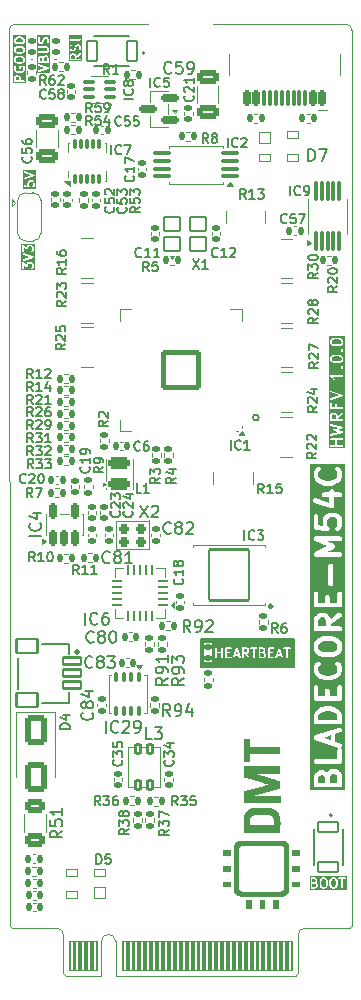
<source format=gbr>
%TF.GenerationSoftware,KiCad,Pcbnew,9.0.7*%
%TF.CreationDate,2026-02-19T00:24:31+01:00*%
%TF.ProjectId,BladeCore-M54C,426c6164-6543-46f7-9265-2d4d3534432e,rev?*%
%TF.SameCoordinates,Original*%
%TF.FileFunction,Legend,Top*%
%TF.FilePolarity,Positive*%
%FSLAX46Y46*%
G04 Gerber Fmt 4.6, Leading zero omitted, Abs format (unit mm)*
G04 Created by KiCad (PCBNEW 9.0.7) date 2026-02-19 00:24:31*
%MOMM*%
%LPD*%
G01*
G04 APERTURE LIST*
G04 Aperture macros list*
%AMRoundRect*
0 Rectangle with rounded corners*
0 $1 Rounding radius*
0 $2 $3 $4 $5 $6 $7 $8 $9 X,Y pos of 4 corners*
0 Add a 4 corners polygon primitive as box body*
4,1,4,$2,$3,$4,$5,$6,$7,$8,$9,$2,$3,0*
0 Add four circle primitives for the rounded corners*
1,1,$1+$1,$2,$3*
1,1,$1+$1,$4,$5*
1,1,$1+$1,$6,$7*
1,1,$1+$1,$8,$9*
0 Add four rect primitives between the rounded corners*
20,1,$1+$1,$2,$3,$4,$5,0*
20,1,$1+$1,$4,$5,$6,$7,0*
20,1,$1+$1,$6,$7,$8,$9,0*
20,1,$1+$1,$8,$9,$2,$3,0*%
%AMFreePoly0*
4,1,23,0.550000,-0.750000,0.000000,-0.750000,0.000000,-0.745722,-0.065263,-0.745722,-0.191342,-0.711940,-0.304381,-0.646677,-0.396677,-0.554381,-0.461940,-0.441342,-0.495722,-0.315263,-0.495722,-0.250000,-0.500000,-0.250000,-0.500000,0.250000,-0.495722,0.250000,-0.495722,0.315263,-0.461940,0.441342,-0.396677,0.554381,-0.304381,0.646677,-0.191342,0.711940,-0.065263,0.745722,0.000000,0.745722,
0.000000,0.750000,0.550000,0.750000,0.550000,-0.750000,0.550000,-0.750000,$1*%
%AMFreePoly1*
4,1,23,0.000000,0.745722,0.065263,0.745722,0.191342,0.711940,0.304381,0.646677,0.396677,0.554381,0.461940,0.441342,0.495722,0.315263,0.495722,0.250000,0.500000,0.250000,0.500000,-0.250000,0.495722,-0.250000,0.495722,-0.315263,0.461940,-0.441342,0.396677,-0.554381,0.304381,-0.646677,0.191342,-0.711940,0.065263,-0.745722,0.000000,-0.745722,0.000000,-0.750000,-0.550000,-0.750000,
-0.550000,0.750000,0.000000,0.750000,0.000000,0.745722,0.000000,0.745722,$1*%
G04 Aperture macros list end*
%ADD10C,0.000000*%
%ADD11C,0.150000*%
%ADD12C,0.400000*%
%ADD13C,0.120000*%
%ADD14C,0.250000*%
%ADD15C,0.100000*%
%ADD16C,0.127000*%
%ADD17C,0.300000*%
%ADD18C,0.200000*%
%ADD19RoundRect,0.070000X0.070000X-0.355000X0.070000X0.355000X-0.070000X0.355000X-0.070000X-0.355000X0*%
%ADD20R,0.700000X0.280000*%
%ADD21R,2.400000X1.650000*%
%ADD22FreePoly0,270.000000*%
%ADD23R,1.500000X1.000000*%
%ADD24FreePoly1,270.000000*%
%ADD25RoundRect,0.250000X-0.650000X1.000000X-0.650000X-1.000000X0.650000X-1.000000X0.650000X1.000000X0*%
%ADD26RoundRect,0.135000X-0.185000X0.135000X-0.185000X-0.135000X0.185000X-0.135000X0.185000X0.135000X0*%
%ADD27RoundRect,0.135000X-0.135000X-0.185000X0.135000X-0.185000X0.135000X0.185000X-0.135000X0.185000X0*%
%ADD28RoundRect,0.100000X0.400000X0.100000X-0.400000X0.100000X-0.400000X-0.100000X0.400000X-0.100000X0*%
%ADD29RoundRect,0.135000X0.135000X0.185000X-0.135000X0.185000X-0.135000X-0.185000X0.135000X-0.185000X0*%
%ADD30R,0.800000X0.500000*%
%ADD31R,0.800000X0.400000*%
%ADD32RoundRect,0.140000X-0.170000X0.140000X-0.170000X-0.140000X0.170000X-0.140000X0.170000X0.140000X0*%
%ADD33RoundRect,0.250000X-0.650000X0.325000X-0.650000X-0.325000X0.650000X-0.325000X0.650000X0.325000X0*%
%ADD34RoundRect,0.200000X-0.250000X-0.200000X0.250000X-0.200000X0.250000X0.200000X-0.250000X0.200000X0*%
%ADD35RoundRect,0.140000X0.170000X-0.140000X0.170000X0.140000X-0.170000X0.140000X-0.170000X-0.140000X0*%
%ADD36R,0.500000X0.800000*%
%ADD37R,0.400000X0.800000*%
%ADD38RoundRect,0.075000X-0.075000X0.350000X-0.075000X-0.350000X0.075000X-0.350000X0.075000X0.350000X0*%
%ADD39R,2.400000X1.600000*%
%ADD40RoundRect,0.250000X-0.625000X0.312500X-0.625000X-0.312500X0.625000X-0.312500X0.625000X0.312500X0*%
%ADD41RoundRect,0.140000X-0.140000X-0.170000X0.140000X-0.170000X0.140000X0.170000X-0.140000X0.170000X0*%
%ADD42O,1.244200X0.648600*%
%ADD43RoundRect,0.102000X1.700000X2.150000X-1.700000X2.150000X-1.700000X-2.150000X1.700000X-2.150000X0*%
%ADD44RoundRect,0.135000X0.185000X-0.135000X0.185000X0.135000X-0.185000X0.135000X-0.185000X-0.135000X0*%
%ADD45RoundRect,0.062500X0.337500X0.062500X-0.337500X0.062500X-0.337500X-0.062500X0.337500X-0.062500X0*%
%ADD46RoundRect,0.062500X0.062500X0.337500X-0.062500X0.337500X-0.062500X-0.337500X0.062500X-0.337500X0*%
%ADD47R,2.700000X2.700000*%
%ADD48C,0.650000*%
%ADD49RoundRect,0.150000X0.150000X0.500000X-0.150000X0.500000X-0.150000X-0.500000X0.150000X-0.500000X0*%
%ADD50RoundRect,0.075000X0.075000X0.575000X-0.075000X0.575000X-0.075000X-0.575000X0.075000X-0.575000X0*%
%ADD51O,1.000000X2.100000*%
%ADD52O,1.000000X1.600000*%
%ADD53RoundRect,0.120000X-0.180000X0.405000X-0.180000X-0.405000X0.180000X-0.405000X0.180000X0.405000X0*%
%ADD54RoundRect,0.147500X0.172500X-0.147500X0.172500X0.147500X-0.172500X0.147500X-0.172500X-0.147500X0*%
%ADD55RoundRect,0.102000X-0.775000X0.300000X-0.775000X-0.300000X0.775000X-0.300000X0.775000X0.300000X0*%
%ADD56RoundRect,0.102000X-0.900000X0.600000X-0.900000X-0.600000X0.900000X-0.600000X0.900000X0.600000X0*%
%ADD57RoundRect,0.050000X-0.175000X-1.250000X0.175000X-1.250000X0.175000X1.250000X-0.175000X1.250000X0*%
%ADD58C,5.500000*%
%ADD59RoundRect,0.140000X0.140000X0.170000X-0.140000X0.170000X-0.140000X-0.170000X0.140000X-0.170000X0*%
%ADD60RoundRect,0.102000X0.400000X0.850000X-0.400000X0.850000X-0.400000X-0.850000X0.400000X-0.850000X0*%
%ADD61RoundRect,0.150000X0.150000X-0.512500X0.150000X0.512500X-0.150000X0.512500X-0.150000X-0.512500X0*%
%ADD62RoundRect,0.150000X0.587500X0.150000X-0.587500X0.150000X-0.587500X-0.150000X0.587500X-0.150000X0*%
%ADD63RoundRect,0.050000X0.500000X-0.500000X0.500000X0.500000X-0.500000X0.500000X-0.500000X-0.500000X0*%
%ADD64RoundRect,0.050000X0.500000X-0.300000X0.500000X0.300000X-0.500000X0.300000X-0.500000X-0.300000X0*%
%ADD65RoundRect,0.050000X-0.500000X0.500000X-0.500000X-0.500000X0.500000X-0.500000X0.500000X0.500000X0*%
%ADD66RoundRect,0.050000X-0.500000X0.300000X-0.500000X-0.300000X0.500000X-0.300000X0.500000X0.300000X0*%
%ADD67RoundRect,0.102000X-0.850000X0.400000X-0.850000X-0.400000X0.850000X-0.400000X0.850000X0.400000X0*%
%ADD68RoundRect,0.100000X0.637500X0.100000X-0.637500X0.100000X-0.637500X-0.100000X0.637500X-0.100000X0*%
%ADD69RoundRect,0.250000X0.640000X-0.260000X0.640000X0.260000X-0.640000X0.260000X-0.640000X-0.260000X0*%
%ADD70RoundRect,0.102000X0.700000X-0.600000X0.700000X0.600000X-0.700000X0.600000X-0.700000X-0.600000X0*%
%ADD71RoundRect,0.087500X0.087500X-0.725000X0.087500X0.725000X-0.087500X0.725000X-0.087500X-0.725000X0*%
%ADD72O,0.780000X0.220000*%
%ADD73O,0.220000X0.780000*%
%ADD74C,0.425000*%
%ADD75RoundRect,0.200000X1.500000X1.500000X-1.500000X1.500000X-1.500000X-1.500000X1.500000X-1.500000X0*%
G04 APERTURE END LIST*
D10*
G36*
X24177851Y10797525D02*
G01*
X24197911Y10797527D01*
X24252545Y10797477D01*
X24309576Y10797445D01*
X24417649Y10797360D01*
X24563634Y10797263D01*
X24793758Y10797074D01*
X24793758Y10328762D01*
X24111133Y10328762D01*
X24110885Y10560686D01*
X24110776Y10634037D01*
X24110754Y10677264D01*
X24110714Y10706245D01*
X24110683Y10750030D01*
X24110640Y10763168D01*
X24110656Y10775000D01*
X24110645Y10785365D01*
X24110814Y10787928D01*
X24110897Y10788980D01*
X24110989Y10789902D01*
X24111096Y10790711D01*
X24111223Y10791425D01*
X24111379Y10792060D01*
X24111568Y10792634D01*
X24111799Y10793164D01*
X24112076Y10793666D01*
X24112408Y10794159D01*
X24112800Y10794659D01*
X24113259Y10795183D01*
X24113791Y10795749D01*
X24115102Y10797074D01*
X24121659Y10797312D01*
X24128220Y10797460D01*
X24134782Y10797534D01*
X24141344Y10797551D01*
X24149752Y10797561D01*
X24177851Y10797525D01*
G37*
G36*
X22004121Y14396447D02*
G01*
X22067060Y14394846D01*
X22129413Y14391909D01*
X22191104Y14387305D01*
X22252055Y14380704D01*
X22312192Y14371776D01*
X22371438Y14360193D01*
X22429716Y14345623D01*
X22486950Y14327737D01*
X22543065Y14306205D01*
X22597984Y14280697D01*
X22651630Y14250884D01*
X22703928Y14216435D01*
X22754802Y14177022D01*
X22804174Y14132313D01*
X22813352Y14122886D01*
X22819444Y14117005D01*
X22825815Y14110673D01*
X22831996Y14104249D01*
X22838006Y14097726D01*
X22843866Y14091097D01*
X22849594Y14084353D01*
X22855211Y14077487D01*
X22860735Y14070490D01*
X22866186Y14063355D01*
X22872962Y14054362D01*
X22882874Y14041022D01*
X22892727Y14027637D01*
X22898048Y14020447D01*
X22908212Y14006170D01*
X22918024Y13991627D01*
X22927494Y13976833D01*
X22936632Y13961807D01*
X22945446Y13946566D01*
X22953946Y13931128D01*
X22962141Y13915508D01*
X22970040Y13899726D01*
X22984988Y13867740D01*
X22998864Y13835310D01*
X23011742Y13802573D01*
X23023696Y13769668D01*
X23027486Y13758845D01*
X23049675Y13688704D01*
X23068361Y13617755D01*
X23083794Y13546091D01*
X23096230Y13473805D01*
X23105920Y13400988D01*
X23113117Y13327734D01*
X23118075Y13254134D01*
X23121046Y13180281D01*
X23122039Y13032187D01*
X23118119Y12884189D01*
X23103632Y12591443D01*
X23097103Y12452309D01*
X23091164Y12313137D01*
X20511477Y12313137D01*
X19995539Y12313137D01*
X19997338Y13119082D01*
X19997688Y13139941D01*
X20508978Y13139941D01*
X20511477Y12912418D01*
X22591102Y12912418D01*
X22596962Y13036583D01*
X22598772Y13088112D01*
X22599588Y13133993D01*
X22599224Y13175267D01*
X22597493Y13212974D01*
X22594210Y13248156D01*
X22589188Y13281852D01*
X22582242Y13315103D01*
X22573185Y13348950D01*
X22561831Y13384434D01*
X22547995Y13422595D01*
X22531490Y13464474D01*
X22512130Y13511112D01*
X22464102Y13622824D01*
X22456133Y13632901D01*
X22451577Y13638179D01*
X22446925Y13643274D01*
X22442179Y13648199D01*
X22437341Y13652965D01*
X22432414Y13657585D01*
X22427398Y13662070D01*
X22422297Y13666433D01*
X22417111Y13670686D01*
X22411843Y13674841D01*
X22406495Y13678910D01*
X22395564Y13686839D01*
X22384335Y13694570D01*
X22372821Y13702199D01*
X22361457Y13709749D01*
X22347762Y13717941D01*
X22333808Y13725614D01*
X22319612Y13732786D01*
X22305193Y13739474D01*
X22290568Y13745697D01*
X22275756Y13751472D01*
X22260775Y13756818D01*
X22245643Y13761751D01*
X22230377Y13766289D01*
X22214996Y13770452D01*
X22199518Y13774256D01*
X22183961Y13777719D01*
X22152681Y13783693D01*
X22121301Y13788519D01*
X22111258Y13789912D01*
X22083987Y13792816D01*
X22056629Y13794932D01*
X22029207Y13796380D01*
X22001744Y13797279D01*
X21974261Y13797750D01*
X21946781Y13797912D01*
X21891920Y13797790D01*
X21862988Y13797741D01*
X21771076Y13797480D01*
X21731678Y13797357D01*
X21471071Y13796308D01*
X21338744Y13795730D01*
X21243892Y13795295D01*
X21187923Y13795055D01*
X21147187Y13794589D01*
X21107356Y13793337D01*
X21068399Y13791140D01*
X21030285Y13787842D01*
X20992981Y13783283D01*
X20956456Y13777305D01*
X20920679Y13769751D01*
X20885619Y13760463D01*
X20851243Y13749282D01*
X20817520Y13736050D01*
X20784419Y13720609D01*
X20751909Y13702801D01*
X20719956Y13682468D01*
X20688531Y13659452D01*
X20657602Y13633595D01*
X20627137Y13604738D01*
X20615604Y13592493D01*
X20604799Y13580138D01*
X20594705Y13567648D01*
X20585306Y13554996D01*
X20576584Y13542158D01*
X20568524Y13529107D01*
X20561109Y13515818D01*
X20554322Y13502264D01*
X20548146Y13488420D01*
X20542566Y13474260D01*
X20537565Y13459759D01*
X20533125Y13444891D01*
X20529231Y13429629D01*
X20525865Y13413948D01*
X20523012Y13397823D01*
X20520655Y13381227D01*
X20519218Y13369969D01*
X20514009Y13313376D01*
X20510843Y13255955D01*
X20509305Y13198034D01*
X20508978Y13139941D01*
X19997688Y13139941D01*
X20001609Y13373409D01*
X20009926Y13553508D01*
X20023639Y13678026D01*
X20032939Y13725272D01*
X20044095Y13765616D01*
X20057273Y13801390D01*
X20072643Y13834925D01*
X20110633Y13904605D01*
X20115079Y13912455D01*
X20124628Y13928414D01*
X20134611Y13943953D01*
X20144996Y13959130D01*
X20155754Y13974003D01*
X20166855Y13988629D01*
X20178269Y14003067D01*
X20189965Y14017373D01*
X20201915Y14031606D01*
X20213697Y14045713D01*
X20242973Y14079424D01*
X20273154Y14111872D01*
X20304261Y14142974D01*
X20336314Y14172651D01*
X20369332Y14200819D01*
X20403336Y14227398D01*
X20438345Y14252306D01*
X20474380Y14275461D01*
X20511459Y14296783D01*
X20549604Y14316188D01*
X20588834Y14333597D01*
X20629169Y14348928D01*
X20670628Y14362098D01*
X20713233Y14373027D01*
X20757002Y14381632D01*
X20801956Y14387834D01*
X20810621Y14388512D01*
X20819293Y14389069D01*
X20836652Y14389899D01*
X20854023Y14390479D01*
X20871400Y14390966D01*
X20879804Y14391217D01*
X20924614Y14392323D01*
X20969423Y14393047D01*
X21059061Y14393702D01*
X21092810Y14393860D01*
X21183217Y14394227D01*
X21239991Y14394447D01*
X21398183Y14395051D01*
X21408329Y14395087D01*
X21428676Y14395157D01*
X21438873Y14395193D01*
X21449083Y14395228D01*
X21612809Y14395897D01*
X21782198Y14396571D01*
X21876787Y14396956D01*
X22004121Y14396447D01*
G37*
D11*
X17450000Y26945000D02*
X24250000Y26945000D01*
X24250000Y26357500D01*
X17450000Y26357500D01*
X17450000Y26945000D01*
G36*
X17450000Y26945000D02*
G01*
X24250000Y26945000D01*
X24250000Y26357500D01*
X17450000Y26357500D01*
X17450000Y26945000D01*
G37*
X17419231Y28550000D02*
X17525000Y28550000D01*
X17525000Y26575000D01*
X17419231Y26575000D01*
X17419231Y28550000D01*
G36*
X17419231Y28550000D02*
G01*
X17525000Y28550000D01*
X17525000Y26575000D01*
X17419231Y26575000D01*
X17419231Y28550000D01*
G37*
D10*
G36*
X23075289Y17305824D02*
G01*
X22832362Y17302916D01*
X22820290Y17302780D01*
X22408433Y17299266D01*
X22284988Y17298343D01*
X22064227Y17296686D01*
X22051069Y17296589D01*
X21905425Y17295510D01*
X21852298Y17295117D01*
X21839049Y17295019D01*
X21618310Y17293364D01*
X21495581Y17292453D01*
X21235689Y17290137D01*
X20975821Y17285980D01*
X20977970Y17283799D01*
X20980197Y17281733D01*
X20982499Y17279778D01*
X20984871Y17277929D01*
X20987312Y17276185D01*
X20989816Y17274540D01*
X20995003Y17271536D01*
X21000406Y17268888D01*
X21005995Y17266566D01*
X21011744Y17264541D01*
X21017625Y17262784D01*
X21023610Y17261266D01*
X21029672Y17259956D01*
X21035783Y17258827D01*
X21041914Y17257848D01*
X21054130Y17256224D01*
X21066099Y17254851D01*
X21086250Y17252098D01*
X21106139Y17248614D01*
X21125820Y17244493D01*
X21145346Y17239831D01*
X21164772Y17234722D01*
X21184152Y17229260D01*
X21222992Y17217657D01*
X21256751Y17207542D01*
X21290540Y17197529D01*
X21318691Y17189165D01*
X21444531Y17152456D01*
X21570571Y17116435D01*
X21611074Y17104877D01*
X21975450Y17001470D01*
X21985888Y16998526D01*
X22153439Y16951292D01*
X22291789Y16911990D01*
X22429901Y16871975D01*
X22567738Y16831025D01*
X22705265Y16788923D01*
X22765152Y16770505D01*
X22825131Y16752413D01*
X22945313Y16716961D01*
X22953863Y16714466D01*
X23010363Y16698016D01*
X23024679Y16693854D01*
X23038210Y16689933D01*
X23049809Y16686571D01*
X23078405Y16678630D01*
X23107040Y16670824D01*
X23107040Y16063605D01*
X22974334Y16025158D01*
X22929752Y16012240D01*
X22727714Y15954031D01*
X22591174Y15914970D01*
X22497945Y15887613D01*
X22405079Y15859056D01*
X22269633Y15816396D01*
X22256283Y15811963D01*
X22242807Y15807488D01*
X22215559Y15798443D01*
X22201956Y15793927D01*
X22145736Y15775762D01*
X22089329Y15758342D01*
X22032733Y15741549D01*
X21975946Y15725269D01*
X21967916Y15723002D01*
X21904728Y15705195D01*
X21799380Y15674866D01*
X21694335Y15643504D01*
X21484743Y15579125D01*
X21354904Y15539033D01*
X21332867Y15532232D01*
X21321828Y15528825D01*
X21256420Y15508628D01*
X21215242Y15495910D01*
X21195988Y15489962D01*
X21153087Y15476741D01*
X21139606Y15472566D01*
X21126141Y15468341D01*
X21115504Y15465018D01*
X21106730Y15462234D01*
X21104099Y15461614D01*
X21102973Y15461363D01*
X21101928Y15461148D01*
X21100928Y15460966D01*
X21099938Y15460814D01*
X21098925Y15460690D01*
X21097853Y15460590D01*
X21096687Y15460513D01*
X21095392Y15460455D01*
X21093934Y15460413D01*
X21092278Y15460385D01*
X21088232Y15460359D01*
X21082977Y15460356D01*
X21082977Y15468292D01*
X21056634Y15463505D01*
X21036015Y15459403D01*
X21027314Y15457406D01*
X21019399Y15455336D01*
X21012054Y15453112D01*
X21005064Y15450652D01*
X20998216Y15447876D01*
X20991292Y15444701D01*
X20984078Y15441047D01*
X20976360Y15436831D01*
X20958547Y15426391D01*
X20936133Y15412730D01*
X20949370Y15412634D01*
X21527526Y15408357D01*
X21536382Y15408291D01*
X21726974Y15406866D01*
X21820454Y15406165D01*
X21829850Y15406095D01*
X22130777Y15403868D01*
X22440293Y15401566D01*
X22484115Y15401234D01*
X22492827Y15401169D01*
X22631060Y15400153D01*
X22770389Y15399113D01*
X22845735Y15398556D01*
X22914952Y15398035D01*
X22939764Y15397858D01*
X22986571Y15397236D01*
X23033320Y15396088D01*
X23126883Y15392887D01*
X23126883Y14777730D01*
X19995539Y14777730D01*
X19995539Y15793730D01*
X20116999Y15833211D01*
X20187285Y15855253D01*
X20211620Y15862233D01*
X20233219Y15867851D01*
X20281621Y15878998D01*
X20317896Y15887319D01*
X20354122Y15895848D01*
X20368408Y15899206D01*
X20398275Y15906515D01*
X20428006Y15914242D01*
X20457628Y15922375D01*
X20487169Y15930900D01*
X20496196Y15933562D01*
X20527667Y15942963D01*
X20559102Y15952480D01*
X20659281Y15982097D01*
X20759777Y16010379D01*
X20860549Y16037669D01*
X20961555Y16064311D01*
X21174010Y16120408D01*
X21183835Y16123018D01*
X21338601Y16164401D01*
X21493247Y16206232D01*
X21503221Y16208943D01*
X21708707Y16264953D01*
X21795685Y16288690D01*
X21847083Y16302737D01*
X21911834Y16320215D01*
X21976698Y16337143D01*
X22041713Y16353483D01*
X22106915Y16369199D01*
X22052678Y16388626D01*
X22034486Y16395157D01*
X21988378Y16411340D01*
X21942000Y16426784D01*
X21895401Y16441611D01*
X21848635Y16455946D01*
X21660910Y16510852D01*
X21608174Y16526240D01*
X21532316Y16548368D01*
X21414021Y16582929D01*
X21226075Y16637619D01*
X21037929Y16691615D01*
X20909265Y16728530D01*
X20780735Y16765905D01*
X20645298Y16805389D01*
X20509741Y16844457D01*
X20495022Y16848664D01*
X20299712Y16903835D01*
X20263146Y16914082D01*
X20154557Y16944457D01*
X20109520Y16957052D01*
X20088452Y16962926D01*
X20059351Y16971061D01*
X20050876Y16973403D01*
X20043802Y16975466D01*
X20036828Y16977632D01*
X20029928Y16979890D01*
X20023072Y16982234D01*
X20009383Y16987143D01*
X19995539Y16992293D01*
X19995539Y17956699D01*
X23075289Y17956699D01*
X23075289Y17305824D01*
G37*
G36*
X20678164Y5863918D02*
G01*
X20225727Y5863918D01*
X20225727Y6614012D01*
X20678164Y6614012D01*
X20678164Y5863918D01*
G37*
G36*
X24793758Y9003199D02*
G01*
X24111133Y9003199D01*
X24111133Y9491355D01*
X24793758Y9491355D01*
X24793758Y9003199D01*
G37*
G36*
X20563071Y19579917D02*
G01*
X23075289Y19579917D01*
X23075289Y18960793D01*
X20563071Y18960793D01*
X20563071Y18266261D01*
X19995539Y18266261D01*
X19995539Y20254604D01*
X20563071Y20254604D01*
X20563071Y19579917D01*
G37*
G36*
X18846155Y10797595D02*
G01*
X18866156Y10797601D01*
X18893341Y10797578D01*
X18908746Y10797574D01*
X18912471Y10797401D01*
X18915319Y10797223D01*
X18916470Y10797115D01*
X18917468Y10796987D01*
X18918336Y10796831D01*
X18919097Y10796640D01*
X18919772Y10796410D01*
X18920383Y10796131D01*
X18920954Y10795800D01*
X18921507Y10795408D01*
X18922063Y10794949D01*
X18922645Y10794416D01*
X18923977Y10793106D01*
X18924213Y10788584D01*
X18924361Y10784057D01*
X18924436Y10779529D01*
X18924454Y10775000D01*
X18924471Y10763168D01*
X18924428Y10750030D01*
X18924429Y10736081D01*
X18924365Y10691143D01*
X18924353Y10663493D01*
X18924225Y10560686D01*
X18923977Y10328762D01*
X18225477Y10328762D01*
X18225229Y10560686D01*
X18225120Y10634037D01*
X18225098Y10677264D01*
X18225058Y10706245D01*
X18225027Y10750030D01*
X18224983Y10763168D01*
X18225000Y10775000D01*
X18224989Y10785365D01*
X18225158Y10787928D01*
X18225241Y10788980D01*
X18225333Y10789902D01*
X18225440Y10790711D01*
X18225567Y10791425D01*
X18225723Y10792060D01*
X18225912Y10792634D01*
X18226143Y10793164D01*
X18226420Y10793666D01*
X18226752Y10794159D01*
X18227144Y10794659D01*
X18227603Y10795183D01*
X18228135Y10795749D01*
X18229446Y10797074D01*
X18236109Y10797319D01*
X18242776Y10797473D01*
X18249445Y10797554D01*
X18256113Y10797578D01*
X18264660Y10797597D01*
X18293225Y10797588D01*
X18313618Y10797609D01*
X18369162Y10797607D01*
X18427157Y10797613D01*
X18524567Y10797592D01*
X18637357Y10797599D01*
X18734012Y10797609D01*
X18791821Y10797615D01*
X18846155Y10797595D01*
G37*
G36*
X18923977Y9003199D02*
G01*
X18225477Y9003199D01*
X18225477Y9491355D01*
X18923977Y9491355D01*
X18923977Y9003199D01*
G37*
G36*
X22960196Y5879793D02*
G01*
X22507758Y5879793D01*
X22507758Y6614012D01*
X22960196Y6614012D01*
X22960196Y5879793D01*
G37*
D11*
X24086991Y28431250D02*
X24250000Y28431250D01*
X24250000Y26500000D01*
X24086991Y26500000D01*
X24086991Y28431250D01*
G36*
X24086991Y28431250D02*
G01*
X24250000Y28431250D01*
X24250000Y26500000D01*
X24086991Y26500000D01*
X24086991Y28431250D01*
G37*
X17450000Y28725000D02*
X24250000Y28725000D01*
X24250000Y28137500D01*
X17450000Y28137500D01*
X17450000Y28725000D01*
G36*
X17450000Y28725000D02*
G01*
X24250000Y28725000D01*
X24250000Y28137500D01*
X17450000Y28137500D01*
X17450000Y28725000D01*
G37*
X16425000Y26632500D02*
X17450000Y26632500D01*
X17450000Y26357500D01*
X16425000Y26357500D01*
X16425000Y26632500D01*
G36*
X16425000Y26632500D02*
G01*
X17450000Y26632500D01*
X17450000Y26357500D01*
X16425000Y26357500D01*
X16425000Y26632500D01*
G37*
D10*
G36*
X21817196Y5863918D02*
G01*
X21348883Y5863918D01*
X21348883Y6610043D01*
X21817196Y6610043D01*
X21817196Y5863918D01*
G37*
D11*
X16425000Y28725000D02*
X17450000Y28725000D01*
X17450000Y28450000D01*
X16425000Y28450000D01*
X16425000Y28725000D01*
G36*
X16425000Y28725000D02*
G01*
X17450000Y28725000D01*
X17450000Y28450000D01*
X16425000Y28450000D01*
X16425000Y28725000D01*
G37*
D10*
G36*
X21090915Y15468292D02*
G01*
X21110758Y15468292D01*
X21106797Y15465672D01*
X21105134Y15464613D01*
X21103627Y15463704D01*
X21102237Y15462935D01*
X21100922Y15462293D01*
X21100280Y15462017D01*
X21099642Y15461768D01*
X21099002Y15461545D01*
X21098356Y15461348D01*
X21097698Y15461173D01*
X21097024Y15461020D01*
X21095604Y15460774D01*
X21094057Y15460598D01*
X21092341Y15460480D01*
X21090416Y15460408D01*
X21088240Y15460371D01*
X21082977Y15460356D01*
X21082977Y15468292D01*
X21067102Y15468292D01*
X21072032Y15470912D01*
X21075846Y15472881D01*
X21077421Y15473650D01*
X21078822Y15474292D01*
X21080084Y15474817D01*
X21081241Y15475238D01*
X21082328Y15475565D01*
X21083380Y15475811D01*
X21084433Y15475988D01*
X21085520Y15476106D01*
X21086677Y15476178D01*
X21087938Y15476214D01*
X21090915Y15476230D01*
X21090915Y15468292D01*
G37*
G36*
X24793758Y7681606D02*
G01*
X24111133Y7681606D01*
X24111133Y8149918D01*
X24793758Y8149918D01*
X24793758Y7681606D01*
G37*
G36*
X23209329Y11634362D02*
G01*
X23248948Y11632588D01*
X23288199Y11629788D01*
X23327027Y11625796D01*
X23365376Y11620447D01*
X23403191Y11613575D01*
X23440416Y11605014D01*
X23476994Y11594600D01*
X23512872Y11582166D01*
X23547992Y11567548D01*
X23582300Y11550579D01*
X23615739Y11531094D01*
X23648254Y11508927D01*
X23679790Y11483913D01*
X23710290Y11455887D01*
X23723616Y11442090D01*
X23736624Y11427644D01*
X23749278Y11412596D01*
X23761544Y11396993D01*
X23773388Y11380884D01*
X23784776Y11364317D01*
X23795674Y11347341D01*
X23806048Y11330002D01*
X23815863Y11312349D01*
X23825086Y11294431D01*
X23833681Y11276294D01*
X23841616Y11257988D01*
X23848856Y11239561D01*
X23855366Y11221059D01*
X23861113Y11202532D01*
X23866063Y11184027D01*
X23868032Y11176038D01*
X23869812Y11167615D01*
X23871357Y11159165D01*
X23872682Y11150692D01*
X23873804Y11142197D01*
X23875507Y11125150D01*
X23876598Y11108045D01*
X23877210Y11090897D01*
X23877478Y11073727D01*
X23877509Y11039387D01*
X23877538Y11020409D01*
X23877561Y10968379D01*
X23877605Y10911726D01*
X23877667Y10799417D01*
X23877748Y10664870D01*
X23877907Y10339720D01*
X23877965Y10185877D01*
X23878124Y9667405D01*
X23878131Y9626100D01*
X23878132Y9617823D01*
X23878147Y9534817D01*
X23878150Y9518175D01*
X23878398Y8983728D01*
X23878605Y8599579D01*
X23878607Y8591594D01*
X23878632Y8410246D01*
X23878638Y8348195D01*
X23878639Y8332762D01*
X23878792Y8087000D01*
X23878856Y7839951D01*
X23878945Y7693238D01*
X23878944Y7595145D01*
X23878981Y7539316D01*
X23878979Y7455523D01*
X23878384Y7427704D01*
X23877115Y7406034D01*
X23876162Y7396748D01*
X23874962Y7388090D01*
X23873488Y7379757D01*
X23871715Y7371446D01*
X23867165Y7353676D01*
X23861102Y7332356D01*
X23858419Y7322823D01*
X23854347Y7309153D01*
X23849921Y7295607D01*
X23845144Y7282190D01*
X23840024Y7268908D01*
X23834566Y7255766D01*
X23828777Y7242769D01*
X23822661Y7229924D01*
X23816226Y7217235D01*
X23809477Y7204707D01*
X23802420Y7192348D01*
X23795061Y7180161D01*
X23787406Y7168153D01*
X23779461Y7156328D01*
X23771232Y7144693D01*
X23762725Y7133252D01*
X23753946Y7122012D01*
X23748287Y7114933D01*
X23733800Y7097689D01*
X23718812Y7081130D01*
X23703333Y7065245D01*
X23687374Y7050024D01*
X23670945Y7035456D01*
X23654056Y7021531D01*
X23636717Y7008238D01*
X23618939Y6995567D01*
X23600733Y6983507D01*
X23582107Y6972048D01*
X23563073Y6961179D01*
X23543642Y6950889D01*
X23523822Y6941169D01*
X23503625Y6932008D01*
X23483061Y6923394D01*
X23462140Y6915319D01*
X23452577Y6911722D01*
X23443044Y6908048D01*
X23434043Y6904537D01*
X23426273Y6901471D01*
X23416228Y6898120D01*
X23406308Y6895117D01*
X23396447Y6892477D01*
X23386578Y6890215D01*
X23381619Y6889232D01*
X23376633Y6888349D01*
X23371610Y6887568D01*
X23366544Y6886893D01*
X23361425Y6886323D01*
X23356246Y6885863D01*
X23350996Y6885513D01*
X23345669Y6885275D01*
X23335803Y6884853D01*
X23309402Y6884022D01*
X23282998Y6883544D01*
X23256590Y6883321D01*
X23230176Y6883259D01*
X23208316Y6883199D01*
X23148758Y6883091D01*
X23083949Y6882953D01*
X23063878Y6882915D01*
X22956127Y6882708D01*
X22804194Y6882412D01*
X22450027Y6881757D01*
X22322110Y6881534D01*
X22313602Y6881518D01*
X22279549Y6881458D01*
X21414381Y6880080D01*
X21194969Y6879755D01*
X20593931Y6879033D01*
X20557828Y6879009D01*
X20533977Y6878993D01*
X20357642Y6878792D01*
X20159374Y6878633D01*
X20050569Y6878517D01*
X19978438Y6878489D01*
X19937780Y6878445D01*
X19896486Y6878774D01*
X19855754Y6880122D01*
X19815592Y6882599D01*
X19776007Y6886311D01*
X19737006Y6891367D01*
X19698597Y6897874D01*
X19660787Y6905939D01*
X19623583Y6915672D01*
X19586992Y6927178D01*
X19551021Y6940567D01*
X19515678Y6955945D01*
X19480971Y6973420D01*
X19446905Y6993100D01*
X19413489Y7015094D01*
X19380729Y7039507D01*
X19348633Y7066449D01*
X19339890Y7074170D01*
X19320477Y7093673D01*
X19302452Y7114339D01*
X19285788Y7136074D01*
X19270460Y7158781D01*
X19256439Y7182367D01*
X19243700Y7206736D01*
X19232215Y7231792D01*
X19221958Y7257442D01*
X19212902Y7283589D01*
X19205020Y7310139D01*
X19198286Y7336996D01*
X19192673Y7364066D01*
X19188154Y7391253D01*
X19184702Y7418463D01*
X19182290Y7445599D01*
X19180893Y7472568D01*
X19180220Y7502692D01*
X19179796Y7532821D01*
X19179363Y7593082D01*
X19179004Y7638987D01*
X19178948Y7647400D01*
X19624113Y7647400D01*
X19624281Y7619764D01*
X19624671Y7608018D01*
X19625329Y7597253D01*
X19626303Y7587169D01*
X19627641Y7577465D01*
X19629390Y7567840D01*
X19631600Y7557995D01*
X19634317Y7547629D01*
X19637591Y7536441D01*
X19645998Y7510398D01*
X19657204Y7477463D01*
X19661319Y7469682D01*
X19668303Y7457318D01*
X19675622Y7445372D01*
X19683290Y7433855D01*
X19691320Y7422778D01*
X19699727Y7412153D01*
X19708523Y7401991D01*
X19717723Y7392304D01*
X19727339Y7383103D01*
X19737386Y7374400D01*
X19747877Y7366207D01*
X19758826Y7358534D01*
X19770247Y7351394D01*
X19782152Y7344797D01*
X19794556Y7338756D01*
X19807472Y7333282D01*
X19820915Y7328387D01*
X19835982Y7324832D01*
X19850948Y7321882D01*
X19865866Y7319493D01*
X19880790Y7317623D01*
X19895774Y7316229D01*
X19910874Y7315269D01*
X19926141Y7314699D01*
X19941632Y7314478D01*
X19960038Y7314268D01*
X19985817Y7314035D01*
X20011596Y7313871D01*
X20045728Y7313612D01*
X20461845Y7311793D01*
X20877968Y7311715D01*
X20998030Y7311676D01*
X21410733Y7311569D01*
X21436370Y7311566D01*
X21462057Y7311564D01*
X21513563Y7311558D01*
X21526462Y7311557D01*
X21942994Y7311387D01*
X22385844Y7311230D01*
X22434393Y7311228D01*
X22446464Y7311227D01*
X22638237Y7311121D01*
X22830395Y7311083D01*
X22944375Y7311023D01*
X23020541Y7311028D01*
X23063878Y7311002D01*
X23085426Y7311130D01*
X23106764Y7311707D01*
X23127873Y7312813D01*
X23148734Y7314528D01*
X23169330Y7316932D01*
X23189640Y7320105D01*
X23209647Y7324125D01*
X23229331Y7329074D01*
X23248673Y7335031D01*
X23267655Y7342075D01*
X23286258Y7350287D01*
X23304464Y7359747D01*
X23322252Y7370533D01*
X23339605Y7382726D01*
X23356504Y7396406D01*
X23372930Y7411653D01*
X23384253Y7426034D01*
X23394544Y7440853D01*
X23403844Y7456083D01*
X23412196Y7471695D01*
X23419640Y7487659D01*
X23426218Y7503948D01*
X23431970Y7520531D01*
X23436939Y7537381D01*
X23441165Y7554468D01*
X23444690Y7571763D01*
X23447555Y7589238D01*
X23449801Y7606864D01*
X23451470Y7624613D01*
X23452603Y7642454D01*
X23453241Y7660360D01*
X23453426Y7678301D01*
X23453496Y7694536D01*
X23453578Y7738796D01*
X23453707Y7787114D01*
X23453910Y7882870D01*
X23454168Y7997850D01*
X23454663Y8236806D01*
X23455014Y8421670D01*
X23456171Y9124857D01*
X23456440Y9318100D01*
X23457168Y9982722D01*
X23457194Y10025397D01*
X23457211Y10053723D01*
X23457416Y10265300D01*
X23457575Y10506344D01*
X23457690Y10641538D01*
X23457718Y10732040D01*
X23457762Y10783612D01*
X23457798Y10807131D01*
X23457760Y10830650D01*
X23457763Y10839060D01*
X23457799Y10847469D01*
X23457673Y10862392D01*
X23457109Y10877084D01*
X23456087Y10891552D01*
X23454589Y10905805D01*
X23452598Y10919850D01*
X23450093Y10933696D01*
X23447058Y10947351D01*
X23443472Y10960823D01*
X23439319Y10974120D01*
X23434579Y10987250D01*
X23429234Y11000222D01*
X23423266Y11013042D01*
X23416656Y11025720D01*
X23409385Y11038264D01*
X23401436Y11050681D01*
X23392789Y11062980D01*
X23387736Y11070127D01*
X23384891Y11073727D01*
X23381927Y11077209D01*
X23378855Y11080584D01*
X23375683Y11083859D01*
X23372421Y11087044D01*
X23369078Y11090146D01*
X23365663Y11093174D01*
X23362187Y11096138D01*
X23355084Y11101905D01*
X23347845Y11107515D01*
X23333258Y11118543D01*
X23322375Y11127069D01*
X23313054Y11133858D01*
X23303731Y11140025D01*
X23294387Y11145595D01*
X23285002Y11150595D01*
X23275557Y11155049D01*
X23266031Y11158983D01*
X23256405Y11162422D01*
X23246658Y11165392D01*
X23236772Y11167918D01*
X23226726Y11170026D01*
X23216500Y11171741D01*
X23206075Y11173088D01*
X23195431Y11174093D01*
X23184547Y11174781D01*
X23173405Y11175177D01*
X23161985Y11175308D01*
X23147461Y11175410D01*
X23107177Y11175581D01*
X23062179Y11175809D01*
X22970290Y11176212D01*
X22891984Y11176547D01*
X21681064Y11180516D01*
X21493634Y11181035D01*
X21482612Y11181066D01*
X20825489Y11183175D01*
X20815921Y11183210D01*
X20448336Y11184608D01*
X20366226Y11184927D01*
X20358255Y11184958D01*
X20319145Y11185109D01*
X20245729Y11185397D01*
X20231925Y11185453D01*
X20205001Y11185563D01*
X20141425Y11185767D01*
X20117346Y11185823D01*
X20105575Y11185850D01*
X20071063Y11186059D01*
X20036553Y11186460D01*
X19993018Y11186932D01*
X19983097Y11187068D01*
X19973175Y11187251D01*
X19962616Y11187359D01*
X19952165Y11187234D01*
X19941815Y11186868D01*
X19931559Y11186248D01*
X19921390Y11185365D01*
X19911300Y11184208D01*
X19901283Y11182766D01*
X19891331Y11181029D01*
X19881438Y11178987D01*
X19871596Y11176629D01*
X19861798Y11173944D01*
X19852037Y11170922D01*
X19842307Y11167553D01*
X19832599Y11163825D01*
X19822908Y11159729D01*
X19813225Y11155254D01*
X19804400Y11151121D01*
X19795362Y11146871D01*
X19786337Y11142594D01*
X19779443Y11139462D01*
X19772518Y11136423D01*
X19765562Y11133453D01*
X19758577Y11130527D01*
X19746434Y11125282D01*
X19740723Y11122685D01*
X19735246Y11120050D01*
X19729999Y11117339D01*
X19724975Y11114509D01*
X19720171Y11111523D01*
X19715581Y11108338D01*
X19711200Y11104916D01*
X19707024Y11101215D01*
X19703046Y11097196D01*
X19699264Y11092819D01*
X19695670Y11088042D01*
X19692261Y11082827D01*
X19689032Y11077132D01*
X19685977Y11070918D01*
X19679171Y11058671D01*
X19674236Y11049284D01*
X19669582Y11039871D01*
X19665199Y11030407D01*
X19661078Y11020864D01*
X19657210Y11011215D01*
X19653587Y11001435D01*
X19650197Y10991496D01*
X19647034Y10981373D01*
X19644692Y10973590D01*
X19642337Y10964726D01*
X19640225Y10955851D01*
X19638342Y10946964D01*
X19636676Y10938065D01*
X19635213Y10929152D01*
X19633940Y10920225D01*
X19631913Y10902323D01*
X19630490Y10884349D01*
X19629568Y10866296D01*
X19629041Y10848154D01*
X19628804Y10829916D01*
X19628579Y10809629D01*
X19628086Y10752993D01*
X19627773Y10715776D01*
X19625749Y10291783D01*
X19625516Y9867783D01*
X19625457Y9747760D01*
X19625297Y9335007D01*
X19625292Y9309389D01*
X19625289Y9296561D01*
X19625274Y9232257D01*
X19625272Y9219369D01*
X19625018Y8803066D01*
X19624791Y8360203D01*
X19624785Y8311644D01*
X19624784Y8299572D01*
X19624631Y8107910D01*
X19624567Y7915855D01*
X19624477Y7801987D01*
X19624479Y7725854D01*
X19624496Y7704210D01*
X19624441Y7682566D01*
X19624113Y7647400D01*
X19178948Y7647400D01*
X19178038Y7784739D01*
X19177853Y7819804D01*
X19176798Y8134419D01*
X19176599Y8225378D01*
X19176567Y8238860D01*
X19176502Y8266087D01*
X19175833Y8580167D01*
X19175624Y8683677D01*
X19174147Y9495976D01*
X19173869Y9666151D01*
X19173123Y10246779D01*
X19173099Y10281406D01*
X19173083Y10304302D01*
X19172882Y10473560D01*
X19172723Y10664031D01*
X19172608Y10769001D01*
X19172580Y10838802D01*
X19172536Y10878212D01*
X19172759Y10914609D01*
X19173762Y10950959D01*
X19175650Y10987201D01*
X19178529Y11023270D01*
X19182505Y11059107D01*
X19187682Y11094648D01*
X19194167Y11129832D01*
X19202066Y11164596D01*
X19211483Y11198879D01*
X19222524Y11232619D01*
X19235295Y11265753D01*
X19249901Y11298219D01*
X19266448Y11329956D01*
X19285041Y11360901D01*
X19305787Y11390992D01*
X19328790Y11420168D01*
X19334289Y11426745D01*
X19353745Y11448475D01*
X19374254Y11469034D01*
X19395753Y11488418D01*
X19418183Y11506619D01*
X19441481Y11523632D01*
X19465587Y11539449D01*
X19490439Y11554065D01*
X19515975Y11567474D01*
X19542136Y11579668D01*
X19568858Y11590643D01*
X19596082Y11600390D01*
X19623745Y11608905D01*
X19651787Y11616181D01*
X19680146Y11622212D01*
X19708761Y11626991D01*
X19737571Y11630511D01*
X19746772Y11630971D01*
X19755975Y11631306D01*
X19765180Y11631553D01*
X19774391Y11631747D01*
X19785415Y11631993D01*
X19822432Y11632708D01*
X19835829Y11632960D01*
X19935392Y11634314D01*
X20034961Y11634926D01*
X20234106Y11635059D01*
X20353670Y11635092D01*
X20601241Y11635143D01*
X20792368Y11635166D01*
X20847675Y11635177D01*
X20861568Y11635179D01*
X21247337Y11635218D01*
X21261970Y11635217D01*
X21335376Y11635216D01*
X21350098Y11635216D01*
X21379572Y11635216D01*
X21839030Y11635297D01*
X22356657Y11635389D01*
X22411863Y11635388D01*
X22425591Y11635388D01*
X22643726Y11635448D01*
X22862844Y11635459D01*
X22992802Y11635490D01*
X23079786Y11635480D01*
X23129212Y11635494D01*
X23209329Y11634362D01*
G37*
D11*
X16425000Y28725000D02*
X16575000Y28725000D01*
X16575000Y26357500D01*
X16425000Y26357500D01*
X16425000Y28725000D01*
G36*
X16425000Y28725000D02*
G01*
X16575000Y28725000D01*
X16575000Y26357500D01*
X16425000Y26357500D01*
X16425000Y28725000D01*
G37*
D10*
G36*
X18923977Y7681606D02*
G01*
X18225477Y7681606D01*
X18225477Y8149918D01*
X18923977Y8149918D01*
X18923977Y7681606D01*
G37*
D11*
G36*
X21686740Y27446107D02*
G01*
X21703710Y27429137D01*
X21728446Y27379667D01*
X21728446Y27300792D01*
X21703710Y27251322D01*
X21682827Y27230439D01*
X21633360Y27205705D01*
X21421303Y27205705D01*
X21421303Y27474753D01*
X21600799Y27474753D01*
X21686740Y27446107D01*
G37*
G36*
X21644733Y27830971D02*
G01*
X21665615Y27810089D01*
X21690350Y27760620D01*
X21690350Y27719839D01*
X21665615Y27670370D01*
X21644733Y27649488D01*
X21595264Y27624753D01*
X21421303Y27624753D01*
X21421303Y27855705D01*
X21595264Y27855705D01*
X21644733Y27830971D01*
G37*
G36*
X20273304Y27830971D02*
G01*
X20294187Y27810088D01*
X20318922Y27760619D01*
X20318922Y27681745D01*
X20294187Y27632276D01*
X20273304Y27611392D01*
X20223836Y27586658D01*
X20011779Y27586658D01*
X20011779Y27855705D01*
X20223836Y27855705D01*
X20273304Y27830971D01*
G37*
G36*
X19489865Y27434277D02*
G01*
X19317026Y27434277D01*
X19403445Y27693535D01*
X19489865Y27434277D01*
G37*
G36*
X23108913Y27434277D02*
G01*
X22936074Y27434277D01*
X23022493Y27693535D01*
X23108913Y27434277D01*
G37*
G36*
X24061132Y26966816D02*
G01*
X17525271Y26966816D01*
X17525271Y27930705D01*
X17614160Y27930705D01*
X17614160Y27130705D01*
X17615601Y27116073D01*
X17626800Y27089037D01*
X17647492Y27068345D01*
X17674528Y27057146D01*
X17703792Y27057146D01*
X17730828Y27068345D01*
X17751520Y27089037D01*
X17762719Y27116073D01*
X17764160Y27130705D01*
X17764160Y27474753D01*
X18071303Y27474753D01*
X18071303Y27130705D01*
X18072744Y27116073D01*
X18083943Y27089037D01*
X18104635Y27068345D01*
X18131671Y27057146D01*
X18160935Y27057146D01*
X18187971Y27068345D01*
X18208663Y27089037D01*
X18219862Y27116073D01*
X18221303Y27130705D01*
X18221303Y27930705D01*
X18452255Y27930705D01*
X18452255Y27130705D01*
X18453696Y27116073D01*
X18464895Y27089037D01*
X18485587Y27068345D01*
X18512623Y27057146D01*
X18527255Y27055705D01*
X18908207Y27055705D01*
X18922839Y27057146D01*
X18949875Y27068345D01*
X18970567Y27089037D01*
X18981766Y27116073D01*
X18981766Y27140085D01*
X19062368Y27140085D01*
X19064443Y27110895D01*
X19077529Y27084722D01*
X19099636Y27065548D01*
X19127399Y27056294D01*
X19156589Y27058369D01*
X19182762Y27071455D01*
X19201936Y27093562D01*
X19207930Y27106988D01*
X19267026Y27284277D01*
X19539865Y27284277D01*
X19598961Y27106988D01*
X19604955Y27093562D01*
X19624129Y27071455D01*
X19650302Y27058368D01*
X19679492Y27056294D01*
X19707255Y27065548D01*
X19729362Y27084721D01*
X19742449Y27110895D01*
X19744523Y27140085D01*
X19741263Y27154422D01*
X19482503Y27930705D01*
X19861779Y27930705D01*
X19861779Y27130705D01*
X19863220Y27116073D01*
X19874419Y27089037D01*
X19895111Y27068345D01*
X19922147Y27057146D01*
X19951411Y27057146D01*
X19978447Y27068345D01*
X19999139Y27089037D01*
X20010338Y27116073D01*
X20011779Y27130705D01*
X20011779Y27436658D01*
X20088206Y27436658D01*
X20332479Y27087696D01*
X20342051Y27076535D01*
X20366730Y27060808D01*
X20395547Y27055723D01*
X20424118Y27062052D01*
X20448092Y27078834D01*
X20463819Y27103513D01*
X20468904Y27132331D01*
X20462575Y27160902D01*
X20455364Y27173715D01*
X20267730Y27441763D01*
X20275082Y27444576D01*
X20351272Y27482671D01*
X20357571Y27486636D01*
X20359399Y27487393D01*
X20361455Y27489082D01*
X20363715Y27490503D01*
X20365014Y27492002D01*
X20370764Y27496720D01*
X20408859Y27534815D01*
X20413579Y27540568D01*
X20415075Y27541864D01*
X20416494Y27544119D01*
X20418186Y27546180D01*
X20418944Y27548011D01*
X20422908Y27554307D01*
X20461004Y27630497D01*
X20466259Y27644229D01*
X20466450Y27646919D01*
X20467481Y27649407D01*
X20468922Y27664039D01*
X20468922Y27778324D01*
X20467481Y27792956D01*
X20466450Y27795445D01*
X20466259Y27798134D01*
X20461004Y27811866D01*
X20422908Y27888056D01*
X20418944Y27894353D01*
X20418186Y27896183D01*
X20416494Y27898245D01*
X20415075Y27900499D01*
X20413579Y27901796D01*
X20408859Y27907548D01*
X20371070Y27945337D01*
X20548934Y27945337D01*
X20548934Y27916073D01*
X20560133Y27889037D01*
X20580825Y27868345D01*
X20607861Y27857146D01*
X20622493Y27855705D01*
X20776064Y27855705D01*
X20776064Y27130705D01*
X20777505Y27116073D01*
X20788704Y27089037D01*
X20809396Y27068345D01*
X20836432Y27057146D01*
X20865696Y27057146D01*
X20892732Y27068345D01*
X20913424Y27089037D01*
X20924623Y27116073D01*
X20926064Y27130705D01*
X20926064Y27855705D01*
X21079636Y27855705D01*
X21094268Y27857146D01*
X21121304Y27868345D01*
X21141996Y27889037D01*
X21153195Y27916073D01*
X21153195Y27930705D01*
X21271303Y27930705D01*
X21271303Y27130705D01*
X21272744Y27116073D01*
X21283943Y27089037D01*
X21304635Y27068345D01*
X21331671Y27057146D01*
X21346303Y27055705D01*
X21651065Y27055705D01*
X21665697Y27057146D01*
X21668186Y27058178D01*
X21670874Y27058368D01*
X21684606Y27063623D01*
X21760796Y27101718D01*
X21767095Y27105683D01*
X21768923Y27106440D01*
X21770979Y27108128D01*
X21773239Y27109550D01*
X21774539Y27111050D01*
X21780289Y27115768D01*
X21818384Y27153864D01*
X21823104Y27159616D01*
X21824599Y27160912D01*
X21826018Y27163167D01*
X21827711Y27165229D01*
X21828469Y27167060D01*
X21832432Y27173354D01*
X21870527Y27249544D01*
X21875782Y27263276D01*
X21875972Y27265963D01*
X21877005Y27268454D01*
X21878446Y27283086D01*
X21878446Y27397372D01*
X21877005Y27412004D01*
X21875972Y27414496D01*
X21875782Y27417182D01*
X21870527Y27430914D01*
X21832432Y27507104D01*
X21828469Y27513399D01*
X21827711Y27515229D01*
X21826018Y27517292D01*
X21824599Y27519546D01*
X21823104Y27520843D01*
X21818384Y27526594D01*
X21780289Y27564690D01*
X21775773Y27568396D01*
X21780288Y27572910D01*
X21785006Y27578660D01*
X21786505Y27579959D01*
X21787926Y27582219D01*
X21789615Y27584275D01*
X21790372Y27586103D01*
X21794337Y27592402D01*
X21832432Y27668593D01*
X21837687Y27682325D01*
X21837877Y27685013D01*
X21838909Y27687502D01*
X21840350Y27702134D01*
X21840350Y27778324D01*
X21838909Y27792956D01*
X21837877Y27795446D01*
X21837687Y27798133D01*
X21832432Y27811865D01*
X21794337Y27888056D01*
X21790372Y27894356D01*
X21789615Y27896183D01*
X21787926Y27898240D01*
X21786505Y27900499D01*
X21785006Y27901799D01*
X21780288Y27907548D01*
X21757131Y27930705D01*
X22071303Y27930705D01*
X22071303Y27130705D01*
X22072744Y27116073D01*
X22083943Y27089037D01*
X22104635Y27068345D01*
X22131671Y27057146D01*
X22146303Y27055705D01*
X22527255Y27055705D01*
X22541887Y27057146D01*
X22568923Y27068345D01*
X22589615Y27089037D01*
X22600814Y27116073D01*
X22600814Y27140085D01*
X22681416Y27140085D01*
X22683491Y27110895D01*
X22696577Y27084722D01*
X22718684Y27065548D01*
X22746447Y27056294D01*
X22775637Y27058369D01*
X22801810Y27071455D01*
X22820984Y27093562D01*
X22826978Y27106988D01*
X22886074Y27284277D01*
X23158913Y27284277D01*
X23218009Y27106988D01*
X23224003Y27093562D01*
X23243177Y27071455D01*
X23269350Y27058368D01*
X23298540Y27056294D01*
X23326303Y27065548D01*
X23348410Y27084721D01*
X23361497Y27110895D01*
X23363571Y27140085D01*
X23360311Y27154422D01*
X23096673Y27945337D01*
X23367982Y27945337D01*
X23367982Y27916073D01*
X23379181Y27889037D01*
X23399873Y27868345D01*
X23426909Y27857146D01*
X23441541Y27855705D01*
X23595112Y27855705D01*
X23595112Y27130705D01*
X23596553Y27116073D01*
X23607752Y27089037D01*
X23628444Y27068345D01*
X23655480Y27057146D01*
X23684744Y27057146D01*
X23711780Y27068345D01*
X23732472Y27089037D01*
X23743671Y27116073D01*
X23745112Y27130705D01*
X23745112Y27855705D01*
X23898684Y27855705D01*
X23913316Y27857146D01*
X23940352Y27868345D01*
X23961044Y27889037D01*
X23972243Y27916073D01*
X23972243Y27945337D01*
X23961044Y27972373D01*
X23940352Y27993065D01*
X23913316Y28004264D01*
X23898684Y28005705D01*
X23441541Y28005705D01*
X23426909Y28004264D01*
X23399873Y27993065D01*
X23379181Y27972373D01*
X23367982Y27945337D01*
X23096673Y27945337D01*
X23093645Y27954422D01*
X23087651Y27967847D01*
X23084140Y27971895D01*
X23081744Y27976688D01*
X23074638Y27982852D01*
X23068477Y27989955D01*
X23063685Y27992351D01*
X23059637Y27995862D01*
X23050713Y27998837D01*
X23042304Y28003041D01*
X23036959Y28003421D01*
X23031874Y28005116D01*
X23022494Y28004450D01*
X23013114Y28005116D01*
X23008028Y28003421D01*
X23002684Y28003041D01*
X22994273Y27998836D01*
X22985352Y27995862D01*
X22981304Y27992352D01*
X22976511Y27989955D01*
X22970348Y27982851D01*
X22963244Y27976688D01*
X22960847Y27971895D01*
X22957337Y27967847D01*
X22951343Y27954422D01*
X22684676Y27154422D01*
X22681416Y27140085D01*
X22600814Y27140085D01*
X22600814Y27145337D01*
X22589615Y27172373D01*
X22568923Y27193065D01*
X22541887Y27204264D01*
X22527255Y27205705D01*
X22221303Y27205705D01*
X22221303Y27474753D01*
X22412969Y27474753D01*
X22427601Y27476194D01*
X22454637Y27487393D01*
X22475329Y27508085D01*
X22486528Y27535121D01*
X22486528Y27564385D01*
X22475329Y27591421D01*
X22454637Y27612113D01*
X22427601Y27623312D01*
X22412969Y27624753D01*
X22221303Y27624753D01*
X22221303Y27855705D01*
X22527255Y27855705D01*
X22541887Y27857146D01*
X22568923Y27868345D01*
X22589615Y27889037D01*
X22600814Y27916073D01*
X22600814Y27945337D01*
X22589615Y27972373D01*
X22568923Y27993065D01*
X22541887Y28004264D01*
X22527255Y28005705D01*
X22146303Y28005705D01*
X22131671Y28004264D01*
X22104635Y27993065D01*
X22083943Y27972373D01*
X22072744Y27945337D01*
X22071303Y27930705D01*
X21757131Y27930705D01*
X21742193Y27945643D01*
X21736443Y27950362D01*
X21735144Y27951860D01*
X21732884Y27953282D01*
X21730828Y27954970D01*
X21729000Y27955728D01*
X21722701Y27959692D01*
X21646510Y27997787D01*
X21632778Y28003042D01*
X21630090Y28003233D01*
X21627601Y28004264D01*
X21612969Y28005705D01*
X21346303Y28005705D01*
X21331671Y28004264D01*
X21304635Y27993065D01*
X21283943Y27972373D01*
X21272744Y27945337D01*
X21271303Y27930705D01*
X21153195Y27930705D01*
X21153195Y27945337D01*
X21141996Y27972373D01*
X21121304Y27993065D01*
X21094268Y28004264D01*
X21079636Y28005705D01*
X20622493Y28005705D01*
X20607861Y28004264D01*
X20580825Y27993065D01*
X20560133Y27972373D01*
X20548934Y27945337D01*
X20371070Y27945337D01*
X20370764Y27945643D01*
X20365014Y27950362D01*
X20363715Y27951860D01*
X20361455Y27953282D01*
X20359399Y27954970D01*
X20357571Y27955728D01*
X20351272Y27959692D01*
X20275082Y27997787D01*
X20261350Y28003042D01*
X20258662Y28003233D01*
X20256173Y28004264D01*
X20241541Y28005705D01*
X19936779Y28005705D01*
X19922147Y28004264D01*
X19895111Y27993065D01*
X19874419Y27972373D01*
X19863220Y27945337D01*
X19861779Y27930705D01*
X19482503Y27930705D01*
X19474597Y27954422D01*
X19468603Y27967847D01*
X19465092Y27971895D01*
X19462696Y27976688D01*
X19455590Y27982852D01*
X19449429Y27989955D01*
X19444637Y27992351D01*
X19440589Y27995862D01*
X19431665Y27998837D01*
X19423256Y28003041D01*
X19417911Y28003421D01*
X19412826Y28005116D01*
X19403446Y28004450D01*
X19394066Y28005116D01*
X19388980Y28003421D01*
X19383636Y28003041D01*
X19375225Y27998836D01*
X19366304Y27995862D01*
X19362256Y27992352D01*
X19357463Y27989955D01*
X19351300Y27982851D01*
X19344196Y27976688D01*
X19341799Y27971895D01*
X19338289Y27967847D01*
X19332295Y27954422D01*
X19065628Y27154422D01*
X19062368Y27140085D01*
X18981766Y27140085D01*
X18981766Y27145337D01*
X18970567Y27172373D01*
X18949875Y27193065D01*
X18922839Y27204264D01*
X18908207Y27205705D01*
X18602255Y27205705D01*
X18602255Y27474753D01*
X18793921Y27474753D01*
X18808553Y27476194D01*
X18835589Y27487393D01*
X18856281Y27508085D01*
X18867480Y27535121D01*
X18867480Y27564385D01*
X18856281Y27591421D01*
X18835589Y27612113D01*
X18808553Y27623312D01*
X18793921Y27624753D01*
X18602255Y27624753D01*
X18602255Y27855705D01*
X18908207Y27855705D01*
X18922839Y27857146D01*
X18949875Y27868345D01*
X18970567Y27889037D01*
X18981766Y27916073D01*
X18981766Y27945337D01*
X18970567Y27972373D01*
X18949875Y27993065D01*
X18922839Y28004264D01*
X18908207Y28005705D01*
X18527255Y28005705D01*
X18512623Y28004264D01*
X18485587Y27993065D01*
X18464895Y27972373D01*
X18453696Y27945337D01*
X18452255Y27930705D01*
X18221303Y27930705D01*
X18219862Y27945337D01*
X18208663Y27972373D01*
X18187971Y27993065D01*
X18160935Y28004264D01*
X18131671Y28004264D01*
X18104635Y27993065D01*
X18083943Y27972373D01*
X18072744Y27945337D01*
X18071303Y27930705D01*
X18071303Y27624753D01*
X17764160Y27624753D01*
X17764160Y27930705D01*
X17762719Y27945337D01*
X17751520Y27972373D01*
X17730828Y27993065D01*
X17703792Y28004264D01*
X17674528Y28004264D01*
X17647492Y27993065D01*
X17626800Y27972373D01*
X17615601Y27945337D01*
X17614160Y27930705D01*
X17525271Y27930705D01*
X17525271Y28094594D01*
X24061132Y28094594D01*
X24061132Y26966816D01*
G37*
G36*
X917725Y76271569D02*
G01*
X938608Y76250686D01*
X963342Y76201218D01*
X963342Y75989161D01*
X694295Y75989161D01*
X694295Y76201218D01*
X719029Y76250686D01*
X739912Y76271570D01*
X789381Y76296304D01*
X868256Y76296304D01*
X917725Y76271569D01*
G37*
G36*
X1266665Y77903582D02*
G01*
X1319561Y77850686D01*
X1344295Y77801218D01*
X1344295Y77684247D01*
X1319560Y77634779D01*
X1266665Y77581884D01*
X1143393Y77551065D01*
X895196Y77551065D01*
X771923Y77581884D01*
X719029Y77634778D01*
X694295Y77684247D01*
X694295Y77801218D01*
X719029Y77850687D01*
X771923Y77903582D01*
X895195Y77934399D01*
X1143394Y77934399D01*
X1266665Y77903582D01*
G37*
G36*
X1266665Y78741677D02*
G01*
X1319561Y78688781D01*
X1344295Y78639313D01*
X1344295Y78522342D01*
X1319560Y78472874D01*
X1266665Y78419979D01*
X1143393Y78389160D01*
X895196Y78389160D01*
X771923Y78419979D01*
X719029Y78472873D01*
X694295Y78522342D01*
X694295Y78639313D01*
X719029Y78688782D01*
X771923Y78741677D01*
X895195Y78772494D01*
X1143394Y78772494D01*
X1266665Y78741677D01*
G37*
G36*
X1202642Y79538634D02*
G01*
X1260582Y79509664D01*
X1315648Y79454599D01*
X1344295Y79368658D01*
X1344295Y79265351D01*
X694295Y79265351D01*
X694295Y79368658D01*
X722942Y79454600D01*
X778006Y79509664D01*
X835945Y79538634D01*
X971387Y79572494D01*
X1067203Y79572494D01*
X1202642Y79538634D01*
G37*
G36*
X1583184Y75750272D02*
G01*
X455406Y75750272D01*
X455406Y76218923D01*
X544295Y76218923D01*
X544295Y75914161D01*
X545736Y75899529D01*
X556935Y75872493D01*
X577627Y75851801D01*
X604663Y75840602D01*
X619295Y75839161D01*
X1419295Y75839161D01*
X1433927Y75840602D01*
X1460963Y75851801D01*
X1481655Y75872493D01*
X1492854Y75899529D01*
X1492854Y75928793D01*
X1481655Y75955829D01*
X1460963Y75976521D01*
X1433927Y75987720D01*
X1419295Y75989161D01*
X1113342Y75989161D01*
X1113342Y76218923D01*
X1111901Y76233555D01*
X1110869Y76236045D01*
X1110679Y76238732D01*
X1105424Y76252464D01*
X1067329Y76328654D01*
X1063364Y76334954D01*
X1062607Y76336781D01*
X1060918Y76338838D01*
X1059497Y76341097D01*
X1057998Y76342397D01*
X1053280Y76348146D01*
X1015185Y76386241D01*
X1009432Y76390962D01*
X1008136Y76392457D01*
X1005881Y76393877D01*
X1003820Y76395568D01*
X1001989Y76396327D01*
X995693Y76400290D01*
X919502Y76438386D01*
X905771Y76443641D01*
X903081Y76443833D01*
X900593Y76444863D01*
X885961Y76446304D01*
X771676Y76446304D01*
X757044Y76444863D01*
X754555Y76443833D01*
X751866Y76443641D01*
X738134Y76438386D01*
X661944Y76400290D01*
X655647Y76396327D01*
X653817Y76395568D01*
X651755Y76393877D01*
X649501Y76392457D01*
X648204Y76390962D01*
X642452Y76386241D01*
X604357Y76348146D01*
X599638Y76342397D01*
X598140Y76341097D01*
X596718Y76338838D01*
X595030Y76336781D01*
X594272Y76334954D01*
X590308Y76328654D01*
X552213Y76252464D01*
X546958Y76238732D01*
X546767Y76236045D01*
X545736Y76233555D01*
X544295Y76218923D01*
X455406Y76218923D01*
X455406Y77057018D01*
X544295Y77057018D01*
X544295Y76942732D01*
X545024Y76935327D01*
X544884Y76933352D01*
X545474Y76930755D01*
X545736Y76928100D01*
X546494Y76926269D01*
X548144Y76919015D01*
X586239Y76804729D01*
X592233Y76791304D01*
X593998Y76789269D01*
X595030Y76786778D01*
X604357Y76775413D01*
X680547Y76699223D01*
X686297Y76694503D01*
X687596Y76693006D01*
X689850Y76691587D01*
X691912Y76689895D01*
X693744Y76689137D01*
X700039Y76685174D01*
X776230Y76647079D01*
X777299Y76646670D01*
X777735Y76646347D01*
X783886Y76644149D01*
X789962Y76641824D01*
X790500Y76641786D01*
X791580Y76641400D01*
X943962Y76603304D01*
X946498Y76602929D01*
X947520Y76602506D01*
X953032Y76601964D01*
X958506Y76601154D01*
X959598Y76601317D01*
X962152Y76601065D01*
X1076438Y76601065D01*
X1078991Y76601317D01*
X1080084Y76601154D01*
X1085558Y76601964D01*
X1091070Y76602506D01*
X1092090Y76602929D01*
X1094629Y76603304D01*
X1247010Y76641400D01*
X1248089Y76641786D01*
X1248628Y76641824D01*
X1254703Y76644149D01*
X1260855Y76646347D01*
X1261290Y76646670D01*
X1262360Y76647079D01*
X1338550Y76685174D01*
X1344846Y76689138D01*
X1346676Y76689895D01*
X1348734Y76691585D01*
X1350993Y76693006D01*
X1352292Y76694505D01*
X1358042Y76699223D01*
X1434233Y76775413D01*
X1443560Y76786778D01*
X1444591Y76789269D01*
X1446357Y76791304D01*
X1452351Y76804729D01*
X1490446Y76919015D01*
X1492095Y76926269D01*
X1492854Y76928100D01*
X1493115Y76930755D01*
X1493706Y76933352D01*
X1493565Y76935327D01*
X1494295Y76942732D01*
X1494295Y77018923D01*
X1493565Y77026329D01*
X1493706Y77028303D01*
X1493115Y77030901D01*
X1492854Y77033555D01*
X1492095Y77035387D01*
X1490446Y77042640D01*
X1452351Y77156925D01*
X1446357Y77170351D01*
X1444592Y77172386D01*
X1443561Y77174876D01*
X1434233Y77186241D01*
X1396137Y77224337D01*
X1384772Y77233664D01*
X1357736Y77244863D01*
X1343104Y77246304D01*
X1076438Y77246304D01*
X1061806Y77244863D01*
X1034770Y77233664D01*
X1014078Y77212972D01*
X1002879Y77185936D01*
X1001438Y77171304D01*
X1001438Y77018923D01*
X1002879Y77004291D01*
X1014078Y76977255D01*
X1034770Y76956563D01*
X1061806Y76945364D01*
X1091070Y76945364D01*
X1118106Y76956563D01*
X1138798Y76977255D01*
X1149997Y77004291D01*
X1151438Y77018923D01*
X1151438Y77096304D01*
X1312038Y77096304D01*
X1315648Y77092694D01*
X1344295Y77006753D01*
X1344295Y76954902D01*
X1315648Y76868961D01*
X1260582Y76813896D01*
X1202642Y76784926D01*
X1067203Y76751065D01*
X971387Y76751065D01*
X835945Y76784926D01*
X778006Y76813896D01*
X722942Y76868960D01*
X694295Y76954902D01*
X694295Y77039313D01*
X724472Y77099667D01*
X729727Y77113399D01*
X731801Y77142589D01*
X722547Y77170350D01*
X703374Y77192458D01*
X677199Y77205545D01*
X648009Y77207619D01*
X620248Y77198365D01*
X598140Y77179192D01*
X590308Y77166749D01*
X552213Y77090559D01*
X546958Y77076827D01*
X546767Y77074140D01*
X545736Y77071650D01*
X544295Y77057018D01*
X455406Y77057018D01*
X455406Y77818923D01*
X544295Y77818923D01*
X544295Y77666542D01*
X545736Y77651910D01*
X546767Y77649421D01*
X546958Y77646733D01*
X552213Y77633001D01*
X590308Y77556810D01*
X594272Y77550511D01*
X595030Y77548683D01*
X596718Y77546627D01*
X598140Y77544367D01*
X599638Y77543068D01*
X604357Y77537318D01*
X680547Y77461128D01*
X691912Y77451800D01*
X697064Y77449666D01*
X701544Y77446347D01*
X715389Y77441400D01*
X867771Y77403304D01*
X870307Y77402929D01*
X871329Y77402506D01*
X876841Y77401964D01*
X882315Y77401154D01*
X883407Y77401317D01*
X885961Y77401065D01*
X1152628Y77401065D01*
X1155181Y77401317D01*
X1156274Y77401154D01*
X1161748Y77401964D01*
X1167260Y77402506D01*
X1168280Y77402929D01*
X1170819Y77403304D01*
X1323200Y77441400D01*
X1337045Y77446347D01*
X1341525Y77449667D01*
X1346676Y77451800D01*
X1358042Y77461128D01*
X1434233Y77537318D01*
X1438951Y77543068D01*
X1440450Y77544367D01*
X1441871Y77546627D01*
X1443560Y77548683D01*
X1444317Y77550511D01*
X1448282Y77556810D01*
X1486377Y77633001D01*
X1491632Y77646733D01*
X1491822Y77649421D01*
X1492854Y77651910D01*
X1494295Y77666542D01*
X1494295Y77818923D01*
X1492854Y77833555D01*
X1491822Y77836045D01*
X1491632Y77838732D01*
X1486377Y77852464D01*
X1448282Y77928654D01*
X1444317Y77934954D01*
X1443560Y77936781D01*
X1441871Y77938838D01*
X1440450Y77941097D01*
X1438951Y77942397D01*
X1434233Y77948146D01*
X1358042Y78024337D01*
X1346677Y78033664D01*
X1341526Y78035798D01*
X1337045Y78039118D01*
X1323199Y78044065D01*
X1170818Y78082160D01*
X1168281Y78082535D01*
X1167260Y78082958D01*
X1161745Y78083502D01*
X1156273Y78084310D01*
X1155181Y78084148D01*
X1152628Y78084399D01*
X885961Y78084399D01*
X883411Y78084148D01*
X882316Y78084311D01*
X876831Y78083500D01*
X871329Y78082958D01*
X870308Y78082536D01*
X867771Y78082160D01*
X715390Y78044065D01*
X701544Y78039118D01*
X697063Y78035798D01*
X691912Y78033664D01*
X680547Y78024337D01*
X604357Y77948146D01*
X599638Y77942397D01*
X598140Y77941097D01*
X596718Y77938839D01*
X595029Y77936780D01*
X594271Y77934951D01*
X590308Y77928654D01*
X552213Y77852464D01*
X546958Y77838732D01*
X546767Y77836045D01*
X545736Y77833555D01*
X544295Y77818923D01*
X455406Y77818923D01*
X455406Y78657018D01*
X544295Y78657018D01*
X544295Y78504637D01*
X545736Y78490005D01*
X546767Y78487516D01*
X546958Y78484828D01*
X552213Y78471096D01*
X590308Y78394905D01*
X594272Y78388606D01*
X595030Y78386778D01*
X596718Y78384722D01*
X598140Y78382462D01*
X599638Y78381163D01*
X604357Y78375413D01*
X680547Y78299223D01*
X691912Y78289895D01*
X697064Y78287761D01*
X701544Y78284442D01*
X715389Y78279495D01*
X867771Y78241399D01*
X870307Y78241024D01*
X871329Y78240601D01*
X876841Y78240059D01*
X882315Y78239249D01*
X883407Y78239412D01*
X885961Y78239160D01*
X1152628Y78239160D01*
X1155181Y78239412D01*
X1156274Y78239249D01*
X1161748Y78240059D01*
X1167260Y78240601D01*
X1168280Y78241024D01*
X1170819Y78241399D01*
X1323200Y78279495D01*
X1337045Y78284442D01*
X1341525Y78287762D01*
X1346676Y78289895D01*
X1358042Y78299223D01*
X1434233Y78375413D01*
X1438951Y78381163D01*
X1440450Y78382462D01*
X1441871Y78384722D01*
X1443560Y78386778D01*
X1444317Y78388606D01*
X1448282Y78394905D01*
X1486377Y78471096D01*
X1491632Y78484828D01*
X1491822Y78487516D01*
X1492854Y78490005D01*
X1494295Y78504637D01*
X1494295Y78657018D01*
X1492854Y78671650D01*
X1491822Y78674140D01*
X1491632Y78676827D01*
X1486377Y78690559D01*
X1448282Y78766749D01*
X1444317Y78773049D01*
X1443560Y78774876D01*
X1441871Y78776933D01*
X1440450Y78779192D01*
X1438951Y78780492D01*
X1434233Y78786241D01*
X1358042Y78862432D01*
X1346677Y78871759D01*
X1341526Y78873893D01*
X1337045Y78877213D01*
X1323199Y78882160D01*
X1170818Y78920255D01*
X1168281Y78920630D01*
X1167260Y78921053D01*
X1161745Y78921597D01*
X1156273Y78922405D01*
X1155181Y78922243D01*
X1152628Y78922494D01*
X885961Y78922494D01*
X883411Y78922243D01*
X882316Y78922406D01*
X876831Y78921595D01*
X871329Y78921053D01*
X870308Y78920631D01*
X867771Y78920255D01*
X715390Y78882160D01*
X701544Y78877213D01*
X697063Y78873893D01*
X691912Y78871759D01*
X680547Y78862432D01*
X604357Y78786241D01*
X599638Y78780492D01*
X598140Y78779192D01*
X596718Y78776934D01*
X595029Y78774875D01*
X594271Y78773046D01*
X590308Y78766749D01*
X552213Y78690559D01*
X546958Y78676827D01*
X546767Y78674140D01*
X545736Y78671650D01*
X544295Y78657018D01*
X455406Y78657018D01*
X455406Y79380827D01*
X544295Y79380827D01*
X544295Y79190351D01*
X545736Y79175719D01*
X556935Y79148683D01*
X577627Y79127991D01*
X604663Y79116792D01*
X619295Y79115351D01*
X1419295Y79115351D01*
X1433927Y79116792D01*
X1460963Y79127991D01*
X1481655Y79148683D01*
X1492854Y79175719D01*
X1494295Y79190351D01*
X1494295Y79380827D01*
X1493565Y79388233D01*
X1493706Y79390207D01*
X1493115Y79392805D01*
X1492854Y79395459D01*
X1492095Y79397291D01*
X1490446Y79404544D01*
X1452351Y79518830D01*
X1446357Y79532255D01*
X1444591Y79534291D01*
X1443560Y79536781D01*
X1434233Y79548146D01*
X1358042Y79624336D01*
X1352292Y79629055D01*
X1350993Y79630553D01*
X1348734Y79631975D01*
X1346676Y79633664D01*
X1344846Y79634422D01*
X1338550Y79638385D01*
X1262360Y79676480D01*
X1261290Y79676890D01*
X1260855Y79677212D01*
X1254703Y79679411D01*
X1248628Y79681735D01*
X1248089Y79681774D01*
X1247010Y79682159D01*
X1094629Y79720255D01*
X1092090Y79720631D01*
X1091070Y79721053D01*
X1085558Y79721596D01*
X1080084Y79722405D01*
X1078991Y79722243D01*
X1076438Y79722494D01*
X962152Y79722494D01*
X959598Y79722243D01*
X958506Y79722405D01*
X953032Y79721596D01*
X947520Y79721053D01*
X946498Y79720631D01*
X943962Y79720255D01*
X791580Y79682159D01*
X790500Y79681774D01*
X789962Y79681735D01*
X783886Y79679411D01*
X777735Y79677212D01*
X777299Y79676890D01*
X776230Y79676480D01*
X700039Y79638385D01*
X693744Y79634423D01*
X691912Y79633664D01*
X689850Y79631973D01*
X687596Y79630553D01*
X686297Y79629057D01*
X680547Y79624336D01*
X604357Y79548146D01*
X595030Y79536781D01*
X593998Y79534291D01*
X592233Y79532255D01*
X586239Y79518830D01*
X548144Y79404544D01*
X546494Y79397291D01*
X545736Y79395459D01*
X545474Y79392805D01*
X544884Y79390207D01*
X545024Y79388233D01*
X544295Y79380827D01*
X455406Y79380827D01*
X455406Y79811383D01*
X1583184Y79811383D01*
X1583184Y75750272D01*
G37*
G36*
X2308184Y59900522D02*
G01*
X1180406Y59900522D01*
X1180406Y60558208D01*
X1269295Y60558208D01*
X1269295Y60062970D01*
X1270736Y60048338D01*
X1281935Y60021302D01*
X1302627Y60000610D01*
X1329663Y59989411D01*
X1358927Y59989411D01*
X1385963Y60000610D01*
X1406655Y60021302D01*
X1417854Y60048338D01*
X1419295Y60062970D01*
X1419295Y60392926D01*
X1599670Y60235098D01*
X1605993Y60230578D01*
X1607389Y60229182D01*
X1608712Y60228634D01*
X1611630Y60226548D01*
X1623173Y60222644D01*
X1634425Y60217983D01*
X1636953Y60217983D01*
X1639351Y60217172D01*
X1651514Y60217983D01*
X1663689Y60217983D01*
X1666025Y60218951D01*
X1668550Y60219119D01*
X1679477Y60224524D01*
X1690725Y60229182D01*
X1692511Y60230969D01*
X1694781Y60232091D01*
X1702806Y60241264D01*
X1711417Y60249874D01*
X1712385Y60252211D01*
X1714051Y60254115D01*
X1717955Y60265659D01*
X1722616Y60276910D01*
X1722967Y60280477D01*
X1723427Y60281836D01*
X1723295Y60283810D01*
X1724057Y60291542D01*
X1724057Y60388123D01*
X1748791Y60437592D01*
X1769673Y60458474D01*
X1819143Y60483208D01*
X1974209Y60483208D01*
X2023677Y60458474D01*
X2044561Y60437591D01*
X2069295Y60388123D01*
X2069295Y60194961D01*
X2044561Y60145493D01*
X2015072Y60116004D01*
X2005744Y60104638D01*
X1994545Y60077602D01*
X1994545Y60048340D01*
X2005743Y60021303D01*
X2026436Y60000610D01*
X2053472Y59989411D01*
X2082734Y59989411D01*
X2109771Y60000609D01*
X2121136Y60009936D01*
X2159232Y60048031D01*
X2163952Y60053783D01*
X2165450Y60055081D01*
X2166869Y60057337D01*
X2168560Y60059396D01*
X2169318Y60061227D01*
X2173282Y60067524D01*
X2211377Y60143715D01*
X2216632Y60157447D01*
X2216822Y60160135D01*
X2217854Y60162624D01*
X2219295Y60177256D01*
X2219295Y60405827D01*
X2217854Y60420459D01*
X2216822Y60422949D01*
X2216632Y60425636D01*
X2211377Y60439368D01*
X2173282Y60515559D01*
X2169318Y60521857D01*
X2168560Y60523687D01*
X2166869Y60525747D01*
X2165450Y60528002D01*
X2163952Y60529301D01*
X2159232Y60535052D01*
X2121136Y60573147D01*
X2115387Y60577865D01*
X2114088Y60579363D01*
X2111829Y60580785D01*
X2109771Y60582474D01*
X2107941Y60583232D01*
X2101645Y60587195D01*
X2025455Y60625290D01*
X2011723Y60630545D01*
X2009035Y60630736D01*
X2006546Y60631767D01*
X1991914Y60633208D01*
X1801438Y60633208D01*
X1786806Y60631767D01*
X1784316Y60630736D01*
X1781629Y60630545D01*
X1767897Y60625290D01*
X1691706Y60587195D01*
X1685406Y60583231D01*
X1683579Y60582473D01*
X1681522Y60580785D01*
X1679263Y60579363D01*
X1677963Y60577865D01*
X1672214Y60573146D01*
X1634119Y60535051D01*
X1629400Y60529302D01*
X1627902Y60528002D01*
X1626480Y60525743D01*
X1624792Y60523686D01*
X1624034Y60521859D01*
X1620070Y60515559D01*
X1585636Y60446692D01*
X1393683Y60614651D01*
X1387358Y60619173D01*
X1385963Y60620568D01*
X1384639Y60621117D01*
X1381722Y60623202D01*
X1370184Y60627104D01*
X1358927Y60631767D01*
X1356396Y60631767D01*
X1354001Y60632577D01*
X1341848Y60631767D01*
X1329663Y60631767D01*
X1327326Y60630800D01*
X1324803Y60630631D01*
X1313877Y60625229D01*
X1302627Y60620568D01*
X1300840Y60618782D01*
X1298571Y60617659D01*
X1290545Y60608487D01*
X1281935Y60599876D01*
X1280966Y60597540D01*
X1279301Y60595635D01*
X1275399Y60584098D01*
X1270736Y60572840D01*
X1270384Y60569270D01*
X1269926Y60567914D01*
X1270057Y60565947D01*
X1269295Y60558208D01*
X1180406Y60558208D01*
X1180406Y61329493D01*
X1269884Y61329493D01*
X1271959Y61300303D01*
X1285045Y61274130D01*
X1307153Y61254956D01*
X1320578Y61248962D01*
X1907124Y61053447D01*
X1320578Y60857931D01*
X1307152Y60851937D01*
X1285045Y60832763D01*
X1271959Y60806590D01*
X1269884Y60777400D01*
X1279138Y60749637D01*
X1298312Y60727530D01*
X1324485Y60714444D01*
X1353675Y60712369D01*
X1368012Y60715629D01*
X2168012Y60982296D01*
X2181437Y60988290D01*
X2185482Y60991799D01*
X2190279Y60994197D01*
X2196443Y61001306D01*
X2203545Y61007464D01*
X2205940Y61012256D01*
X2209452Y61016304D01*
X2212426Y61025228D01*
X2216631Y61033637D01*
X2217010Y61038982D01*
X2218706Y61044067D01*
X2218039Y61053450D01*
X2218706Y61062827D01*
X2217011Y61067910D01*
X2216632Y61073257D01*
X2212425Y61081671D01*
X2209452Y61090590D01*
X2205941Y61094638D01*
X2203545Y61099430D01*
X2196440Y61105593D01*
X2190278Y61112697D01*
X2185486Y61115093D01*
X2181438Y61118604D01*
X2168012Y61124598D01*
X1368012Y61391264D01*
X1353675Y61394524D01*
X1324485Y61392449D01*
X1298312Y61379363D01*
X1279138Y61357255D01*
X1269884Y61329493D01*
X1180406Y61329493D01*
X1180406Y62005827D01*
X1269295Y62005827D01*
X1269295Y61510589D01*
X1270736Y61495957D01*
X1281935Y61468921D01*
X1302627Y61448229D01*
X1329663Y61437030D01*
X1358927Y61437030D01*
X1385963Y61448229D01*
X1406655Y61468921D01*
X1417854Y61495957D01*
X1419295Y61510589D01*
X1419295Y61840545D01*
X1599670Y61682717D01*
X1605993Y61678197D01*
X1607389Y61676801D01*
X1608712Y61676253D01*
X1611630Y61674167D01*
X1623173Y61670263D01*
X1634425Y61665602D01*
X1636953Y61665602D01*
X1639351Y61664791D01*
X1651514Y61665602D01*
X1663689Y61665602D01*
X1666025Y61666570D01*
X1668550Y61666738D01*
X1679477Y61672143D01*
X1690725Y61676801D01*
X1692511Y61678588D01*
X1694781Y61679710D01*
X1702806Y61688883D01*
X1711417Y61697493D01*
X1712385Y61699830D01*
X1714051Y61701734D01*
X1717955Y61713278D01*
X1722616Y61724529D01*
X1722967Y61728096D01*
X1723427Y61729455D01*
X1723295Y61731429D01*
X1724057Y61739161D01*
X1724057Y61835742D01*
X1748791Y61885211D01*
X1769673Y61906093D01*
X1819143Y61930827D01*
X1974209Y61930827D01*
X2023677Y61906093D01*
X2044561Y61885210D01*
X2069295Y61835742D01*
X2069295Y61642580D01*
X2044561Y61593112D01*
X2015072Y61563623D01*
X2005744Y61552257D01*
X1994545Y61525221D01*
X1994545Y61495959D01*
X2005743Y61468922D01*
X2026436Y61448229D01*
X2053472Y61437030D01*
X2082734Y61437030D01*
X2109771Y61448228D01*
X2121136Y61457555D01*
X2159232Y61495650D01*
X2163952Y61501402D01*
X2165450Y61502700D01*
X2166869Y61504956D01*
X2168560Y61507015D01*
X2169318Y61508846D01*
X2173282Y61515143D01*
X2211377Y61591334D01*
X2216632Y61605066D01*
X2216822Y61607754D01*
X2217854Y61610243D01*
X2219295Y61624875D01*
X2219295Y61853446D01*
X2217854Y61868078D01*
X2216822Y61870568D01*
X2216632Y61873255D01*
X2211377Y61886987D01*
X2173282Y61963178D01*
X2169318Y61969476D01*
X2168560Y61971306D01*
X2166869Y61973366D01*
X2165450Y61975621D01*
X2163952Y61976920D01*
X2159232Y61982671D01*
X2121136Y62020766D01*
X2115387Y62025484D01*
X2114088Y62026982D01*
X2111829Y62028404D01*
X2109771Y62030093D01*
X2107941Y62030851D01*
X2101645Y62034814D01*
X2025455Y62072909D01*
X2011723Y62078164D01*
X2009035Y62078355D01*
X2006546Y62079386D01*
X1991914Y62080827D01*
X1801438Y62080827D01*
X1786806Y62079386D01*
X1784316Y62078355D01*
X1781629Y62078164D01*
X1767897Y62072909D01*
X1691706Y62034814D01*
X1685406Y62030850D01*
X1683579Y62030092D01*
X1681522Y62028404D01*
X1679263Y62026982D01*
X1677963Y62025484D01*
X1672214Y62020765D01*
X1634119Y61982670D01*
X1629400Y61976921D01*
X1627902Y61975621D01*
X1626480Y61973362D01*
X1624792Y61971305D01*
X1624034Y61969478D01*
X1620070Y61963178D01*
X1585636Y61894311D01*
X1393683Y62062270D01*
X1387358Y62066792D01*
X1385963Y62068187D01*
X1384639Y62068736D01*
X1381722Y62070821D01*
X1370184Y62074723D01*
X1358927Y62079386D01*
X1356396Y62079386D01*
X1354001Y62080196D01*
X1341848Y62079386D01*
X1329663Y62079386D01*
X1327326Y62078419D01*
X1324803Y62078250D01*
X1313877Y62072848D01*
X1302627Y62068187D01*
X1300840Y62066401D01*
X1298571Y62065278D01*
X1290545Y62056106D01*
X1281935Y62047495D01*
X1280966Y62045159D01*
X1279301Y62043254D01*
X1275399Y62031717D01*
X1270736Y62020459D01*
X1270384Y62016889D01*
X1269926Y62015533D01*
X1270057Y62013566D01*
X1269295Y62005827D01*
X1180406Y62005827D01*
X1180406Y62169716D01*
X2308184Y62169716D01*
X2308184Y59900522D01*
G37*
D12*
G36*
X26777871Y17127358D02*
G01*
X26827209Y17078020D01*
X26886819Y16958802D01*
X26886819Y16539348D01*
X26334438Y16539348D01*
X26334438Y16958802D01*
X26394047Y17078021D01*
X26443385Y17127358D01*
X26562603Y17186967D01*
X26658653Y17186967D01*
X26777871Y17127358D01*
G37*
G36*
X27825489Y17222596D02*
G01*
X27874829Y17173258D01*
X27934438Y17054040D01*
X27934438Y16539348D01*
X27286819Y16539348D01*
X27286819Y16973558D01*
X27356864Y17183695D01*
X27395766Y17222596D01*
X27514984Y17282205D01*
X27706272Y17282205D01*
X27825489Y17222596D01*
G37*
G36*
X27363009Y20140644D02*
G01*
X26766894Y20339349D01*
X27363009Y20538054D01*
X27363009Y20140644D01*
G37*
G36*
X27588440Y22531598D02*
G01*
X27730251Y22460692D01*
X27864393Y22326552D01*
X27934438Y22116417D01*
X27934438Y21872682D01*
X26334438Y21872682D01*
X26334438Y22116417D01*
X26404482Y22326552D01*
X26538624Y22460693D01*
X26680431Y22531596D01*
X27016203Y22615539D01*
X27252672Y22615539D01*
X27588440Y22531598D01*
G37*
G36*
X27746472Y28444471D02*
G01*
X27874829Y28316116D01*
X27934438Y28196898D01*
X27934438Y27910371D01*
X27874829Y27791154D01*
X27746472Y27662799D01*
X27443148Y27586968D01*
X26825727Y27586968D01*
X26522401Y27662800D01*
X26394047Y27791153D01*
X26334438Y27910372D01*
X26334438Y28196898D01*
X26394047Y28316117D01*
X26522401Y28444470D01*
X26825727Y28520301D01*
X27443148Y28520301D01*
X27746472Y28444471D01*
G37*
G36*
X26873108Y30460692D02*
G01*
X26922448Y30411354D01*
X26982057Y30292136D01*
X26982057Y29777444D01*
X26334438Y29777444D01*
X26334438Y30292136D01*
X26394047Y30411355D01*
X26443385Y30460692D01*
X26562603Y30520301D01*
X26753891Y30520301D01*
X26873108Y30460692D01*
G37*
G36*
X28556660Y15917126D02*
G01*
X25618549Y15917126D01*
X25618549Y17006015D01*
X25934438Y17006015D01*
X25934438Y16339348D01*
X25938281Y16300330D01*
X25968144Y16228234D01*
X26023324Y16173054D01*
X26095420Y16143191D01*
X26134438Y16139348D01*
X28134438Y16139348D01*
X28173456Y16143191D01*
X28245552Y16173054D01*
X28300732Y16228234D01*
X28330595Y16300330D01*
X28334438Y16339348D01*
X28334438Y17101253D01*
X28330595Y17140271D01*
X28327845Y17146909D01*
X28327336Y17154078D01*
X28313324Y17190695D01*
X28218085Y17381172D01*
X28207516Y17397962D01*
X28205494Y17402844D01*
X28200983Y17408341D01*
X28197199Y17414352D01*
X28193210Y17417812D01*
X28180621Y17433151D01*
X28085382Y17528389D01*
X28070045Y17540975D01*
X28066584Y17544966D01*
X28060565Y17548755D01*
X28055074Y17553261D01*
X28050197Y17555281D01*
X28033404Y17565852D01*
X27842928Y17661090D01*
X27806310Y17675103D01*
X27799140Y17675613D01*
X27792503Y17678362D01*
X27753485Y17682205D01*
X27467771Y17682205D01*
X27428753Y17678362D01*
X27422115Y17675613D01*
X27414946Y17675103D01*
X27378329Y17661091D01*
X27187852Y17565852D01*
X27171060Y17555283D01*
X27166181Y17553261D01*
X27160688Y17548754D01*
X27154672Y17544966D01*
X27151210Y17540975D01*
X27135874Y17528388D01*
X27040636Y17433150D01*
X27039340Y17431573D01*
X27037763Y17433150D01*
X27022427Y17445737D01*
X27018965Y17449728D01*
X27012948Y17453516D01*
X27007456Y17458023D01*
X27002576Y17460045D01*
X26985785Y17470614D01*
X26795309Y17565852D01*
X26758691Y17579865D01*
X26751521Y17580375D01*
X26744884Y17583124D01*
X26705866Y17586967D01*
X26515390Y17586967D01*
X26476372Y17583124D01*
X26469734Y17580375D01*
X26462565Y17579865D01*
X26425948Y17565853D01*
X26235471Y17470614D01*
X26218679Y17460045D01*
X26213800Y17458023D01*
X26208307Y17453516D01*
X26202291Y17449728D01*
X26198829Y17445737D01*
X26183493Y17433150D01*
X26088255Y17337912D01*
X26075668Y17322577D01*
X26071677Y17319114D01*
X26067889Y17313098D01*
X26063382Y17307605D01*
X26061360Y17302726D01*
X26050791Y17285934D01*
X25955553Y17095458D01*
X25941540Y17058840D01*
X25941030Y17051671D01*
X25938281Y17045033D01*
X25934438Y17006015D01*
X25618549Y17006015D01*
X25618549Y20364363D01*
X25936009Y20364363D01*
X25937786Y20339348D01*
X25936009Y20314333D01*
X25940527Y20300779D01*
X25941540Y20286523D01*
X25952757Y20264089D01*
X25960686Y20240302D01*
X25970047Y20229508D01*
X25976439Y20216725D01*
X25995384Y20200295D01*
X26011815Y20181349D01*
X26024597Y20174958D01*
X26035392Y20165596D01*
X26071193Y20149611D01*
X28071193Y19482945D01*
X28079133Y19481140D01*
X28023324Y19458023D01*
X27968144Y19402843D01*
X27938281Y19330747D01*
X27934438Y19291729D01*
X27934438Y18539348D01*
X26134438Y18539348D01*
X26095420Y18535505D01*
X26023324Y18505642D01*
X25968144Y18450462D01*
X25938281Y18378366D01*
X25938281Y18300330D01*
X25968144Y18228234D01*
X26023324Y18173054D01*
X26095420Y18143191D01*
X26134438Y18139348D01*
X28134438Y18139348D01*
X28173456Y18143191D01*
X28245552Y18173054D01*
X28300732Y18228234D01*
X28330595Y18300330D01*
X28334438Y18339348D01*
X28334438Y19291729D01*
X28330595Y19330747D01*
X28300732Y19402843D01*
X28245552Y19458023D01*
X28189869Y19481088D01*
X28257061Y19514683D01*
X28308190Y19573636D01*
X28332868Y19647667D01*
X28327336Y19725507D01*
X28292437Y19795305D01*
X28233484Y19846434D01*
X28197684Y19862419D01*
X27763009Y20007311D01*
X27763009Y20671387D01*
X28197683Y20816278D01*
X28233484Y20832263D01*
X28292437Y20883392D01*
X28327335Y20953190D01*
X28332867Y21031030D01*
X28308190Y21105061D01*
X28257061Y21164014D01*
X28187263Y21198913D01*
X28109423Y21204444D01*
X28071192Y21195752D01*
X26071192Y20529085D01*
X26035392Y20513100D01*
X26024597Y20503739D01*
X26011815Y20497347D01*
X25995384Y20478402D01*
X25976439Y20461971D01*
X25970047Y20449189D01*
X25960686Y20438394D01*
X25952757Y20414607D01*
X25941540Y20392173D01*
X25940527Y20377918D01*
X25936009Y20364363D01*
X25618549Y20364363D01*
X25618549Y22148872D01*
X25934438Y22148872D01*
X25934438Y21672682D01*
X25938281Y21633664D01*
X25968144Y21561568D01*
X26023324Y21506388D01*
X26095420Y21476525D01*
X26134438Y21472682D01*
X28134438Y21472682D01*
X28173456Y21476525D01*
X28245552Y21506388D01*
X28300732Y21561568D01*
X28330595Y21633664D01*
X28334438Y21672682D01*
X28334438Y22148872D01*
X28332492Y22168621D01*
X28332867Y22173886D01*
X28331291Y22180814D01*
X28330595Y22187890D01*
X28328573Y22192771D01*
X28324175Y22212117D01*
X28228937Y22497832D01*
X28212952Y22533633D01*
X28208243Y22539063D01*
X28205493Y22545702D01*
X28180621Y22576009D01*
X27990144Y22766485D01*
X27974806Y22779072D01*
X27971346Y22783062D01*
X27965330Y22786849D01*
X27959837Y22791357D01*
X27954957Y22793379D01*
X27938166Y22803948D01*
X27747690Y22899186D01*
X27744834Y22900279D01*
X27743675Y22901138D01*
X27727300Y22906989D01*
X27711072Y22913199D01*
X27709633Y22913302D01*
X27706754Y22914330D01*
X27325802Y23009568D01*
X27319035Y23010569D01*
X27316313Y23011696D01*
X27301618Y23013144D01*
X27287017Y23015302D01*
X27284103Y23014869D01*
X27277295Y23015539D01*
X26991580Y23015539D01*
X26984771Y23014869D01*
X26981858Y23015302D01*
X26967264Y23013145D01*
X26952562Y23011696D01*
X26949836Y23010568D01*
X26943073Y23009567D01*
X26562121Y22914330D01*
X26559241Y22913302D01*
X26557803Y22913199D01*
X26541563Y22906985D01*
X26525200Y22901138D01*
X26524041Y22900280D01*
X26521186Y22899187D01*
X26330709Y22803948D01*
X26313917Y22793379D01*
X26309038Y22791357D01*
X26303544Y22786849D01*
X26297529Y22783062D01*
X26294068Y22779073D01*
X26278731Y22766485D01*
X26088255Y22576008D01*
X26063382Y22545701D01*
X26060631Y22539062D01*
X26055924Y22533633D01*
X26039939Y22497832D01*
X25944701Y22212117D01*
X25940302Y22192771D01*
X25938281Y22187890D01*
X25937584Y22180814D01*
X25936009Y22173886D01*
X25936383Y22168621D01*
X25934438Y22148872D01*
X25618549Y22148872D01*
X25618549Y24625063D01*
X25934438Y24625063D01*
X25934438Y23672682D01*
X25938281Y23633664D01*
X25968144Y23561568D01*
X26023324Y23506388D01*
X26095420Y23476525D01*
X26134438Y23472682D01*
X28134438Y23472682D01*
X28173456Y23476525D01*
X28245552Y23506388D01*
X28300732Y23561568D01*
X28330595Y23633664D01*
X28334438Y23672682D01*
X28334438Y24625063D01*
X28330595Y24664081D01*
X28300732Y24736177D01*
X28245552Y24791357D01*
X28173456Y24821220D01*
X28095420Y24821220D01*
X28023324Y24791357D01*
X27968144Y24736177D01*
X27938281Y24664081D01*
X27934438Y24625063D01*
X27934438Y23872682D01*
X27286819Y23872682D01*
X27286819Y24339349D01*
X27282976Y24378367D01*
X27253113Y24450463D01*
X27197933Y24505643D01*
X27125837Y24535506D01*
X27047801Y24535506D01*
X26975705Y24505643D01*
X26920525Y24450463D01*
X26890662Y24378367D01*
X26886819Y24339349D01*
X26886819Y23872682D01*
X26334438Y23872682D01*
X26334438Y24625063D01*
X26330595Y24664081D01*
X26300732Y24736177D01*
X26245552Y24791357D01*
X26173456Y24821220D01*
X26095420Y24821220D01*
X26023324Y24791357D01*
X25968144Y24736177D01*
X25938281Y24664081D01*
X25934438Y24625063D01*
X25618549Y24625063D01*
X25618549Y26244111D01*
X25934438Y26244111D01*
X25934438Y26053635D01*
X25936383Y26033887D01*
X25936009Y26028621D01*
X25937584Y26021694D01*
X25938281Y26014617D01*
X25940302Y26009737D01*
X25944701Y25990390D01*
X26039939Y25704675D01*
X26055924Y25668874D01*
X26060631Y25663446D01*
X26063382Y25656806D01*
X26088255Y25626499D01*
X26278731Y25436022D01*
X26294068Y25423435D01*
X26297529Y25419445D01*
X26303544Y25415659D01*
X26309038Y25411150D01*
X26313917Y25409129D01*
X26330709Y25398559D01*
X26521186Y25303320D01*
X26524041Y25302228D01*
X26525200Y25301369D01*
X26541563Y25295523D01*
X26557803Y25289308D01*
X26559241Y25289206D01*
X26562121Y25288177D01*
X26943073Y25192940D01*
X26949836Y25191940D01*
X26952562Y25190811D01*
X26967264Y25189363D01*
X26981858Y25187205D01*
X26984771Y25187639D01*
X26991580Y25186968D01*
X27277295Y25186968D01*
X27284103Y25187639D01*
X27287017Y25187205D01*
X27301618Y25189364D01*
X27316313Y25190811D01*
X27319035Y25191939D01*
X27325802Y25192939D01*
X27706754Y25288177D01*
X27709633Y25289206D01*
X27711072Y25289308D01*
X27727300Y25295519D01*
X27743675Y25301369D01*
X27744834Y25302229D01*
X27747690Y25303321D01*
X27938166Y25398559D01*
X27954957Y25409129D01*
X27959837Y25411150D01*
X27965330Y25415659D01*
X27971346Y25419445D01*
X27974806Y25423436D01*
X27990144Y25436022D01*
X28180621Y25626498D01*
X28205493Y25656805D01*
X28208243Y25663445D01*
X28212952Y25668874D01*
X28228937Y25704675D01*
X28324175Y25990390D01*
X28328573Y26009737D01*
X28330595Y26014617D01*
X28331291Y26021694D01*
X28332867Y26028621D01*
X28332492Y26033887D01*
X28334438Y26053635D01*
X28334438Y26244111D01*
X28332492Y26263861D01*
X28332867Y26269126D01*
X28331291Y26276055D01*
X28330595Y26283129D01*
X28328574Y26288008D01*
X28324175Y26307357D01*
X28228937Y26593071D01*
X28212952Y26628871D01*
X28208245Y26634299D01*
X28205494Y26640940D01*
X28180621Y26671247D01*
X28085382Y26766485D01*
X28055074Y26791357D01*
X27982978Y26821220D01*
X27904942Y26821220D01*
X27832846Y26791356D01*
X27777667Y26736176D01*
X27747804Y26664080D01*
X27747804Y26586044D01*
X27777668Y26513948D01*
X27802540Y26483641D01*
X27864392Y26421790D01*
X27934438Y26211654D01*
X27934438Y26086091D01*
X27864393Y25875956D01*
X27730251Y25741816D01*
X27588440Y25670910D01*
X27252672Y25586968D01*
X27016203Y25586968D01*
X26680431Y25670911D01*
X26538624Y25741815D01*
X26404482Y25875956D01*
X26334438Y26086091D01*
X26334438Y26211654D01*
X26404483Y26421791D01*
X26466335Y26483642D01*
X26491208Y26513949D01*
X26521071Y26586045D01*
X26521071Y26664081D01*
X26491208Y26736177D01*
X26436028Y26791357D01*
X26363932Y26821220D01*
X26285896Y26821220D01*
X26213800Y26791357D01*
X26183493Y26766484D01*
X26088255Y26671246D01*
X26063382Y26640939D01*
X26060631Y26634300D01*
X26055924Y26628871D01*
X26039939Y26593071D01*
X25944701Y26307357D01*
X25940301Y26288008D01*
X25938281Y26283129D01*
X25937584Y26276055D01*
X25936009Y26269126D01*
X25936383Y26263861D01*
X25934438Y26244111D01*
X25618549Y26244111D01*
X25618549Y28244111D01*
X25934438Y28244111D01*
X25934438Y27863158D01*
X25938281Y27824140D01*
X25941030Y27817503D01*
X25941540Y27810333D01*
X25955553Y27773715D01*
X26050791Y27583239D01*
X26061360Y27566448D01*
X26063382Y27561568D01*
X26067889Y27556076D01*
X26071677Y27550059D01*
X26075668Y27546597D01*
X26088255Y27531261D01*
X26278731Y27340784D01*
X26309038Y27315912D01*
X26322776Y27310222D01*
X26334724Y27301369D01*
X26371645Y27288177D01*
X26752597Y27192940D01*
X26759360Y27191940D01*
X26762086Y27190811D01*
X26776788Y27189363D01*
X26791382Y27187205D01*
X26794295Y27187639D01*
X26801104Y27186968D01*
X27467771Y27186968D01*
X27474579Y27187639D01*
X27477493Y27187205D01*
X27492094Y27189364D01*
X27506789Y27190811D01*
X27509511Y27191939D01*
X27516278Y27192939D01*
X27897230Y27288177D01*
X27934151Y27301369D01*
X27946098Y27310222D01*
X27959837Y27315912D01*
X27990144Y27340784D01*
X28180621Y27531260D01*
X28193208Y27546599D01*
X28197199Y27550059D01*
X28200986Y27556076D01*
X28205493Y27561567D01*
X28207513Y27566446D01*
X28218085Y27583239D01*
X28313324Y27773716D01*
X28327336Y27810333D01*
X28327845Y27817503D01*
X28330595Y27824140D01*
X28334438Y27863158D01*
X28334438Y28244111D01*
X28330595Y28283129D01*
X28327845Y28289767D01*
X28327336Y28296936D01*
X28313324Y28333553D01*
X28218085Y28524030D01*
X28207513Y28540824D01*
X28205493Y28545702D01*
X28200986Y28551194D01*
X28197199Y28557210D01*
X28193208Y28560671D01*
X28180621Y28576009D01*
X27990144Y28766485D01*
X27959837Y28791357D01*
X27946098Y28797048D01*
X27934151Y28805900D01*
X27897230Y28819092D01*
X27516278Y28914330D01*
X27509511Y28915331D01*
X27506789Y28916458D01*
X27492094Y28917906D01*
X27477493Y28920064D01*
X27474579Y28919631D01*
X27467771Y28920301D01*
X26801104Y28920301D01*
X26794295Y28919631D01*
X26791382Y28920064D01*
X26776788Y28917907D01*
X26762086Y28916458D01*
X26759360Y28915330D01*
X26752597Y28914329D01*
X26371645Y28819092D01*
X26334724Y28805900D01*
X26322776Y28797048D01*
X26309038Y28791357D01*
X26278731Y28766485D01*
X26088255Y28576008D01*
X26075668Y28560673D01*
X26071677Y28557210D01*
X26067889Y28551194D01*
X26063382Y28545701D01*
X26061360Y28540822D01*
X26050791Y28524030D01*
X25955553Y28333554D01*
X25941540Y28296936D01*
X25941030Y28289767D01*
X25938281Y28283129D01*
X25934438Y28244111D01*
X25618549Y28244111D01*
X25618549Y30339349D01*
X25934438Y30339349D01*
X25934438Y29577444D01*
X25938281Y29538426D01*
X25968144Y29466330D01*
X26023324Y29411150D01*
X26095420Y29381287D01*
X26134438Y29377444D01*
X28134438Y29377444D01*
X28173456Y29381287D01*
X28245552Y29411150D01*
X28300732Y29466330D01*
X28330595Y29538426D01*
X28330595Y29616462D01*
X28300732Y29688558D01*
X28245552Y29743738D01*
X28173456Y29773601D01*
X28134438Y29777444D01*
X27382057Y29777444D01*
X27382057Y29949503D01*
X28249130Y30556454D01*
X28278891Y30581978D01*
X28320829Y30647787D01*
X28334391Y30724636D01*
X28317511Y30800825D01*
X28272760Y30864754D01*
X28206951Y30906692D01*
X28130102Y30920254D01*
X28053914Y30903374D01*
X28019745Y30884147D01*
X27362695Y30424212D01*
X27360943Y30428791D01*
X27265704Y30619268D01*
X27255135Y30636058D01*
X27253113Y30640940D01*
X27248602Y30646437D01*
X27244818Y30652448D01*
X27240829Y30655908D01*
X27228240Y30671247D01*
X27133001Y30766485D01*
X27117664Y30779071D01*
X27114203Y30783062D01*
X27108184Y30786851D01*
X27102693Y30791357D01*
X27097816Y30793377D01*
X27081023Y30803948D01*
X26890547Y30899186D01*
X26853929Y30913199D01*
X26846759Y30913709D01*
X26840122Y30916458D01*
X26801104Y30920301D01*
X26515390Y30920301D01*
X26476372Y30916458D01*
X26469734Y30913709D01*
X26462565Y30913199D01*
X26425948Y30899187D01*
X26235471Y30803948D01*
X26218679Y30793379D01*
X26213800Y30791357D01*
X26208307Y30786850D01*
X26202291Y30783062D01*
X26198829Y30779071D01*
X26183493Y30766484D01*
X26088255Y30671246D01*
X26075668Y30655911D01*
X26071677Y30652448D01*
X26067889Y30646432D01*
X26063382Y30640939D01*
X26061360Y30636060D01*
X26050791Y30619268D01*
X25955553Y30428792D01*
X25941540Y30392174D01*
X25941030Y30385005D01*
X25938281Y30378367D01*
X25934438Y30339349D01*
X25618549Y30339349D01*
X25618549Y32529825D01*
X25934438Y32529825D01*
X25934438Y31577444D01*
X25938281Y31538426D01*
X25968144Y31466330D01*
X26023324Y31411150D01*
X26095420Y31381287D01*
X26134438Y31377444D01*
X28134438Y31377444D01*
X28173456Y31381287D01*
X28245552Y31411150D01*
X28300732Y31466330D01*
X28330595Y31538426D01*
X28334438Y31577444D01*
X28334438Y32529825D01*
X28330595Y32568843D01*
X28300732Y32640939D01*
X28245552Y32696119D01*
X28173456Y32725982D01*
X28095420Y32725982D01*
X28023324Y32696119D01*
X27968144Y32640939D01*
X27938281Y32568843D01*
X27934438Y32529825D01*
X27934438Y31777444D01*
X27286819Y31777444D01*
X27286819Y32244111D01*
X27282976Y32283129D01*
X27253113Y32355225D01*
X27197933Y32410405D01*
X27125837Y32440268D01*
X27047801Y32440268D01*
X26975705Y32410405D01*
X26920525Y32355225D01*
X26890662Y32283129D01*
X26886819Y32244111D01*
X26886819Y31777444D01*
X26334438Y31777444D01*
X26334438Y32529825D01*
X26330595Y32568843D01*
X26300732Y32640939D01*
X26245552Y32696119D01*
X26173456Y32725982D01*
X26095420Y32725982D01*
X26023324Y32696119D01*
X25968144Y32640939D01*
X25938281Y32568843D01*
X25934438Y32529825D01*
X25618549Y32529825D01*
X25618549Y34910777D01*
X27172533Y34910777D01*
X27172533Y33386968D01*
X27176376Y33347950D01*
X27206239Y33275854D01*
X27261419Y33220674D01*
X27333515Y33190811D01*
X27411551Y33190811D01*
X27483647Y33220674D01*
X27538827Y33275854D01*
X27568690Y33347950D01*
X27572533Y33386968D01*
X27572533Y34910777D01*
X27568690Y34949795D01*
X27538827Y35021891D01*
X27483647Y35077071D01*
X27411551Y35106934D01*
X27333515Y35106934D01*
X27261419Y35077071D01*
X27206239Y35021891D01*
X27176376Y34949795D01*
X27172533Y34910777D01*
X25618549Y34910777D01*
X25618549Y37166125D01*
X25936757Y37166125D01*
X25938281Y37161934D01*
X25938281Y37157473D01*
X25951565Y37125403D01*
X25963425Y37092787D01*
X25966437Y37089499D01*
X25968144Y37085377D01*
X25992691Y37060830D01*
X26016129Y37035237D01*
X26021416Y37032105D01*
X26023324Y37030197D01*
X26027688Y37028390D01*
X26049861Y37015254D01*
X27090067Y36529825D01*
X26049861Y36044395D01*
X26027688Y36031260D01*
X26023324Y36029452D01*
X26021416Y36027545D01*
X26016129Y36024412D01*
X25992691Y35998820D01*
X25968144Y35974272D01*
X25966437Y35970151D01*
X25963425Y35966862D01*
X25951565Y35934247D01*
X25938281Y35902176D01*
X25938281Y35897716D01*
X25936757Y35893524D01*
X25938281Y35858855D01*
X25938281Y35824140D01*
X25939988Y35820019D01*
X25940184Y35815563D01*
X25954860Y35784115D01*
X25968144Y35752044D01*
X25971298Y35748890D01*
X25973184Y35744849D01*
X25998776Y35721412D01*
X26023324Y35696864D01*
X26027445Y35695158D01*
X26030734Y35692145D01*
X26063349Y35680286D01*
X26095420Y35667001D01*
X26101538Y35666399D01*
X26104072Y35665477D01*
X26108788Y35665685D01*
X26134438Y35663158D01*
X28134438Y35663158D01*
X28173456Y35667001D01*
X28245552Y35696864D01*
X28300732Y35752044D01*
X28330595Y35824140D01*
X28330595Y35902176D01*
X28300732Y35974272D01*
X28245552Y36029452D01*
X28173456Y36059315D01*
X28134438Y36063158D01*
X27035950Y36063158D01*
X27647586Y36348589D01*
X27661873Y36357053D01*
X27666713Y36358812D01*
X27670135Y36361947D01*
X27681319Y36368571D01*
X27701850Y36390991D01*
X27724263Y36411516D01*
X27728020Y36419568D01*
X27734022Y36426121D01*
X27744412Y36454694D01*
X27757263Y36482231D01*
X27757653Y36491105D01*
X27760691Y36499459D01*
X27759355Y36529837D01*
X27760690Y36560192D01*
X27757654Y36568541D01*
X27757264Y36577420D01*
X27744408Y36604968D01*
X27734022Y36633530D01*
X27728020Y36640084D01*
X27724263Y36648135D01*
X27701843Y36668667D01*
X27681318Y36691079D01*
X27670138Y36697702D01*
X27666714Y36700838D01*
X27661872Y36702599D01*
X27647586Y36711062D01*
X27035952Y36996491D01*
X28134438Y36996491D01*
X28173456Y37000334D01*
X28245552Y37030197D01*
X28300732Y37085377D01*
X28330595Y37157473D01*
X28330595Y37235509D01*
X28300732Y37307605D01*
X28245552Y37362785D01*
X28173456Y37392648D01*
X28134438Y37396491D01*
X26134438Y37396491D01*
X26108788Y37393965D01*
X26104072Y37394172D01*
X26101538Y37393251D01*
X26095420Y37392648D01*
X26063349Y37379364D01*
X26030734Y37367504D01*
X26027445Y37364492D01*
X26023324Y37362785D01*
X25998776Y37338238D01*
X25973184Y37314800D01*
X25971298Y37310760D01*
X25968144Y37307605D01*
X25954857Y37275530D01*
X25940184Y37244085D01*
X25939988Y37239631D01*
X25938281Y37235509D01*
X25938281Y37200795D01*
X25936757Y37166125D01*
X25618549Y37166125D01*
X25618549Y39101253D01*
X25934438Y39101253D01*
X25934438Y38148872D01*
X25935859Y38134441D01*
X25935372Y38129566D01*
X25936808Y38124806D01*
X25938281Y38109854D01*
X25949468Y38082846D01*
X25957913Y38054856D01*
X25964290Y38047062D01*
X25968144Y38037758D01*
X25988818Y38017084D01*
X26007329Y37994460D01*
X26016201Y37989701D01*
X26023324Y37982578D01*
X26050335Y37971390D01*
X26076095Y37957571D01*
X26090825Y37954619D01*
X26095420Y37952715D01*
X26100320Y37952715D01*
X26114537Y37949865D01*
X27066918Y37854627D01*
X27106125Y37854568D01*
X27115766Y37857477D01*
X27125838Y37857477D01*
X27152848Y37868666D01*
X27180835Y37877109D01*
X27188628Y37883486D01*
X27197934Y37887340D01*
X27218610Y37908018D01*
X27241231Y37926525D01*
X27245990Y37935398D01*
X27253114Y37942521D01*
X27264303Y37969537D01*
X27278120Y37995291D01*
X27279121Y38005310D01*
X27282977Y38014617D01*
X27282976Y38043857D01*
X27285885Y38072940D01*
X27282976Y38082582D01*
X27282976Y38092653D01*
X27271787Y38119664D01*
X27263344Y38147650D01*
X27256967Y38155444D01*
X27253113Y38164749D01*
X27228240Y38195056D01*
X27155950Y38267345D01*
X27096342Y38386562D01*
X27096342Y38768326D01*
X27155950Y38887543D01*
X27205291Y38936883D01*
X27324508Y38996491D01*
X27706272Y38996491D01*
X27825489Y38936882D01*
X27874829Y38887544D01*
X27934438Y38768326D01*
X27934438Y38386561D01*
X27874829Y38267344D01*
X27802540Y38195056D01*
X27777668Y38164749D01*
X27747804Y38092653D01*
X27747804Y38014617D01*
X27777667Y37942521D01*
X27832846Y37887341D01*
X27904942Y37857477D01*
X27982978Y37857477D01*
X28055074Y37887340D01*
X28085382Y37912212D01*
X28180621Y38007450D01*
X28193210Y38022790D01*
X28197199Y38026249D01*
X28200983Y38032261D01*
X28205494Y38037757D01*
X28207516Y38042640D01*
X28218085Y38059429D01*
X28313324Y38249906D01*
X28327336Y38286523D01*
X28327845Y38293693D01*
X28330595Y38300330D01*
X28334438Y38339348D01*
X28334438Y38815539D01*
X28330595Y38854557D01*
X28327845Y38861195D01*
X28327336Y38868364D01*
X28313324Y38904981D01*
X28218085Y39095458D01*
X28207516Y39112248D01*
X28205494Y39117130D01*
X28200983Y39122627D01*
X28197199Y39128638D01*
X28193210Y39132098D01*
X28180621Y39147437D01*
X28085382Y39242675D01*
X28070045Y39255261D01*
X28066584Y39259252D01*
X28060565Y39263041D01*
X28055074Y39267547D01*
X28050197Y39269567D01*
X28033404Y39280138D01*
X27842928Y39375376D01*
X27806310Y39389389D01*
X27799140Y39389899D01*
X27792503Y39392648D01*
X27753485Y39396491D01*
X27277295Y39396491D01*
X27238277Y39392648D01*
X27231639Y39389899D01*
X27224470Y39389389D01*
X27187853Y39375377D01*
X26997376Y39280138D01*
X26980587Y39269570D01*
X26975706Y39267548D01*
X26970211Y39263039D01*
X26964196Y39259252D01*
X26960734Y39255262D01*
X26945399Y39242675D01*
X26850159Y39147437D01*
X26837571Y39132100D01*
X26833581Y39128638D01*
X26829793Y39122622D01*
X26825287Y39117130D01*
X26823266Y39112252D01*
X26812695Y39095458D01*
X26717457Y38904982D01*
X26703444Y38868364D01*
X26702934Y38861195D01*
X26700185Y38854557D01*
X26696342Y38815539D01*
X26696342Y38339348D01*
X26700185Y38300330D01*
X26702934Y38293693D01*
X26702982Y38293015D01*
X26334438Y38329870D01*
X26334438Y39101253D01*
X26330595Y39140271D01*
X26300732Y39212367D01*
X26245552Y39267547D01*
X26173456Y39297410D01*
X26095420Y39297410D01*
X26023324Y39267547D01*
X25968144Y39212367D01*
X25938281Y39140271D01*
X25934438Y39101253D01*
X25618549Y39101253D01*
X25618549Y40459601D01*
X25840771Y40459601D01*
X25846302Y40381761D01*
X25881201Y40311963D01*
X25940154Y40260834D01*
X25975954Y40244849D01*
X27404526Y39768659D01*
X27423872Y39764261D01*
X27428753Y39762239D01*
X27432764Y39762239D01*
X27442757Y39759967D01*
X27474731Y39762239D01*
X27506789Y39762239D01*
X27513427Y39764989D01*
X27520596Y39765498D01*
X27549271Y39779836D01*
X27578885Y39792102D01*
X27583966Y39797183D01*
X27590394Y39800397D01*
X27611397Y39824615D01*
X27634065Y39847282D01*
X27636815Y39853922D01*
X27641523Y39859350D01*
X27651658Y39889758D01*
X27663928Y39919378D01*
X27664932Y39929580D01*
X27666200Y39933381D01*
X27665825Y39938647D01*
X27667771Y39958396D01*
X27667771Y40710777D01*
X28134438Y40710777D01*
X28173456Y40714620D01*
X28245552Y40744483D01*
X28300732Y40799663D01*
X28330595Y40871759D01*
X28330595Y40949795D01*
X28300732Y41021891D01*
X28245552Y41077071D01*
X28173456Y41106934D01*
X28134438Y41110777D01*
X27667771Y41110777D01*
X27667771Y41196491D01*
X27663928Y41235509D01*
X27634065Y41307605D01*
X27578885Y41362785D01*
X27506789Y41392648D01*
X27428753Y41392648D01*
X27356657Y41362785D01*
X27301477Y41307605D01*
X27271614Y41235509D01*
X27267771Y41196491D01*
X27267771Y41110777D01*
X26801104Y41110777D01*
X26762086Y41106934D01*
X26689990Y41077071D01*
X26634810Y41021891D01*
X26604947Y40949795D01*
X26604947Y40871759D01*
X26634810Y40799663D01*
X26689990Y40744483D01*
X26762086Y40714620D01*
X26801104Y40710777D01*
X27267771Y40710777D01*
X27267771Y40235882D01*
X26102446Y40624323D01*
X26064215Y40633015D01*
X25986375Y40627484D01*
X25916577Y40592585D01*
X25865448Y40533632D01*
X25840771Y40459601D01*
X25618549Y40459601D01*
X25618549Y42720301D01*
X25934438Y42720301D01*
X25934438Y42529825D01*
X25936383Y42510077D01*
X25936009Y42504811D01*
X25937584Y42497884D01*
X25938281Y42490807D01*
X25940302Y42485927D01*
X25944701Y42466580D01*
X26039939Y42180865D01*
X26055924Y42145064D01*
X26060631Y42139636D01*
X26063382Y42132996D01*
X26088255Y42102689D01*
X26278731Y41912212D01*
X26294068Y41899625D01*
X26297529Y41895635D01*
X26303544Y41891849D01*
X26309038Y41887340D01*
X26313917Y41885319D01*
X26330709Y41874749D01*
X26521186Y41779510D01*
X26524041Y41778418D01*
X26525200Y41777559D01*
X26541563Y41771713D01*
X26557803Y41765498D01*
X26559241Y41765396D01*
X26562121Y41764367D01*
X26943073Y41669130D01*
X26949836Y41668130D01*
X26952562Y41667001D01*
X26967264Y41665553D01*
X26981858Y41663395D01*
X26984771Y41663829D01*
X26991580Y41663158D01*
X27277295Y41663158D01*
X27284103Y41663829D01*
X27287017Y41663395D01*
X27301618Y41665554D01*
X27316313Y41667001D01*
X27319035Y41668129D01*
X27325802Y41669129D01*
X27706754Y41764367D01*
X27709633Y41765396D01*
X27711072Y41765498D01*
X27727300Y41771709D01*
X27743675Y41777559D01*
X27744834Y41778419D01*
X27747690Y41779511D01*
X27938166Y41874749D01*
X27954957Y41885319D01*
X27959837Y41887340D01*
X27965330Y41891849D01*
X27971346Y41895635D01*
X27974806Y41899626D01*
X27990144Y41912212D01*
X28180621Y42102688D01*
X28205493Y42132995D01*
X28208243Y42139635D01*
X28212952Y42145064D01*
X28228937Y42180865D01*
X28324175Y42466580D01*
X28328573Y42485927D01*
X28330595Y42490807D01*
X28331291Y42497884D01*
X28332867Y42504811D01*
X28332492Y42510077D01*
X28334438Y42529825D01*
X28334438Y42720301D01*
X28332492Y42740051D01*
X28332867Y42745316D01*
X28331291Y42752245D01*
X28330595Y42759319D01*
X28328574Y42764198D01*
X28324175Y42783547D01*
X28228937Y43069261D01*
X28212952Y43105061D01*
X28208245Y43110489D01*
X28205494Y43117130D01*
X28180621Y43147437D01*
X28085382Y43242675D01*
X28055074Y43267547D01*
X27982978Y43297410D01*
X27904942Y43297410D01*
X27832846Y43267546D01*
X27777667Y43212366D01*
X27747804Y43140270D01*
X27747804Y43062234D01*
X27777668Y42990138D01*
X27802540Y42959831D01*
X27864392Y42897980D01*
X27934438Y42687844D01*
X27934438Y42562281D01*
X27864393Y42352146D01*
X27730251Y42218006D01*
X27588440Y42147100D01*
X27252672Y42063158D01*
X27016203Y42063158D01*
X26680431Y42147101D01*
X26538624Y42218005D01*
X26404482Y42352146D01*
X26334438Y42562281D01*
X26334438Y42687844D01*
X26404483Y42897981D01*
X26466335Y42959832D01*
X26491208Y42990139D01*
X26521071Y43062235D01*
X26521071Y43140271D01*
X26491208Y43212367D01*
X26436028Y43267547D01*
X26363932Y43297410D01*
X26285896Y43297410D01*
X26213800Y43267547D01*
X26183493Y43242674D01*
X26088255Y43147436D01*
X26063382Y43117129D01*
X26060631Y43110490D01*
X26055924Y43105061D01*
X26039939Y43069261D01*
X25944701Y42783547D01*
X25940301Y42764198D01*
X25938281Y42759319D01*
X25937584Y42752245D01*
X25936009Y42745316D01*
X25936383Y42740051D01*
X25934438Y42720301D01*
X25618549Y42720301D01*
X25618549Y43519632D01*
X28556660Y43519632D01*
X28556660Y15917126D01*
G37*
D11*
G36*
X2904630Y77894188D02*
G01*
X2925512Y77873306D01*
X2950247Y77823837D01*
X2950247Y77649875D01*
X2719295Y77649875D01*
X2719295Y77823837D01*
X2744029Y77873306D01*
X2764911Y77894188D01*
X2814381Y77918922D01*
X2855161Y77918922D01*
X2904630Y77894188D01*
G37*
G36*
X3323676Y77932284D02*
G01*
X3344561Y77911400D01*
X3369295Y77861932D01*
X3369295Y77649875D01*
X3100247Y77649875D01*
X3100247Y77829372D01*
X3128893Y77915313D01*
X3145863Y77932283D01*
X3195334Y77957018D01*
X3274208Y77957018D01*
X3323676Y77932284D01*
G37*
G36*
X3608184Y76611575D02*
G01*
X2480406Y76611575D01*
X2480406Y77317588D01*
X2569884Y77317588D01*
X2571959Y77288398D01*
X2585045Y77262225D01*
X2607153Y77243051D01*
X2620578Y77237057D01*
X3207124Y77041542D01*
X2620578Y76846026D01*
X2607152Y76840032D01*
X2585045Y76820858D01*
X2571959Y76794685D01*
X2569884Y76765495D01*
X2579138Y76737732D01*
X2598312Y76715625D01*
X2624485Y76702539D01*
X2653675Y76700464D01*
X2668012Y76703724D01*
X3468012Y76970391D01*
X3481437Y76976385D01*
X3485482Y76979894D01*
X3490279Y76982292D01*
X3496443Y76989401D01*
X3503545Y76995559D01*
X3505940Y77000351D01*
X3509452Y77004399D01*
X3512426Y77013323D01*
X3516631Y77021732D01*
X3517010Y77027077D01*
X3518706Y77032162D01*
X3518039Y77041545D01*
X3518706Y77050922D01*
X3517011Y77056005D01*
X3516632Y77061352D01*
X3512425Y77069766D01*
X3509452Y77078685D01*
X3505941Y77082733D01*
X3503545Y77087525D01*
X3496440Y77093688D01*
X3490278Y77100792D01*
X3485486Y77103188D01*
X3481438Y77106699D01*
X3468012Y77112693D01*
X2668012Y77379359D01*
X2653675Y77382619D01*
X2624485Y77380544D01*
X2598312Y77367458D01*
X2579138Y77345350D01*
X2569884Y77317588D01*
X2480406Y77317588D01*
X2480406Y77841541D01*
X2569295Y77841541D01*
X2569295Y77574875D01*
X2570736Y77560243D01*
X2581935Y77533207D01*
X2602627Y77512515D01*
X2629663Y77501316D01*
X2644295Y77499875D01*
X3444295Y77499875D01*
X3458927Y77501316D01*
X3485963Y77512515D01*
X3506655Y77533207D01*
X3517854Y77560243D01*
X3519295Y77574875D01*
X3519295Y77879637D01*
X3517854Y77894269D01*
X3516822Y77896759D01*
X3516632Y77899446D01*
X3511377Y77913178D01*
X3473282Y77989368D01*
X3469318Y77995666D01*
X3468560Y77997496D01*
X3466869Y77999556D01*
X3465450Y78001811D01*
X3463952Y78003110D01*
X3459232Y78008861D01*
X3421136Y78046956D01*
X3415384Y78051677D01*
X3414088Y78053171D01*
X3411834Y78054590D01*
X3409771Y78056283D01*
X3407939Y78057042D01*
X3401645Y78061004D01*
X3325456Y78099100D01*
X3311724Y78104355D01*
X3309034Y78104547D01*
X3306546Y78105577D01*
X3291914Y78107018D01*
X3177628Y78107018D01*
X3162996Y78105577D01*
X3160504Y78104545D01*
X3157818Y78104354D01*
X3144086Y78099099D01*
X3067896Y78061004D01*
X3061601Y78057042D01*
X3059771Y78056283D01*
X3057708Y78054591D01*
X3055454Y78053171D01*
X3054157Y78051677D01*
X3048406Y78046956D01*
X3010310Y78008861D01*
X3006604Y78004346D01*
X3002090Y78008860D01*
X2996340Y78013579D01*
X2995041Y78015077D01*
X2992781Y78016499D01*
X2990725Y78018187D01*
X2988897Y78018945D01*
X2982598Y78022909D01*
X2906407Y78061004D01*
X2892675Y78066259D01*
X2889987Y78066450D01*
X2887498Y78067481D01*
X2872866Y78068922D01*
X2796676Y78068922D01*
X2782044Y78067481D01*
X2779554Y78066450D01*
X2776867Y78066259D01*
X2763135Y78061004D01*
X2686944Y78022909D01*
X2680644Y78018945D01*
X2678817Y78018187D01*
X2676760Y78016499D01*
X2674501Y78015077D01*
X2673201Y78013579D01*
X2667452Y78008860D01*
X2629357Y77970765D01*
X2624638Y77965016D01*
X2623140Y77963716D01*
X2621718Y77961457D01*
X2620030Y77959400D01*
X2619272Y77957573D01*
X2615308Y77951273D01*
X2577213Y77875082D01*
X2571958Y77861350D01*
X2571767Y77858663D01*
X2570736Y77856173D01*
X2569295Y77841541D01*
X2480406Y77841541D01*
X2480406Y78846650D01*
X2570736Y78846650D01*
X2570736Y78817386D01*
X2581935Y78790350D01*
X2602627Y78769658D01*
X2629663Y78758459D01*
X2644295Y78757018D01*
X3274208Y78757018D01*
X3323676Y78732284D01*
X3344561Y78711400D01*
X3369295Y78661932D01*
X3369295Y78544961D01*
X3344561Y78495493D01*
X3323677Y78474610D01*
X3274209Y78449875D01*
X2644295Y78449875D01*
X2629663Y78448434D01*
X2602627Y78437235D01*
X2581935Y78416543D01*
X2570736Y78389507D01*
X2570736Y78360243D01*
X2581935Y78333207D01*
X2602627Y78312515D01*
X2629663Y78301316D01*
X2644295Y78299875D01*
X3291914Y78299875D01*
X3306546Y78301316D01*
X3309035Y78302348D01*
X3311723Y78302538D01*
X3325455Y78307793D01*
X3401645Y78345888D01*
X3407941Y78349852D01*
X3409771Y78350609D01*
X3411829Y78352299D01*
X3414088Y78353720D01*
X3415387Y78355219D01*
X3421136Y78359936D01*
X3459232Y78398031D01*
X3463952Y78403783D01*
X3465450Y78405081D01*
X3466869Y78407337D01*
X3468560Y78409396D01*
X3469318Y78411227D01*
X3473282Y78417524D01*
X3511377Y78493715D01*
X3516632Y78507447D01*
X3516822Y78510135D01*
X3517854Y78512624D01*
X3519295Y78527256D01*
X3519295Y78679637D01*
X3517854Y78694269D01*
X3516822Y78696759D01*
X3516632Y78699446D01*
X3511377Y78713178D01*
X3473282Y78789368D01*
X3469318Y78795666D01*
X3468560Y78797496D01*
X3466869Y78799556D01*
X3465450Y78801811D01*
X3463952Y78803110D01*
X3459232Y78808861D01*
X3421136Y78846956D01*
X3415384Y78851677D01*
X3414088Y78853171D01*
X3411834Y78854590D01*
X3409771Y78856283D01*
X3407939Y78857042D01*
X3401645Y78861004D01*
X3325456Y78899100D01*
X3311724Y78904355D01*
X3309034Y78904547D01*
X3306546Y78905577D01*
X3291914Y78907018D01*
X2644295Y78907018D01*
X2629663Y78905577D01*
X2602627Y78894378D01*
X2581935Y78873686D01*
X2570736Y78846650D01*
X2480406Y78846650D01*
X2480406Y79517732D01*
X2569295Y79517732D01*
X2569295Y79327255D01*
X2570736Y79312623D01*
X2571767Y79310134D01*
X2571958Y79307446D01*
X2577213Y79293714D01*
X2615308Y79217524D01*
X2619272Y79211225D01*
X2620030Y79209397D01*
X2621718Y79207341D01*
X2623140Y79205081D01*
X2624638Y79203782D01*
X2629357Y79198032D01*
X2667452Y79159937D01*
X2673204Y79155217D01*
X2674501Y79153721D01*
X2676755Y79152302D01*
X2678817Y79150610D01*
X2680647Y79149852D01*
X2686944Y79145888D01*
X2763134Y79107792D01*
X2776866Y79102537D01*
X2779555Y79102346D01*
X2782044Y79101315D01*
X2796676Y79099874D01*
X2872866Y79099874D01*
X2887498Y79101315D01*
X2889986Y79102346D01*
X2892676Y79102537D01*
X2906407Y79107792D01*
X2982598Y79145888D01*
X2988894Y79149852D01*
X2990725Y79150610D01*
X2992786Y79152302D01*
X2995041Y79153721D01*
X2996337Y79155217D01*
X3002090Y79159937D01*
X3040185Y79198032D01*
X3044903Y79203782D01*
X3046402Y79205081D01*
X3047823Y79207341D01*
X3049512Y79209397D01*
X3050269Y79211225D01*
X3054234Y79217524D01*
X3092329Y79293714D01*
X3092738Y79294784D01*
X3093061Y79295219D01*
X3095256Y79301365D01*
X3097584Y79307446D01*
X3097622Y79307986D01*
X3098008Y79309065D01*
X3134106Y79453460D01*
X3163077Y79511401D01*
X3183960Y79532283D01*
X3233428Y79557017D01*
X3274209Y79557017D01*
X3323677Y79532283D01*
X3344561Y79511400D01*
X3369295Y79461932D01*
X3369295Y79301330D01*
X3335049Y79198591D01*
X3331789Y79184254D01*
X3333864Y79155064D01*
X3346950Y79128891D01*
X3369058Y79109717D01*
X3396820Y79100463D01*
X3426010Y79102538D01*
X3452183Y79115624D01*
X3471357Y79137732D01*
X3477351Y79151157D01*
X3515446Y79265443D01*
X3517095Y79272697D01*
X3517854Y79274528D01*
X3518115Y79277183D01*
X3518706Y79279780D01*
X3518565Y79281755D01*
X3519295Y79289160D01*
X3519295Y79479636D01*
X3517854Y79494268D01*
X3516822Y79496758D01*
X3516632Y79499445D01*
X3511377Y79513177D01*
X3473282Y79589368D01*
X3469318Y79595666D01*
X3468560Y79597496D01*
X3466869Y79599556D01*
X3465450Y79601811D01*
X3463952Y79603110D01*
X3459232Y79608861D01*
X3421136Y79646956D01*
X3415387Y79651674D01*
X3414088Y79653172D01*
X3411829Y79654594D01*
X3409771Y79656283D01*
X3407941Y79657041D01*
X3401645Y79661004D01*
X3325455Y79699099D01*
X3311723Y79704354D01*
X3309035Y79704545D01*
X3306546Y79705576D01*
X3291914Y79707017D01*
X3215723Y79707017D01*
X3201091Y79705576D01*
X3198601Y79704545D01*
X3195914Y79704354D01*
X3182182Y79699099D01*
X3105992Y79661004D01*
X3099692Y79657040D01*
X3097865Y79656282D01*
X3095808Y79654594D01*
X3093549Y79653172D01*
X3092249Y79651674D01*
X3086500Y79646955D01*
X3048405Y79608860D01*
X3043684Y79603108D01*
X3042189Y79601811D01*
X3040769Y79599557D01*
X3039078Y79597495D01*
X3038319Y79595665D01*
X3034356Y79589368D01*
X2996260Y79513177D01*
X2995850Y79512108D01*
X2995528Y79511672D01*
X2993335Y79505536D01*
X2991005Y79499446D01*
X2990966Y79498906D01*
X2990581Y79497826D01*
X2954482Y79353431D01*
X2925513Y79295492D01*
X2904630Y79274610D01*
X2855161Y79249874D01*
X2814381Y79249874D01*
X2764912Y79274609D01*
X2744029Y79295492D01*
X2719295Y79344960D01*
X2719295Y79505562D01*
X2753541Y79608300D01*
X2756801Y79622637D01*
X2754726Y79651827D01*
X2741640Y79678000D01*
X2719533Y79697174D01*
X2691770Y79706428D01*
X2662580Y79704353D01*
X2636407Y79691267D01*
X2617233Y79669160D01*
X2611239Y79655734D01*
X2573144Y79541449D01*
X2571494Y79534196D01*
X2570736Y79532364D01*
X2570474Y79529710D01*
X2569884Y79527112D01*
X2570024Y79525138D01*
X2569295Y79517732D01*
X2480406Y79517732D01*
X2480406Y79795906D01*
X3608184Y79795906D01*
X3608184Y76611575D01*
G37*
G36*
X27753963Y47689426D02*
G01*
X27784370Y47659019D01*
X27818628Y47590503D01*
X27818628Y47302256D01*
X27444819Y47302256D01*
X27444819Y47590503D01*
X27479077Y47659019D01*
X27509484Y47689426D01*
X27578000Y47723684D01*
X27685447Y47723684D01*
X27753963Y47689426D01*
G37*
G36*
X28153166Y52585063D02*
G01*
X28230153Y52546569D01*
X28260561Y52516162D01*
X28294819Y52447646D01*
X28294819Y52387818D01*
X28260561Y52319303D01*
X28230153Y52288896D01*
X28153166Y52250402D01*
X27979632Y52207018D01*
X27760005Y52207018D01*
X27586471Y52250402D01*
X27509484Y52288895D01*
X27479077Y52319302D01*
X27444819Y52387818D01*
X27444819Y52447646D01*
X27479077Y52516162D01*
X27509484Y52546569D01*
X27586471Y52585063D01*
X27760005Y52628446D01*
X27979632Y52628446D01*
X28153166Y52585063D01*
G37*
G36*
X28153166Y54013634D02*
G01*
X28230153Y53975140D01*
X28260561Y53944733D01*
X28294819Y53876217D01*
X28294819Y53816389D01*
X28260561Y53747874D01*
X28230153Y53717467D01*
X28153166Y53678973D01*
X27979632Y53635589D01*
X27760005Y53635589D01*
X27586471Y53678973D01*
X27509484Y53717466D01*
X27479077Y53747873D01*
X27444819Y53816389D01*
X27444819Y53876217D01*
X27479077Y53944733D01*
X27509484Y53975140D01*
X27586471Y54013634D01*
X27760005Y54057017D01*
X27979632Y54057017D01*
X28153166Y54013634D01*
G37*
G36*
X28555930Y44850669D02*
G01*
X27183708Y44850669D01*
X27183708Y45622840D01*
X27296260Y45622840D01*
X27296260Y45593576D01*
X27307459Y45566540D01*
X27328151Y45545848D01*
X27355187Y45534649D01*
X27369819Y45533208D01*
X27771009Y45533208D01*
X27771009Y45111780D01*
X27369819Y45111780D01*
X27355187Y45110339D01*
X27328151Y45099140D01*
X27307459Y45078448D01*
X27296260Y45051412D01*
X27296260Y45022148D01*
X27307459Y44995112D01*
X27328151Y44974420D01*
X27355187Y44963221D01*
X27369819Y44961780D01*
X28369819Y44961780D01*
X28384451Y44963221D01*
X28411487Y44974420D01*
X28432179Y44995112D01*
X28443378Y45022148D01*
X28443378Y45051412D01*
X28432179Y45078448D01*
X28411487Y45099140D01*
X28384451Y45110339D01*
X28369819Y45111780D01*
X27921009Y45111780D01*
X27921009Y45533208D01*
X28369819Y45533208D01*
X28384451Y45534649D01*
X28411487Y45545848D01*
X28432179Y45566540D01*
X28443378Y45593576D01*
X28443378Y45622840D01*
X28432179Y45649876D01*
X28411487Y45670568D01*
X28384451Y45681767D01*
X28369819Y45683208D01*
X27369819Y45683208D01*
X27355187Y45681767D01*
X27328151Y45670568D01*
X27307459Y45649876D01*
X27296260Y45622840D01*
X27183708Y45622840D01*
X27183708Y46849107D01*
X27294871Y46849107D01*
X27299504Y46820212D01*
X27314840Y46795290D01*
X27338547Y46778133D01*
X27352447Y46773343D01*
X28063303Y46604092D01*
X27636208Y46490200D01*
X27632780Y46488915D01*
X27631340Y46488723D01*
X27629629Y46487733D01*
X27622442Y46485037D01*
X27614582Y46479022D01*
X27606015Y46474061D01*
X27603061Y46470204D01*
X27599204Y46467250D01*
X27594243Y46458683D01*
X27588228Y46450823D01*
X27586976Y46446131D01*
X27584542Y46441925D01*
X27583237Y46432110D01*
X27580688Y46422547D01*
X27581327Y46417732D01*
X27580688Y46412917D01*
X27583237Y46403355D01*
X27584542Y46393539D01*
X27586976Y46389334D01*
X27588228Y46384641D01*
X27594243Y46376782D01*
X27599204Y46368214D01*
X27603061Y46365261D01*
X27606015Y46361403D01*
X27614582Y46356443D01*
X27622442Y46350427D01*
X27629629Y46347732D01*
X27631340Y46346741D01*
X27632780Y46346550D01*
X27636208Y46345264D01*
X28063303Y46231373D01*
X27352447Y46062121D01*
X27338547Y46057331D01*
X27314840Y46040174D01*
X27299504Y46015252D01*
X27294871Y45986357D01*
X27301649Y45957889D01*
X27318806Y45934182D01*
X27343728Y45918846D01*
X27372623Y45914213D01*
X27387191Y45916201D01*
X28387191Y46154296D01*
X28392209Y46156026D01*
X28394013Y46156265D01*
X28395642Y46157209D01*
X28401091Y46159086D01*
X28409914Y46165472D01*
X28419337Y46170927D01*
X28421677Y46173985D01*
X28424798Y46176243D01*
X28430503Y46185515D01*
X28437125Y46194165D01*
X28438118Y46197889D01*
X28440134Y46201165D01*
X28441856Y46211909D01*
X28444665Y46222440D01*
X28444157Y46226259D01*
X28444767Y46230060D01*
X28442244Y46240656D01*
X28440810Y46251449D01*
X28438881Y46254781D01*
X28437989Y46258528D01*
X28431602Y46267353D01*
X28426148Y46276774D01*
X28423090Y46279115D01*
X28420832Y46282235D01*
X28411559Y46287941D01*
X28402911Y46294561D01*
X28397509Y46296587D01*
X28395910Y46297571D01*
X28394119Y46297859D01*
X28389144Y46299724D01*
X27946613Y46417732D01*
X28389144Y46535740D01*
X28394119Y46537606D01*
X28395910Y46537893D01*
X28397509Y46538878D01*
X28402911Y46540903D01*
X28411559Y46547524D01*
X28420832Y46553229D01*
X28423090Y46556350D01*
X28426148Y46558690D01*
X28431602Y46568112D01*
X28437989Y46576936D01*
X28438881Y46580684D01*
X28440810Y46584015D01*
X28442244Y46594809D01*
X28444767Y46605404D01*
X28444157Y46609206D01*
X28444665Y46613024D01*
X28441856Y46623556D01*
X28440134Y46634299D01*
X28438118Y46637576D01*
X28437125Y46641299D01*
X28430503Y46649950D01*
X28424798Y46659221D01*
X28421677Y46661480D01*
X28419337Y46664537D01*
X28409914Y46669993D01*
X28401091Y46676378D01*
X28395642Y46678256D01*
X28394013Y46679199D01*
X28392209Y46679439D01*
X28387191Y46681168D01*
X27387191Y46919263D01*
X27372623Y46921251D01*
X27343728Y46916618D01*
X27318806Y46901282D01*
X27301649Y46877575D01*
X27294871Y46849107D01*
X27183708Y46849107D01*
X27183708Y47608208D01*
X27294819Y47608208D01*
X27294819Y47227256D01*
X27296260Y47212624D01*
X27307459Y47185588D01*
X27328151Y47164896D01*
X27355187Y47153697D01*
X27369819Y47152256D01*
X28369819Y47152256D01*
X28384451Y47153697D01*
X28411487Y47164896D01*
X28432179Y47185588D01*
X28443378Y47212624D01*
X28443378Y47241888D01*
X28432179Y47268924D01*
X28411487Y47289616D01*
X28384451Y47300815D01*
X28369819Y47302256D01*
X27968628Y47302256D01*
X27968628Y47426302D01*
X28412829Y47737242D01*
X28423989Y47746813D01*
X28439716Y47771492D01*
X28444802Y47800309D01*
X28438472Y47828880D01*
X28421690Y47852854D01*
X28397012Y47868581D01*
X28368194Y47873666D01*
X28339623Y47867337D01*
X28326810Y47860127D01*
X27968518Y47609324D01*
X27967187Y47622840D01*
X27966156Y47625329D01*
X27965965Y47628018D01*
X27960710Y47641749D01*
X27913091Y47736987D01*
X27909126Y47743287D01*
X27908369Y47745114D01*
X27906680Y47747171D01*
X27905259Y47749430D01*
X27903760Y47750730D01*
X27899042Y47756479D01*
X27851423Y47804098D01*
X27845673Y47808817D01*
X27844374Y47810315D01*
X27842114Y47811737D01*
X27840058Y47813425D01*
X27838230Y47814183D01*
X27831931Y47818147D01*
X27736693Y47865766D01*
X27722961Y47871021D01*
X27720273Y47871212D01*
X27717784Y47872243D01*
X27703152Y47873684D01*
X27560295Y47873684D01*
X27545663Y47872243D01*
X27543174Y47871213D01*
X27540485Y47871021D01*
X27526754Y47865766D01*
X27431516Y47818147D01*
X27425216Y47814183D01*
X27423389Y47813425D01*
X27421332Y47811737D01*
X27419073Y47810315D01*
X27417773Y47808817D01*
X27412024Y47804098D01*
X27364405Y47756479D01*
X27359686Y47750730D01*
X27358188Y47749430D01*
X27356766Y47747171D01*
X27355078Y47745114D01*
X27354320Y47743287D01*
X27350356Y47736987D01*
X27302737Y47641749D01*
X27297482Y47628017D01*
X27297291Y47625330D01*
X27296260Y47622840D01*
X27294819Y47608208D01*
X27183708Y47608208D01*
X27183708Y48703446D01*
X27294819Y48703446D01*
X27294819Y48227256D01*
X27296260Y48212624D01*
X27307459Y48185588D01*
X27328151Y48164896D01*
X27355187Y48153697D01*
X27369819Y48152256D01*
X28369819Y48152256D01*
X28384451Y48153697D01*
X28411487Y48164896D01*
X28432179Y48185588D01*
X28443378Y48212624D01*
X28444819Y48227256D01*
X28444819Y48703446D01*
X28443378Y48718078D01*
X28432179Y48745114D01*
X28411487Y48765806D01*
X28384451Y48777005D01*
X28355187Y48777005D01*
X28328151Y48765806D01*
X28307459Y48745114D01*
X28296260Y48718078D01*
X28294819Y48703446D01*
X28294819Y48302256D01*
X27921009Y48302256D01*
X27921009Y48560589D01*
X27919568Y48575221D01*
X27908369Y48602257D01*
X27887677Y48622949D01*
X27860641Y48634148D01*
X27831377Y48634148D01*
X27804341Y48622949D01*
X27783649Y48602257D01*
X27772450Y48575221D01*
X27771009Y48560589D01*
X27771009Y48302256D01*
X27444819Y48302256D01*
X27444819Y48703446D01*
X27443378Y48718078D01*
X27432179Y48745114D01*
X27411487Y48765806D01*
X27384451Y48777005D01*
X27355187Y48777005D01*
X27328151Y48765806D01*
X27307459Y48745114D01*
X27296260Y48718078D01*
X27294819Y48703446D01*
X27183708Y48703446D01*
X27183708Y49665207D01*
X27295408Y49665207D01*
X27297483Y49636017D01*
X27310569Y49609844D01*
X27332676Y49590670D01*
X27346102Y49584676D01*
X28132648Y49322494D01*
X27346102Y49060312D01*
X27332676Y49054318D01*
X27310569Y49035144D01*
X27297483Y49008971D01*
X27295408Y48979781D01*
X27304662Y48952018D01*
X27323836Y48929911D01*
X27350009Y48916825D01*
X27379199Y48914750D01*
X27393536Y48918010D01*
X28393536Y49251343D01*
X28406961Y49257337D01*
X28411008Y49260848D01*
X28415802Y49263244D01*
X28421966Y49270352D01*
X28429068Y49276511D01*
X28431463Y49281303D01*
X28434976Y49285352D01*
X28437950Y49294275D01*
X28442155Y49302684D01*
X28442534Y49308029D01*
X28444230Y49313114D01*
X28443563Y49322494D01*
X28444230Y49331874D01*
X28442534Y49336960D01*
X28442155Y49342304D01*
X28437950Y49350714D01*
X28434976Y49359636D01*
X28431463Y49363686D01*
X28429068Y49368477D01*
X28421966Y49374637D01*
X28415802Y49381744D01*
X28411008Y49384141D01*
X28406961Y49387651D01*
X28393536Y49393645D01*
X27393536Y49726978D01*
X27379199Y49730238D01*
X27350009Y49728163D01*
X27323836Y49715077D01*
X27304662Y49692970D01*
X27295408Y49665207D01*
X27183708Y49665207D01*
X27183708Y50989082D01*
X27294819Y50989082D01*
X27296260Y50981878D01*
X27296260Y50974529D01*
X27299101Y50967669D01*
X27300558Y50960388D01*
X27304646Y50954283D01*
X27307459Y50947493D01*
X27312709Y50942243D01*
X27316841Y50936073D01*
X27328099Y50926853D01*
X27328151Y50926801D01*
X27328173Y50926792D01*
X27328216Y50926757D01*
X27464894Y50835639D01*
X27546275Y50754258D01*
X27588451Y50669906D01*
X27596283Y50657463D01*
X27618391Y50638290D01*
X27646152Y50629036D01*
X27675342Y50631110D01*
X27701517Y50644198D01*
X27720690Y50666305D01*
X27729944Y50694067D01*
X27727870Y50723257D01*
X27722615Y50736988D01*
X27674996Y50832226D01*
X27671033Y50838521D01*
X27670275Y50840353D01*
X27668583Y50842415D01*
X27667164Y50844669D01*
X27665667Y50845968D01*
X27660947Y50851718D01*
X27598504Y50914161D01*
X28294819Y50914161D01*
X28294819Y50703447D01*
X28296260Y50688815D01*
X28307459Y50661779D01*
X28328151Y50641087D01*
X28355187Y50629888D01*
X28384451Y50629888D01*
X28411487Y50641087D01*
X28432179Y50661779D01*
X28443378Y50688815D01*
X28444819Y50703447D01*
X28444819Y51274875D01*
X28443378Y51289507D01*
X28432179Y51316543D01*
X28411487Y51337235D01*
X28384451Y51348434D01*
X28355187Y51348434D01*
X28328151Y51337235D01*
X28307459Y51316543D01*
X28296260Y51289507D01*
X28294819Y51274875D01*
X28294819Y51064161D01*
X27369819Y51064161D01*
X27369766Y51064156D01*
X27369740Y51064161D01*
X27369663Y51064146D01*
X27355187Y51062720D01*
X27348326Y51059879D01*
X27341046Y51058422D01*
X27334940Y51054334D01*
X27328151Y51051521D01*
X27322900Y51046271D01*
X27316731Y51042139D01*
X27312654Y51036025D01*
X27307459Y51030829D01*
X27304617Y51023969D01*
X27300498Y51017790D01*
X27299072Y51010582D01*
X27296260Y51003793D01*
X27296260Y50996367D01*
X27294819Y50989082D01*
X27183708Y50989082D01*
X27183708Y51718079D01*
X28201021Y51718079D01*
X28201021Y51688816D01*
X28212219Y51661780D01*
X28212220Y51661779D01*
X28221548Y51650413D01*
X28269167Y51602795D01*
X28280533Y51593467D01*
X28307569Y51582269D01*
X28336832Y51582269D01*
X28363868Y51593468D01*
X28375233Y51602795D01*
X28422852Y51650414D01*
X28432179Y51661779D01*
X28443378Y51688815D01*
X28443378Y51718078D01*
X28435775Y51736434D01*
X28432179Y51745115D01*
X28422852Y51756480D01*
X28375233Y51804099D01*
X28363868Y51813426D01*
X28363866Y51813427D01*
X28336832Y51824625D01*
X28307569Y51824625D01*
X28280533Y51813427D01*
X28269167Y51804099D01*
X28221548Y51756481D01*
X28212220Y51745115D01*
X28212219Y51745114D01*
X28208624Y51736434D01*
X28201021Y51718079D01*
X27183708Y51718079D01*
X27183708Y52465351D01*
X27294819Y52465351D01*
X27294819Y52370113D01*
X27296260Y52355481D01*
X27297291Y52352992D01*
X27297482Y52350304D01*
X27302737Y52336572D01*
X27350356Y52241334D01*
X27354320Y52235035D01*
X27355078Y52233207D01*
X27356766Y52231151D01*
X27358188Y52228891D01*
X27359686Y52227592D01*
X27364405Y52221842D01*
X27412024Y52174223D01*
X27417773Y52169505D01*
X27419073Y52168006D01*
X27421332Y52166585D01*
X27423389Y52164896D01*
X27425216Y52164139D01*
X27431516Y52160174D01*
X27526754Y52112555D01*
X27527823Y52112146D01*
X27528259Y52111823D01*
X27534395Y52109631D01*
X27540485Y52107300D01*
X27541025Y52107262D01*
X27542105Y52106876D01*
X27732581Y52059257D01*
X27735117Y52058882D01*
X27736139Y52058459D01*
X27741651Y52057917D01*
X27747125Y52057107D01*
X27748217Y52057270D01*
X27750771Y52057018D01*
X27988866Y52057018D01*
X27991419Y52057270D01*
X27992512Y52057107D01*
X27997985Y52057917D01*
X28003498Y52058459D01*
X28004519Y52058882D01*
X28007056Y52059257D01*
X28197532Y52106876D01*
X28198611Y52107262D01*
X28199151Y52107300D01*
X28205232Y52109628D01*
X28211378Y52111823D01*
X28211813Y52112146D01*
X28212883Y52112555D01*
X28308121Y52160174D01*
X28314417Y52164138D01*
X28316247Y52164895D01*
X28318305Y52166585D01*
X28320564Y52168006D01*
X28321863Y52169505D01*
X28327612Y52174222D01*
X28375232Y52221841D01*
X28379950Y52227591D01*
X28381450Y52228891D01*
X28382872Y52231151D01*
X28384560Y52233207D01*
X28385317Y52235035D01*
X28389282Y52241334D01*
X28436901Y52336572D01*
X28442156Y52350303D01*
X28442347Y52352993D01*
X28443378Y52355481D01*
X28444819Y52370113D01*
X28444819Y52465351D01*
X28443378Y52479983D01*
X28442347Y52482472D01*
X28442156Y52485161D01*
X28436901Y52498892D01*
X28389282Y52594130D01*
X28385317Y52600430D01*
X28384560Y52602257D01*
X28382872Y52604314D01*
X28381450Y52606573D01*
X28379950Y52607874D01*
X28375232Y52613623D01*
X28327612Y52661242D01*
X28321863Y52665960D01*
X28320564Y52667458D01*
X28318305Y52668880D01*
X28316247Y52670569D01*
X28314417Y52671327D01*
X28308121Y52675290D01*
X28212883Y52722909D01*
X28211813Y52723319D01*
X28211378Y52723641D01*
X28205232Y52725837D01*
X28199151Y52728164D01*
X28198611Y52728203D01*
X28197532Y52728588D01*
X28007056Y52776207D01*
X28004519Y52776583D01*
X28003498Y52777005D01*
X27997985Y52777548D01*
X27992512Y52778357D01*
X27991419Y52778195D01*
X27988866Y52778446D01*
X27750771Y52778446D01*
X27748217Y52778195D01*
X27747125Y52778357D01*
X27741651Y52777548D01*
X27736139Y52777005D01*
X27735117Y52776583D01*
X27732581Y52776207D01*
X27542105Y52728588D01*
X27541025Y52728203D01*
X27540485Y52728164D01*
X27534395Y52725834D01*
X27528259Y52723641D01*
X27527823Y52723319D01*
X27526754Y52722909D01*
X27431516Y52675290D01*
X27425216Y52671326D01*
X27423389Y52670568D01*
X27421332Y52668880D01*
X27419073Y52667458D01*
X27417773Y52665960D01*
X27412024Y52661241D01*
X27364405Y52613622D01*
X27359686Y52607873D01*
X27358188Y52606573D01*
X27356766Y52604314D01*
X27355078Y52602257D01*
X27354320Y52600430D01*
X27350356Y52594130D01*
X27302737Y52498892D01*
X27297482Y52485160D01*
X27297291Y52482473D01*
X27296260Y52479983D01*
X27294819Y52465351D01*
X27183708Y52465351D01*
X27183708Y53146650D01*
X28201021Y53146650D01*
X28201021Y53117387D01*
X28212219Y53090351D01*
X28212220Y53090350D01*
X28221548Y53078984D01*
X28269167Y53031366D01*
X28280533Y53022038D01*
X28307569Y53010840D01*
X28336832Y53010840D01*
X28363868Y53022039D01*
X28375233Y53031366D01*
X28422852Y53078985D01*
X28432179Y53090350D01*
X28443378Y53117386D01*
X28443378Y53146649D01*
X28435775Y53165005D01*
X28432179Y53173686D01*
X28422852Y53185051D01*
X28375233Y53232670D01*
X28363868Y53241997D01*
X28363866Y53241998D01*
X28336832Y53253196D01*
X28307569Y53253196D01*
X28280533Y53241998D01*
X28269167Y53232670D01*
X28221548Y53185052D01*
X28212220Y53173686D01*
X28212219Y53173685D01*
X28208624Y53165005D01*
X28201021Y53146650D01*
X27183708Y53146650D01*
X27183708Y53893922D01*
X27294819Y53893922D01*
X27294819Y53798684D01*
X27296260Y53784052D01*
X27297291Y53781563D01*
X27297482Y53778875D01*
X27302737Y53765143D01*
X27350356Y53669905D01*
X27354320Y53663606D01*
X27355078Y53661778D01*
X27356766Y53659722D01*
X27358188Y53657462D01*
X27359686Y53656163D01*
X27364405Y53650413D01*
X27412024Y53602794D01*
X27417773Y53598076D01*
X27419073Y53596577D01*
X27421332Y53595156D01*
X27423389Y53593467D01*
X27425216Y53592710D01*
X27431516Y53588745D01*
X27526754Y53541126D01*
X27527823Y53540717D01*
X27528259Y53540394D01*
X27534395Y53538202D01*
X27540485Y53535871D01*
X27541025Y53535833D01*
X27542105Y53535447D01*
X27732581Y53487828D01*
X27735117Y53487453D01*
X27736139Y53487030D01*
X27741651Y53486488D01*
X27747125Y53485678D01*
X27748217Y53485841D01*
X27750771Y53485589D01*
X27988866Y53485589D01*
X27991419Y53485841D01*
X27992512Y53485678D01*
X27997985Y53486488D01*
X28003498Y53487030D01*
X28004519Y53487453D01*
X28007056Y53487828D01*
X28197532Y53535447D01*
X28198611Y53535833D01*
X28199151Y53535871D01*
X28205232Y53538199D01*
X28211378Y53540394D01*
X28211813Y53540717D01*
X28212883Y53541126D01*
X28308121Y53588745D01*
X28314417Y53592709D01*
X28316247Y53593466D01*
X28318305Y53595156D01*
X28320564Y53596577D01*
X28321863Y53598076D01*
X28327612Y53602793D01*
X28375232Y53650412D01*
X28379950Y53656162D01*
X28381450Y53657462D01*
X28382872Y53659722D01*
X28384560Y53661778D01*
X28385317Y53663606D01*
X28389282Y53669905D01*
X28436901Y53765143D01*
X28442156Y53778874D01*
X28442347Y53781564D01*
X28443378Y53784052D01*
X28444819Y53798684D01*
X28444819Y53893922D01*
X28443378Y53908554D01*
X28442347Y53911043D01*
X28442156Y53913732D01*
X28436901Y53927463D01*
X28389282Y54022701D01*
X28385317Y54029001D01*
X28384560Y54030828D01*
X28382872Y54032885D01*
X28381450Y54035144D01*
X28379950Y54036445D01*
X28375232Y54042194D01*
X28327612Y54089813D01*
X28321863Y54094531D01*
X28320564Y54096029D01*
X28318305Y54097451D01*
X28316247Y54099140D01*
X28314417Y54099898D01*
X28308121Y54103861D01*
X28212883Y54151480D01*
X28211813Y54151890D01*
X28211378Y54152212D01*
X28205232Y54154408D01*
X28199151Y54156735D01*
X28198611Y54156774D01*
X28197532Y54157159D01*
X28007056Y54204778D01*
X28004519Y54205154D01*
X28003498Y54205576D01*
X27997985Y54206119D01*
X27992512Y54206928D01*
X27991419Y54206766D01*
X27988866Y54207017D01*
X27750771Y54207017D01*
X27748217Y54206766D01*
X27747125Y54206928D01*
X27741651Y54206119D01*
X27736139Y54205576D01*
X27735117Y54205154D01*
X27732581Y54204778D01*
X27542105Y54157159D01*
X27541025Y54156774D01*
X27540485Y54156735D01*
X27534395Y54154405D01*
X27528259Y54152212D01*
X27527823Y54151890D01*
X27526754Y54151480D01*
X27431516Y54103861D01*
X27425216Y54099897D01*
X27423389Y54099139D01*
X27421332Y54097451D01*
X27419073Y54096029D01*
X27417773Y54094531D01*
X27412024Y54089812D01*
X27364405Y54042193D01*
X27359686Y54036444D01*
X27358188Y54035144D01*
X27356766Y54032885D01*
X27355078Y54030828D01*
X27354320Y54029001D01*
X27350356Y54022701D01*
X27302737Y53927463D01*
X27297482Y53913731D01*
X27297291Y53911044D01*
X27296260Y53908554D01*
X27294819Y53893922D01*
X27183708Y53893922D01*
X27183708Y54318128D01*
X28555930Y54318128D01*
X28555930Y44850669D01*
G37*
G36*
X26081315Y7957210D02*
G01*
X26098285Y7940240D01*
X26123021Y7890770D01*
X26123021Y7811895D01*
X26098285Y7762425D01*
X26077402Y7741542D01*
X26027935Y7716808D01*
X25815878Y7716808D01*
X25815878Y7985856D01*
X25995374Y7985856D01*
X26081315Y7957210D01*
G37*
G36*
X26039308Y8342074D02*
G01*
X26060190Y8321192D01*
X26084925Y8271723D01*
X26084925Y8230942D01*
X26060190Y8181473D01*
X26039308Y8160591D01*
X25989839Y8135856D01*
X25815878Y8135856D01*
X25815878Y8366808D01*
X25989839Y8366808D01*
X26039308Y8342074D01*
G37*
G36*
X26877403Y8342074D02*
G01*
X26930298Y8289180D01*
X26961116Y8165909D01*
X26961116Y7917709D01*
X26930298Y7794438D01*
X26877403Y7741542D01*
X26827935Y7716808D01*
X26710964Y7716808D01*
X26661495Y7741543D01*
X26608600Y7794438D01*
X26577782Y7917711D01*
X26577782Y8165907D01*
X26608600Y8289180D01*
X26661494Y8342074D01*
X26710964Y8366808D01*
X26827935Y8366808D01*
X26877403Y8342074D01*
G37*
G36*
X27715498Y8342074D02*
G01*
X27768393Y8289180D01*
X27799211Y8165909D01*
X27799211Y7917709D01*
X27768393Y7794438D01*
X27715498Y7741542D01*
X27666030Y7716808D01*
X27549059Y7716808D01*
X27499590Y7741543D01*
X27446695Y7794438D01*
X27415877Y7917711D01*
X27415877Y8165907D01*
X27446695Y8289180D01*
X27499589Y8342074D01*
X27549059Y8366808D01*
X27666030Y8366808D01*
X27715498Y8342074D01*
G37*
G36*
X28722373Y7477919D02*
G01*
X25576989Y7477919D01*
X25576989Y8441808D01*
X25665878Y8441808D01*
X25665878Y7641808D01*
X25667319Y7627176D01*
X25678518Y7600140D01*
X25699210Y7579448D01*
X25726246Y7568249D01*
X25740878Y7566808D01*
X26045640Y7566808D01*
X26060272Y7568249D01*
X26062761Y7569281D01*
X26065449Y7569471D01*
X26079181Y7574726D01*
X26155371Y7612821D01*
X26161670Y7616786D01*
X26163498Y7617543D01*
X26165554Y7619231D01*
X26167814Y7620653D01*
X26169114Y7622153D01*
X26174864Y7626871D01*
X26212959Y7664967D01*
X26217679Y7670719D01*
X26219174Y7672015D01*
X26220593Y7674270D01*
X26222286Y7676332D01*
X26223044Y7678163D01*
X26227007Y7684457D01*
X26265102Y7760647D01*
X26270357Y7774379D01*
X26270547Y7777066D01*
X26271580Y7779557D01*
X26273021Y7794189D01*
X26273021Y7908475D01*
X26271580Y7923107D01*
X26270547Y7925599D01*
X26270357Y7928285D01*
X26265102Y7942017D01*
X26227007Y8018207D01*
X26223044Y8024502D01*
X26222286Y8026332D01*
X26220593Y8028395D01*
X26219174Y8030649D01*
X26217679Y8031946D01*
X26212959Y8037697D01*
X26174864Y8075793D01*
X26170348Y8079499D01*
X26174863Y8084013D01*
X26179581Y8089763D01*
X26181080Y8091062D01*
X26182501Y8093322D01*
X26184190Y8095378D01*
X26184947Y8097206D01*
X26188912Y8103505D01*
X26224730Y8175142D01*
X26427782Y8175142D01*
X26427782Y7908475D01*
X26428033Y7905922D01*
X26427871Y7904829D01*
X26428680Y7899355D01*
X26429223Y7893843D01*
X26429645Y7892823D01*
X26430021Y7890284D01*
X26468117Y7737903D01*
X26473064Y7724058D01*
X26476383Y7719578D01*
X26478517Y7714427D01*
X26487845Y7703061D01*
X26564035Y7626870D01*
X26569784Y7622152D01*
X26571084Y7620653D01*
X26573343Y7619232D01*
X26575400Y7617543D01*
X26577227Y7616786D01*
X26583527Y7612821D01*
X26659718Y7574726D01*
X26673450Y7569471D01*
X26676137Y7569281D01*
X26678627Y7568249D01*
X26693259Y7566808D01*
X26845640Y7566808D01*
X26860272Y7568249D01*
X26862761Y7569281D01*
X26865449Y7569471D01*
X26879181Y7574726D01*
X26955371Y7612821D01*
X26961670Y7616786D01*
X26963498Y7617543D01*
X26965554Y7619232D01*
X26967814Y7620653D01*
X26969113Y7622152D01*
X26974863Y7626870D01*
X27051054Y7703061D01*
X27060381Y7714426D01*
X27062514Y7719578D01*
X27065835Y7724058D01*
X27070782Y7737904D01*
X27108877Y7890285D01*
X27109252Y7892823D01*
X27109675Y7893843D01*
X27110216Y7899346D01*
X27111028Y7904830D01*
X27110864Y7905926D01*
X27111116Y7908475D01*
X27111116Y8175142D01*
X27265877Y8175142D01*
X27265877Y7908475D01*
X27266128Y7905922D01*
X27265966Y7904829D01*
X27266775Y7899355D01*
X27267318Y7893843D01*
X27267740Y7892823D01*
X27268116Y7890284D01*
X27306212Y7737903D01*
X27311159Y7724058D01*
X27314478Y7719578D01*
X27316612Y7714427D01*
X27325940Y7703061D01*
X27402130Y7626870D01*
X27407879Y7622152D01*
X27409179Y7620653D01*
X27411438Y7619232D01*
X27413495Y7617543D01*
X27415322Y7616786D01*
X27421622Y7612821D01*
X27497813Y7574726D01*
X27511545Y7569471D01*
X27514232Y7569281D01*
X27516722Y7568249D01*
X27531354Y7566808D01*
X27683735Y7566808D01*
X27698367Y7568249D01*
X27700856Y7569281D01*
X27703544Y7569471D01*
X27717276Y7574726D01*
X27793466Y7612821D01*
X27799765Y7616786D01*
X27801593Y7617543D01*
X27803649Y7619232D01*
X27805909Y7620653D01*
X27807208Y7622152D01*
X27812958Y7626870D01*
X27889149Y7703061D01*
X27898476Y7714426D01*
X27900609Y7719578D01*
X27903930Y7724058D01*
X27908877Y7737904D01*
X27946972Y7890285D01*
X27947347Y7892823D01*
X27947770Y7893843D01*
X27948311Y7899346D01*
X27949123Y7904830D01*
X27948959Y7905926D01*
X27949211Y7908475D01*
X27949211Y8175142D01*
X27948959Y8177692D01*
X27949123Y8178787D01*
X27948311Y8184272D01*
X27947770Y8189774D01*
X27947347Y8190795D01*
X27946972Y8193332D01*
X27908877Y8345713D01*
X27903930Y8359559D01*
X27900609Y8364040D01*
X27898476Y8369191D01*
X27889149Y8380556D01*
X27813264Y8456440D01*
X28029223Y8456440D01*
X28029223Y8427176D01*
X28040422Y8400140D01*
X28061114Y8379448D01*
X28088150Y8368249D01*
X28102782Y8366808D01*
X28256353Y8366808D01*
X28256353Y7641808D01*
X28257794Y7627176D01*
X28268993Y7600140D01*
X28289685Y7579448D01*
X28316721Y7568249D01*
X28345985Y7568249D01*
X28373021Y7579448D01*
X28393713Y7600140D01*
X28404912Y7627176D01*
X28406353Y7641808D01*
X28406353Y8366808D01*
X28559925Y8366808D01*
X28574557Y8368249D01*
X28601593Y8379448D01*
X28622285Y8400140D01*
X28633484Y8427176D01*
X28633484Y8456440D01*
X28622285Y8483476D01*
X28601593Y8504168D01*
X28574557Y8515367D01*
X28559925Y8516808D01*
X28102782Y8516808D01*
X28088150Y8515367D01*
X28061114Y8504168D01*
X28040422Y8483476D01*
X28029223Y8456440D01*
X27813264Y8456440D01*
X27812958Y8456746D01*
X27807208Y8461465D01*
X27805909Y8462963D01*
X27803650Y8464385D01*
X27801592Y8466074D01*
X27799762Y8466832D01*
X27793466Y8470795D01*
X27717276Y8508890D01*
X27703544Y8514145D01*
X27700856Y8514336D01*
X27698367Y8515367D01*
X27683735Y8516808D01*
X27531354Y8516808D01*
X27516722Y8515367D01*
X27514232Y8514336D01*
X27511545Y8514145D01*
X27497813Y8508890D01*
X27421622Y8470795D01*
X27415327Y8466833D01*
X27413495Y8466074D01*
X27411433Y8464383D01*
X27409179Y8462963D01*
X27407880Y8461467D01*
X27402130Y8456746D01*
X27325940Y8380556D01*
X27316613Y8369191D01*
X27314479Y8364041D01*
X27311159Y8359559D01*
X27306212Y8345714D01*
X27268116Y8193333D01*
X27267740Y8190795D01*
X27267318Y8189774D01*
X27266775Y8184263D01*
X27265966Y8178788D01*
X27266128Y8177696D01*
X27265877Y8175142D01*
X27111116Y8175142D01*
X27110864Y8177692D01*
X27111028Y8178787D01*
X27110216Y8184272D01*
X27109675Y8189774D01*
X27109252Y8190795D01*
X27108877Y8193332D01*
X27070782Y8345713D01*
X27065835Y8359559D01*
X27062514Y8364040D01*
X27060381Y8369191D01*
X27051054Y8380556D01*
X26974863Y8456746D01*
X26969113Y8461465D01*
X26967814Y8462963D01*
X26965555Y8464385D01*
X26963497Y8466074D01*
X26961667Y8466832D01*
X26955371Y8470795D01*
X26879181Y8508890D01*
X26865449Y8514145D01*
X26862761Y8514336D01*
X26860272Y8515367D01*
X26845640Y8516808D01*
X26693259Y8516808D01*
X26678627Y8515367D01*
X26676137Y8514336D01*
X26673450Y8514145D01*
X26659718Y8508890D01*
X26583527Y8470795D01*
X26577232Y8466833D01*
X26575400Y8466074D01*
X26573338Y8464383D01*
X26571084Y8462963D01*
X26569785Y8461467D01*
X26564035Y8456746D01*
X26487845Y8380556D01*
X26478518Y8369191D01*
X26476384Y8364041D01*
X26473064Y8359559D01*
X26468117Y8345714D01*
X26430021Y8193333D01*
X26429645Y8190795D01*
X26429223Y8189774D01*
X26428680Y8184263D01*
X26427871Y8178788D01*
X26428033Y8177696D01*
X26427782Y8175142D01*
X26224730Y8175142D01*
X26227007Y8179696D01*
X26232262Y8193428D01*
X26232452Y8196116D01*
X26233484Y8198605D01*
X26234925Y8213237D01*
X26234925Y8289427D01*
X26233484Y8304059D01*
X26232452Y8306549D01*
X26232262Y8309236D01*
X26227007Y8322968D01*
X26188912Y8399159D01*
X26184947Y8405459D01*
X26184190Y8407286D01*
X26182501Y8409343D01*
X26181080Y8411602D01*
X26179581Y8412902D01*
X26174863Y8418651D01*
X26136768Y8456746D01*
X26131018Y8461465D01*
X26129719Y8462963D01*
X26127459Y8464385D01*
X26125403Y8466073D01*
X26123575Y8466831D01*
X26117276Y8470795D01*
X26041085Y8508890D01*
X26027353Y8514145D01*
X26024665Y8514336D01*
X26022176Y8515367D01*
X26007544Y8516808D01*
X25740878Y8516808D01*
X25726246Y8515367D01*
X25699210Y8504168D01*
X25678518Y8483476D01*
X25667319Y8456440D01*
X25665878Y8441808D01*
X25576989Y8441808D01*
X25576989Y8605697D01*
X28722373Y8605697D01*
X28722373Y7477919D01*
G37*
G36*
X5642725Y78121569D02*
G01*
X5663608Y78100686D01*
X5688342Y78051218D01*
X5688342Y77839161D01*
X5419295Y77839161D01*
X5419295Y78051218D01*
X5444029Y78100686D01*
X5464912Y78121570D01*
X5514381Y78146304D01*
X5593256Y78146304D01*
X5642725Y78121569D01*
G37*
G36*
X6308184Y77600272D02*
G01*
X5180406Y77600272D01*
X5180406Y78068923D01*
X5269295Y78068923D01*
X5269295Y77764161D01*
X5270736Y77749529D01*
X5281935Y77722493D01*
X5302627Y77701801D01*
X5329663Y77690602D01*
X5344295Y77689161D01*
X6144295Y77689161D01*
X6158927Y77690602D01*
X6185963Y77701801D01*
X6206655Y77722493D01*
X6217854Y77749529D01*
X6217854Y77778793D01*
X6206655Y77805829D01*
X6185963Y77826521D01*
X6158927Y77837720D01*
X6144295Y77839161D01*
X5838342Y77839161D01*
X5838342Y77915588D01*
X6187304Y78159861D01*
X6198465Y78169433D01*
X6214192Y78194112D01*
X6219277Y78222929D01*
X6212948Y78251500D01*
X6196166Y78275474D01*
X6171487Y78291201D01*
X6142669Y78296286D01*
X6114098Y78289957D01*
X6101285Y78282746D01*
X5833237Y78095113D01*
X5830424Y78102464D01*
X5792329Y78178654D01*
X5788364Y78184954D01*
X5787607Y78186781D01*
X5785918Y78188838D01*
X5784497Y78191097D01*
X5782998Y78192397D01*
X5778280Y78198146D01*
X5740185Y78236241D01*
X5734432Y78240962D01*
X5733136Y78242457D01*
X5730881Y78243877D01*
X5728820Y78245568D01*
X5726989Y78246327D01*
X5720693Y78250290D01*
X5644502Y78288386D01*
X5630771Y78293641D01*
X5628081Y78293833D01*
X5625593Y78294863D01*
X5610961Y78296304D01*
X5496676Y78296304D01*
X5482044Y78294863D01*
X5479555Y78293833D01*
X5476866Y78293641D01*
X5463134Y78288386D01*
X5386944Y78250290D01*
X5380647Y78246327D01*
X5378817Y78245568D01*
X5376755Y78243877D01*
X5374501Y78242457D01*
X5373204Y78240962D01*
X5367452Y78236241D01*
X5329357Y78198146D01*
X5324638Y78192397D01*
X5323140Y78191097D01*
X5321718Y78188838D01*
X5320030Y78186781D01*
X5319272Y78184954D01*
X5315308Y78178654D01*
X5277213Y78102464D01*
X5271958Y78088732D01*
X5271767Y78086045D01*
X5270736Y78083555D01*
X5269295Y78068923D01*
X5180406Y78068923D01*
X5180406Y78868923D01*
X5269295Y78868923D01*
X5269295Y78678446D01*
X5270736Y78663814D01*
X5271767Y78661325D01*
X5271958Y78658637D01*
X5277213Y78644905D01*
X5315308Y78568715D01*
X5319272Y78562416D01*
X5320030Y78560588D01*
X5321718Y78558532D01*
X5323140Y78556272D01*
X5324638Y78554973D01*
X5329357Y78549223D01*
X5367452Y78511128D01*
X5373204Y78506408D01*
X5374501Y78504912D01*
X5376755Y78503493D01*
X5378817Y78501801D01*
X5380647Y78501043D01*
X5386944Y78497079D01*
X5463134Y78458983D01*
X5476866Y78453728D01*
X5479555Y78453537D01*
X5482044Y78452506D01*
X5496676Y78451065D01*
X5572866Y78451065D01*
X5587498Y78452506D01*
X5589986Y78453537D01*
X5592676Y78453728D01*
X5606407Y78458983D01*
X5682598Y78497079D01*
X5688894Y78501043D01*
X5690725Y78501801D01*
X5692786Y78503493D01*
X5695041Y78504912D01*
X5696337Y78506408D01*
X5702090Y78511128D01*
X5740185Y78549223D01*
X5744903Y78554973D01*
X5746402Y78556272D01*
X5747823Y78558532D01*
X5749512Y78560588D01*
X5750269Y78562416D01*
X5754234Y78568715D01*
X5792329Y78644905D01*
X5792738Y78645975D01*
X5793061Y78646410D01*
X5795256Y78652556D01*
X5797584Y78658637D01*
X5797622Y78659177D01*
X5798008Y78660256D01*
X5834106Y78804651D01*
X5863077Y78862592D01*
X5883960Y78883474D01*
X5933428Y78908208D01*
X5974209Y78908208D01*
X6023677Y78883474D01*
X6044561Y78862591D01*
X6069295Y78813123D01*
X6069295Y78652521D01*
X6035049Y78549782D01*
X6031789Y78535445D01*
X6033864Y78506255D01*
X6046950Y78480082D01*
X6069058Y78460908D01*
X6096820Y78451654D01*
X6126010Y78453729D01*
X6152183Y78466815D01*
X6171357Y78488923D01*
X6177351Y78502348D01*
X6215446Y78616634D01*
X6217095Y78623888D01*
X6217854Y78625719D01*
X6218115Y78628374D01*
X6218706Y78630971D01*
X6218565Y78632946D01*
X6219295Y78640351D01*
X6219295Y78830827D01*
X6217854Y78845459D01*
X6216822Y78847949D01*
X6216632Y78850636D01*
X6211377Y78864368D01*
X6173282Y78940559D01*
X6169318Y78946857D01*
X6168560Y78948687D01*
X6166869Y78950747D01*
X6165450Y78953002D01*
X6163952Y78954301D01*
X6159232Y78960052D01*
X6121136Y78998147D01*
X6115387Y79002865D01*
X6114088Y79004363D01*
X6111829Y79005785D01*
X6109771Y79007474D01*
X6107941Y79008232D01*
X6101645Y79012195D01*
X6025455Y79050290D01*
X6011723Y79055545D01*
X6009035Y79055736D01*
X6006546Y79056767D01*
X5991914Y79058208D01*
X5915723Y79058208D01*
X5901091Y79056767D01*
X5898601Y79055736D01*
X5895914Y79055545D01*
X5882182Y79050290D01*
X5805992Y79012195D01*
X5799692Y79008231D01*
X5797865Y79007473D01*
X5795808Y79005785D01*
X5793549Y79004363D01*
X5792249Y79002865D01*
X5786500Y78998146D01*
X5748405Y78960051D01*
X5743684Y78954299D01*
X5742189Y78953002D01*
X5740769Y78950748D01*
X5739078Y78948686D01*
X5738319Y78946856D01*
X5734356Y78940559D01*
X5696260Y78864368D01*
X5695850Y78863299D01*
X5695528Y78862863D01*
X5693335Y78856727D01*
X5691005Y78850637D01*
X5690966Y78850097D01*
X5690581Y78849017D01*
X5654482Y78704622D01*
X5625513Y78646683D01*
X5604630Y78625801D01*
X5555161Y78601065D01*
X5514381Y78601065D01*
X5464912Y78625800D01*
X5444029Y78646683D01*
X5419295Y78696151D01*
X5419295Y78856753D01*
X5453541Y78959491D01*
X5456801Y78973828D01*
X5454726Y79003018D01*
X5441640Y79029191D01*
X5419533Y79048365D01*
X5391770Y79057619D01*
X5362580Y79055544D01*
X5336407Y79042458D01*
X5317233Y79020351D01*
X5311239Y79006925D01*
X5273144Y78892640D01*
X5271494Y78885387D01*
X5270736Y78883555D01*
X5270474Y78880901D01*
X5269884Y78878303D01*
X5270024Y78876329D01*
X5269295Y78868923D01*
X5180406Y78868923D01*
X5180406Y79668923D01*
X5269295Y79668923D01*
X5269295Y79211780D01*
X5270736Y79197148D01*
X5281935Y79170112D01*
X5302627Y79149420D01*
X5329663Y79138221D01*
X5358927Y79138221D01*
X5385963Y79149420D01*
X5406655Y79170112D01*
X5417854Y79197148D01*
X5419295Y79211780D01*
X5419295Y79365351D01*
X6144295Y79365351D01*
X6158927Y79366792D01*
X6185963Y79377991D01*
X6206655Y79398683D01*
X6217854Y79425719D01*
X6217854Y79454983D01*
X6206655Y79482019D01*
X6185963Y79502711D01*
X6158927Y79513910D01*
X6144295Y79515351D01*
X5419295Y79515351D01*
X5419295Y79668923D01*
X5417854Y79683555D01*
X5406655Y79710591D01*
X5385963Y79731283D01*
X5358927Y79742482D01*
X5329663Y79742482D01*
X5302627Y79731283D01*
X5281935Y79710591D01*
X5270736Y79683555D01*
X5269295Y79668923D01*
X5180406Y79668923D01*
X5180406Y79831371D01*
X6308184Y79831371D01*
X6308184Y77600272D01*
G37*
G36*
X2408184Y66837526D02*
G01*
X1280406Y66837526D01*
X1280406Y67420113D01*
X1369295Y67420113D01*
X1369295Y67039161D01*
X1369827Y67033750D01*
X1369645Y67031921D01*
X1370183Y67030135D01*
X1370736Y67024529D01*
X1374930Y67014403D01*
X1378098Y67003905D01*
X1380489Y67000982D01*
X1381935Y66997493D01*
X1389688Y66989740D01*
X1396629Y66981257D01*
X1399955Y66979473D01*
X1402627Y66976801D01*
X1412756Y66972606D01*
X1422416Y66967423D01*
X1427940Y66966316D01*
X1429663Y66965602D01*
X1431500Y66965602D01*
X1436832Y66964533D01*
X1817784Y66926437D01*
X1832487Y66926415D01*
X1836103Y66927506D01*
X1839877Y66927506D01*
X1850003Y66931700D01*
X1860503Y66934868D01*
X1863425Y66937260D01*
X1866914Y66938704D01*
X1874668Y66946459D01*
X1883151Y66953399D01*
X1884935Y66956726D01*
X1887607Y66959397D01*
X1891802Y66969527D01*
X1896985Y66979186D01*
X1897360Y66982945D01*
X1898806Y66986433D01*
X1898806Y66997396D01*
X1899897Y67008305D01*
X1898806Y67011921D01*
X1898806Y67015696D01*
X1894611Y67025824D01*
X1891444Y67036321D01*
X1889053Y67039244D01*
X1887608Y67042732D01*
X1878281Y67054097D01*
X1848791Y67083588D01*
X1824057Y67133056D01*
X1824057Y67288123D01*
X1848791Y67337592D01*
X1869673Y67358474D01*
X1919143Y67383208D01*
X2074209Y67383208D01*
X2123677Y67358474D01*
X2144561Y67337591D01*
X2169295Y67288123D01*
X2169295Y67133056D01*
X2144561Y67083588D01*
X2115071Y67054098D01*
X2105744Y67042733D01*
X2094545Y67015696D01*
X2094545Y66986434D01*
X2105744Y66959397D01*
X2126436Y66938705D01*
X2153473Y66927506D01*
X2182735Y66927506D01*
X2209772Y66938705D01*
X2221137Y66948032D01*
X2259233Y66986128D01*
X2263953Y66991879D01*
X2265450Y66993177D01*
X2266869Y66995432D01*
X2268561Y66997493D01*
X2269319Y66999326D01*
X2273282Y67005620D01*
X2311377Y67081810D01*
X2316632Y67095542D01*
X2316822Y67098230D01*
X2317854Y67100719D01*
X2319295Y67115351D01*
X2319295Y67305827D01*
X2317854Y67320459D01*
X2316822Y67322949D01*
X2316632Y67325636D01*
X2311377Y67339368D01*
X2273282Y67415559D01*
X2269318Y67421857D01*
X2268560Y67423687D01*
X2266869Y67425747D01*
X2265450Y67428002D01*
X2263952Y67429301D01*
X2259232Y67435052D01*
X2221136Y67473147D01*
X2215387Y67477865D01*
X2214088Y67479363D01*
X2211829Y67480785D01*
X2209771Y67482474D01*
X2207941Y67483232D01*
X2201645Y67487195D01*
X2125455Y67525290D01*
X2111723Y67530545D01*
X2109035Y67530736D01*
X2106546Y67531767D01*
X2091914Y67533208D01*
X1901438Y67533208D01*
X1886806Y67531767D01*
X1884316Y67530736D01*
X1881629Y67530545D01*
X1867897Y67525290D01*
X1791706Y67487195D01*
X1785406Y67483231D01*
X1783579Y67482473D01*
X1781522Y67480785D01*
X1779263Y67479363D01*
X1777963Y67477865D01*
X1772214Y67473146D01*
X1734119Y67435051D01*
X1729400Y67429302D01*
X1727902Y67428002D01*
X1726480Y67425743D01*
X1724792Y67423686D01*
X1724034Y67421859D01*
X1720070Y67415559D01*
X1681975Y67339368D01*
X1676720Y67325636D01*
X1676529Y67322949D01*
X1675498Y67320459D01*
X1674057Y67305827D01*
X1674057Y67115351D01*
X1675498Y67100719D01*
X1676529Y67098230D01*
X1676720Y67095542D01*
X1678410Y67091124D01*
X1519295Y67107036D01*
X1519295Y67420113D01*
X1517854Y67434745D01*
X1506655Y67461781D01*
X1485963Y67482473D01*
X1458927Y67493672D01*
X1429663Y67493672D01*
X1402627Y67482473D01*
X1381935Y67461781D01*
X1370736Y67434745D01*
X1369295Y67420113D01*
X1280406Y67420113D01*
X1280406Y68229493D01*
X1369884Y68229493D01*
X1371959Y68200303D01*
X1385045Y68174130D01*
X1407153Y68154956D01*
X1420578Y68148962D01*
X2007124Y67953447D01*
X1420578Y67757931D01*
X1407152Y67751937D01*
X1385045Y67732763D01*
X1371959Y67706590D01*
X1369884Y67677400D01*
X1379138Y67649637D01*
X1398312Y67627530D01*
X1424485Y67614444D01*
X1453675Y67612369D01*
X1468012Y67615629D01*
X2268012Y67882296D01*
X2281437Y67888290D01*
X2285482Y67891799D01*
X2290279Y67894197D01*
X2296443Y67901306D01*
X2303545Y67907464D01*
X2305940Y67912256D01*
X2309452Y67916304D01*
X2312426Y67925228D01*
X2316631Y67933637D01*
X2317010Y67938982D01*
X2318706Y67944067D01*
X2318039Y67953450D01*
X2318706Y67962827D01*
X2317011Y67967910D01*
X2316632Y67973257D01*
X2312425Y67981671D01*
X2309452Y67990590D01*
X2305941Y67994638D01*
X2303545Y67999430D01*
X2296440Y68005593D01*
X2290278Y68012697D01*
X2285486Y68015093D01*
X2281438Y68018604D01*
X2268012Y68024598D01*
X1468012Y68291264D01*
X1453675Y68294524D01*
X1424485Y68292449D01*
X1398312Y68279363D01*
X1379138Y68257255D01*
X1369884Y68229493D01*
X1280406Y68229493D01*
X1280406Y68383413D01*
X2408184Y68383413D01*
X2408184Y66837526D01*
G37*
X8794048Y69737705D02*
X8794048Y70537705D01*
X9632143Y69813896D02*
X9594047Y69775800D01*
X9594047Y69775800D02*
X9479762Y69737705D01*
X9479762Y69737705D02*
X9403571Y69737705D01*
X9403571Y69737705D02*
X9289285Y69775800D01*
X9289285Y69775800D02*
X9213095Y69851991D01*
X9213095Y69851991D02*
X9175000Y69928181D01*
X9175000Y69928181D02*
X9136904Y70080562D01*
X9136904Y70080562D02*
X9136904Y70194848D01*
X9136904Y70194848D02*
X9175000Y70347229D01*
X9175000Y70347229D02*
X9213095Y70423420D01*
X9213095Y70423420D02*
X9289285Y70499610D01*
X9289285Y70499610D02*
X9403571Y70537705D01*
X9403571Y70537705D02*
X9479762Y70537705D01*
X9479762Y70537705D02*
X9594047Y70499610D01*
X9594047Y70499610D02*
X9632143Y70461515D01*
X9898809Y70537705D02*
X10432143Y70537705D01*
X10432143Y70537705D02*
X10089285Y69737705D01*
X5262295Y21109525D02*
X4462295Y21109525D01*
X4462295Y21109525D02*
X4462295Y21300001D01*
X4462295Y21300001D02*
X4500390Y21414287D01*
X4500390Y21414287D02*
X4576580Y21490477D01*
X4576580Y21490477D02*
X4652771Y21528572D01*
X4652771Y21528572D02*
X4805152Y21566668D01*
X4805152Y21566668D02*
X4919438Y21566668D01*
X4919438Y21566668D02*
X5071819Y21528572D01*
X5071819Y21528572D02*
X5148009Y21490477D01*
X5148009Y21490477D02*
X5224200Y21414287D01*
X5224200Y21414287D02*
X5262295Y21300001D01*
X5262295Y21300001D02*
X5262295Y21109525D01*
X4728961Y22252382D02*
X5262295Y22252382D01*
X4424200Y22061906D02*
X4995628Y21871429D01*
X4995628Y21871429D02*
X4995628Y22366668D01*
X14934819Y25382143D02*
X14458628Y25048810D01*
X14934819Y24810715D02*
X13934819Y24810715D01*
X13934819Y24810715D02*
X13934819Y25191667D01*
X13934819Y25191667D02*
X13982438Y25286905D01*
X13982438Y25286905D02*
X14030057Y25334524D01*
X14030057Y25334524D02*
X14125295Y25382143D01*
X14125295Y25382143D02*
X14268152Y25382143D01*
X14268152Y25382143D02*
X14363390Y25334524D01*
X14363390Y25334524D02*
X14411009Y25286905D01*
X14411009Y25286905D02*
X14458628Y25191667D01*
X14458628Y25191667D02*
X14458628Y24810715D01*
X14934819Y25858334D02*
X14934819Y26048810D01*
X14934819Y26048810D02*
X14887200Y26144048D01*
X14887200Y26144048D02*
X14839580Y26191667D01*
X14839580Y26191667D02*
X14696723Y26286905D01*
X14696723Y26286905D02*
X14506247Y26334524D01*
X14506247Y26334524D02*
X14125295Y26334524D01*
X14125295Y26334524D02*
X14030057Y26286905D01*
X14030057Y26286905D02*
X13982438Y26239286D01*
X13982438Y26239286D02*
X13934819Y26144048D01*
X13934819Y26144048D02*
X13934819Y25953572D01*
X13934819Y25953572D02*
X13982438Y25858334D01*
X13982438Y25858334D02*
X14030057Y25810715D01*
X14030057Y25810715D02*
X14125295Y25763096D01*
X14125295Y25763096D02*
X14363390Y25763096D01*
X14363390Y25763096D02*
X14458628Y25810715D01*
X14458628Y25810715D02*
X14506247Y25858334D01*
X14506247Y25858334D02*
X14553866Y25953572D01*
X14553866Y25953572D02*
X14553866Y26144048D01*
X14553866Y26144048D02*
X14506247Y26239286D01*
X14506247Y26239286D02*
X14458628Y26286905D01*
X14458628Y26286905D02*
X14363390Y26334524D01*
X13934819Y26667858D02*
X13934819Y27286905D01*
X13934819Y27286905D02*
X14315771Y26953572D01*
X14315771Y26953572D02*
X14315771Y27096429D01*
X14315771Y27096429D02*
X14363390Y27191667D01*
X14363390Y27191667D02*
X14411009Y27239286D01*
X14411009Y27239286D02*
X14506247Y27286905D01*
X14506247Y27286905D02*
X14744342Y27286905D01*
X14744342Y27286905D02*
X14839580Y27239286D01*
X14839580Y27239286D02*
X14887200Y27191667D01*
X14887200Y27191667D02*
X14934819Y27096429D01*
X14934819Y27096429D02*
X14934819Y26810715D01*
X14934819Y26810715D02*
X14887200Y26715477D01*
X14887200Y26715477D02*
X14839580Y26667858D01*
X2135714Y47537705D02*
X1869047Y47918658D01*
X1678571Y47537705D02*
X1678571Y48337705D01*
X1678571Y48337705D02*
X1983333Y48337705D01*
X1983333Y48337705D02*
X2059523Y48299610D01*
X2059523Y48299610D02*
X2097618Y48261515D01*
X2097618Y48261515D02*
X2135714Y48185324D01*
X2135714Y48185324D02*
X2135714Y48071039D01*
X2135714Y48071039D02*
X2097618Y47994848D01*
X2097618Y47994848D02*
X2059523Y47956753D01*
X2059523Y47956753D02*
X1983333Y47918658D01*
X1983333Y47918658D02*
X1678571Y47918658D01*
X2440475Y48261515D02*
X2478571Y48299610D01*
X2478571Y48299610D02*
X2554761Y48337705D01*
X2554761Y48337705D02*
X2745237Y48337705D01*
X2745237Y48337705D02*
X2821428Y48299610D01*
X2821428Y48299610D02*
X2859523Y48261515D01*
X2859523Y48261515D02*
X2897618Y48185324D01*
X2897618Y48185324D02*
X2897618Y48109134D01*
X2897618Y48109134D02*
X2859523Y47994848D01*
X2859523Y47994848D02*
X2402380Y47537705D01*
X2402380Y47537705D02*
X2897618Y47537705D01*
X3583333Y48337705D02*
X3430952Y48337705D01*
X3430952Y48337705D02*
X3354761Y48299610D01*
X3354761Y48299610D02*
X3316666Y48261515D01*
X3316666Y48261515D02*
X3240476Y48147229D01*
X3240476Y48147229D02*
X3202380Y47994848D01*
X3202380Y47994848D02*
X3202380Y47690086D01*
X3202380Y47690086D02*
X3240476Y47613896D01*
X3240476Y47613896D02*
X3278571Y47575800D01*
X3278571Y47575800D02*
X3354761Y47537705D01*
X3354761Y47537705D02*
X3507142Y47537705D01*
X3507142Y47537705D02*
X3583333Y47575800D01*
X3583333Y47575800D02*
X3621428Y47613896D01*
X3621428Y47613896D02*
X3659523Y47690086D01*
X3659523Y47690086D02*
X3659523Y47880562D01*
X3659523Y47880562D02*
X3621428Y47956753D01*
X3621428Y47956753D02*
X3583333Y47994848D01*
X3583333Y47994848D02*
X3507142Y48032943D01*
X3507142Y48032943D02*
X3354761Y48032943D01*
X3354761Y48032943D02*
X3278571Y47994848D01*
X3278571Y47994848D02*
X3240476Y47956753D01*
X3240476Y47956753D02*
X3202380Y47880562D01*
X10637295Y74394049D02*
X9837295Y74394049D01*
X10561104Y75232144D02*
X10599200Y75194048D01*
X10599200Y75194048D02*
X10637295Y75079763D01*
X10637295Y75079763D02*
X10637295Y75003572D01*
X10637295Y75003572D02*
X10599200Y74889286D01*
X10599200Y74889286D02*
X10523009Y74813096D01*
X10523009Y74813096D02*
X10446819Y74775001D01*
X10446819Y74775001D02*
X10294438Y74736905D01*
X10294438Y74736905D02*
X10180152Y74736905D01*
X10180152Y74736905D02*
X10027771Y74775001D01*
X10027771Y74775001D02*
X9951580Y74813096D01*
X9951580Y74813096D02*
X9875390Y74889286D01*
X9875390Y74889286D02*
X9837295Y75003572D01*
X9837295Y75003572D02*
X9837295Y75079763D01*
X9837295Y75079763D02*
X9875390Y75194048D01*
X9875390Y75194048D02*
X9913485Y75232144D01*
X10180152Y75689286D02*
X10142057Y75613096D01*
X10142057Y75613096D02*
X10103961Y75575001D01*
X10103961Y75575001D02*
X10027771Y75536905D01*
X10027771Y75536905D02*
X9989676Y75536905D01*
X9989676Y75536905D02*
X9913485Y75575001D01*
X9913485Y75575001D02*
X9875390Y75613096D01*
X9875390Y75613096D02*
X9837295Y75689286D01*
X9837295Y75689286D02*
X9837295Y75841667D01*
X9837295Y75841667D02*
X9875390Y75917858D01*
X9875390Y75917858D02*
X9913485Y75955953D01*
X9913485Y75955953D02*
X9989676Y75994048D01*
X9989676Y75994048D02*
X10027771Y75994048D01*
X10027771Y75994048D02*
X10103961Y75955953D01*
X10103961Y75955953D02*
X10142057Y75917858D01*
X10142057Y75917858D02*
X10180152Y75841667D01*
X10180152Y75841667D02*
X10180152Y75689286D01*
X10180152Y75689286D02*
X10218247Y75613096D01*
X10218247Y75613096D02*
X10256342Y75575001D01*
X10256342Y75575001D02*
X10332533Y75536905D01*
X10332533Y75536905D02*
X10484914Y75536905D01*
X10484914Y75536905D02*
X10561104Y75575001D01*
X10561104Y75575001D02*
X10599200Y75613096D01*
X10599200Y75613096D02*
X10637295Y75689286D01*
X10637295Y75689286D02*
X10637295Y75841667D01*
X10637295Y75841667D02*
X10599200Y75917858D01*
X10599200Y75917858D02*
X10561104Y75955953D01*
X10561104Y75955953D02*
X10484914Y75994048D01*
X10484914Y75994048D02*
X10332533Y75994048D01*
X10332533Y75994048D02*
X10256342Y75955953D01*
X10256342Y75955953D02*
X10218247Y75917858D01*
X10218247Y75917858D02*
X10180152Y75841667D01*
X11966667Y59837705D02*
X11700000Y60218658D01*
X11509524Y59837705D02*
X11509524Y60637705D01*
X11509524Y60637705D02*
X11814286Y60637705D01*
X11814286Y60637705D02*
X11890476Y60599610D01*
X11890476Y60599610D02*
X11928571Y60561515D01*
X11928571Y60561515D02*
X11966667Y60485324D01*
X11966667Y60485324D02*
X11966667Y60371039D01*
X11966667Y60371039D02*
X11928571Y60294848D01*
X11928571Y60294848D02*
X11890476Y60256753D01*
X11890476Y60256753D02*
X11814286Y60218658D01*
X11814286Y60218658D02*
X11509524Y60218658D01*
X12690476Y60637705D02*
X12309524Y60637705D01*
X12309524Y60637705D02*
X12271428Y60256753D01*
X12271428Y60256753D02*
X12309524Y60294848D01*
X12309524Y60294848D02*
X12385714Y60332943D01*
X12385714Y60332943D02*
X12576190Y60332943D01*
X12576190Y60332943D02*
X12652381Y60294848D01*
X12652381Y60294848D02*
X12690476Y60256753D01*
X12690476Y60256753D02*
X12728571Y60180562D01*
X12728571Y60180562D02*
X12728571Y59990086D01*
X12728571Y59990086D02*
X12690476Y59913896D01*
X12690476Y59913896D02*
X12652381Y59875800D01*
X12652381Y59875800D02*
X12576190Y59837705D01*
X12576190Y59837705D02*
X12385714Y59837705D01*
X12385714Y59837705D02*
X12309524Y59875800D01*
X12309524Y59875800D02*
X12271428Y59913896D01*
X2150714Y44237705D02*
X1884047Y44618658D01*
X1693571Y44237705D02*
X1693571Y45037705D01*
X1693571Y45037705D02*
X1998333Y45037705D01*
X1998333Y45037705D02*
X2074523Y44999610D01*
X2074523Y44999610D02*
X2112618Y44961515D01*
X2112618Y44961515D02*
X2150714Y44885324D01*
X2150714Y44885324D02*
X2150714Y44771039D01*
X2150714Y44771039D02*
X2112618Y44694848D01*
X2112618Y44694848D02*
X2074523Y44656753D01*
X2074523Y44656753D02*
X1998333Y44618658D01*
X1998333Y44618658D02*
X1693571Y44618658D01*
X2417380Y45037705D02*
X2912618Y45037705D01*
X2912618Y45037705D02*
X2645952Y44732943D01*
X2645952Y44732943D02*
X2760237Y44732943D01*
X2760237Y44732943D02*
X2836428Y44694848D01*
X2836428Y44694848D02*
X2874523Y44656753D01*
X2874523Y44656753D02*
X2912618Y44580562D01*
X2912618Y44580562D02*
X2912618Y44390086D01*
X2912618Y44390086D02*
X2874523Y44313896D01*
X2874523Y44313896D02*
X2836428Y44275800D01*
X2836428Y44275800D02*
X2760237Y44237705D01*
X2760237Y44237705D02*
X2531666Y44237705D01*
X2531666Y44237705D02*
X2455475Y44275800D01*
X2455475Y44275800D02*
X2417380Y44313896D01*
X3217380Y44961515D02*
X3255476Y44999610D01*
X3255476Y44999610D02*
X3331666Y45037705D01*
X3331666Y45037705D02*
X3522142Y45037705D01*
X3522142Y45037705D02*
X3598333Y44999610D01*
X3598333Y44999610D02*
X3636428Y44961515D01*
X3636428Y44961515D02*
X3674523Y44885324D01*
X3674523Y44885324D02*
X3674523Y44809134D01*
X3674523Y44809134D02*
X3636428Y44694848D01*
X3636428Y44694848D02*
X3179285Y44237705D01*
X3179285Y44237705D02*
X3674523Y44237705D01*
X4962295Y60085715D02*
X4581342Y59819048D01*
X4962295Y59628572D02*
X4162295Y59628572D01*
X4162295Y59628572D02*
X4162295Y59933334D01*
X4162295Y59933334D02*
X4200390Y60009524D01*
X4200390Y60009524D02*
X4238485Y60047619D01*
X4238485Y60047619D02*
X4314676Y60085715D01*
X4314676Y60085715D02*
X4428961Y60085715D01*
X4428961Y60085715D02*
X4505152Y60047619D01*
X4505152Y60047619D02*
X4543247Y60009524D01*
X4543247Y60009524D02*
X4581342Y59933334D01*
X4581342Y59933334D02*
X4581342Y59628572D01*
X4962295Y60847619D02*
X4962295Y60390476D01*
X4962295Y60619048D02*
X4162295Y60619048D01*
X4162295Y60619048D02*
X4276580Y60542857D01*
X4276580Y60542857D02*
X4352771Y60466667D01*
X4352771Y60466667D02*
X4390866Y60390476D01*
X4162295Y61533334D02*
X4162295Y61380953D01*
X4162295Y61380953D02*
X4200390Y61304762D01*
X4200390Y61304762D02*
X4238485Y61266667D01*
X4238485Y61266667D02*
X4352771Y61190477D01*
X4352771Y61190477D02*
X4505152Y61152381D01*
X4505152Y61152381D02*
X4809914Y61152381D01*
X4809914Y61152381D02*
X4886104Y61190477D01*
X4886104Y61190477D02*
X4924200Y61228572D01*
X4924200Y61228572D02*
X4962295Y61304762D01*
X4962295Y61304762D02*
X4962295Y61457143D01*
X4962295Y61457143D02*
X4924200Y61533334D01*
X4924200Y61533334D02*
X4886104Y61571429D01*
X4886104Y61571429D02*
X4809914Y61609524D01*
X4809914Y61609524D02*
X4619438Y61609524D01*
X4619438Y61609524D02*
X4543247Y61571429D01*
X4543247Y61571429D02*
X4505152Y61533334D01*
X4505152Y61533334D02*
X4467057Y61457143D01*
X4467057Y61457143D02*
X4467057Y61304762D01*
X4467057Y61304762D02*
X4505152Y61228572D01*
X4505152Y61228572D02*
X4543247Y61190477D01*
X4543247Y61190477D02*
X4619438Y61152381D01*
X8986104Y65280715D02*
X9024200Y65242619D01*
X9024200Y65242619D02*
X9062295Y65128334D01*
X9062295Y65128334D02*
X9062295Y65052143D01*
X9062295Y65052143D02*
X9024200Y64937857D01*
X9024200Y64937857D02*
X8948009Y64861667D01*
X8948009Y64861667D02*
X8871819Y64823572D01*
X8871819Y64823572D02*
X8719438Y64785476D01*
X8719438Y64785476D02*
X8605152Y64785476D01*
X8605152Y64785476D02*
X8452771Y64823572D01*
X8452771Y64823572D02*
X8376580Y64861667D01*
X8376580Y64861667D02*
X8300390Y64937857D01*
X8300390Y64937857D02*
X8262295Y65052143D01*
X8262295Y65052143D02*
X8262295Y65128334D01*
X8262295Y65128334D02*
X8300390Y65242619D01*
X8300390Y65242619D02*
X8338485Y65280715D01*
X8262295Y66004524D02*
X8262295Y65623572D01*
X8262295Y65623572D02*
X8643247Y65585476D01*
X8643247Y65585476D02*
X8605152Y65623572D01*
X8605152Y65623572D02*
X8567057Y65699762D01*
X8567057Y65699762D02*
X8567057Y65890238D01*
X8567057Y65890238D02*
X8605152Y65966429D01*
X8605152Y65966429D02*
X8643247Y66004524D01*
X8643247Y66004524D02*
X8719438Y66042619D01*
X8719438Y66042619D02*
X8909914Y66042619D01*
X8909914Y66042619D02*
X8986104Y66004524D01*
X8986104Y66004524D02*
X9024200Y65966429D01*
X9024200Y65966429D02*
X9062295Y65890238D01*
X9062295Y65890238D02*
X9062295Y65699762D01*
X9062295Y65699762D02*
X9024200Y65623572D01*
X9024200Y65623572D02*
X8986104Y65585476D01*
X8338485Y66347381D02*
X8300390Y66385477D01*
X8300390Y66385477D02*
X8262295Y66461667D01*
X8262295Y66461667D02*
X8262295Y66652143D01*
X8262295Y66652143D02*
X8300390Y66728334D01*
X8300390Y66728334D02*
X8338485Y66766429D01*
X8338485Y66766429D02*
X8414676Y66804524D01*
X8414676Y66804524D02*
X8490866Y66804524D01*
X8490866Y66804524D02*
X8605152Y66766429D01*
X8605152Y66766429D02*
X9062295Y66309286D01*
X9062295Y66309286D02*
X9062295Y66804524D01*
X1986104Y69535715D02*
X2024200Y69497619D01*
X2024200Y69497619D02*
X2062295Y69383334D01*
X2062295Y69383334D02*
X2062295Y69307143D01*
X2062295Y69307143D02*
X2024200Y69192857D01*
X2024200Y69192857D02*
X1948009Y69116667D01*
X1948009Y69116667D02*
X1871819Y69078572D01*
X1871819Y69078572D02*
X1719438Y69040476D01*
X1719438Y69040476D02*
X1605152Y69040476D01*
X1605152Y69040476D02*
X1452771Y69078572D01*
X1452771Y69078572D02*
X1376580Y69116667D01*
X1376580Y69116667D02*
X1300390Y69192857D01*
X1300390Y69192857D02*
X1262295Y69307143D01*
X1262295Y69307143D02*
X1262295Y69383334D01*
X1262295Y69383334D02*
X1300390Y69497619D01*
X1300390Y69497619D02*
X1338485Y69535715D01*
X1262295Y70259524D02*
X1262295Y69878572D01*
X1262295Y69878572D02*
X1643247Y69840476D01*
X1643247Y69840476D02*
X1605152Y69878572D01*
X1605152Y69878572D02*
X1567057Y69954762D01*
X1567057Y69954762D02*
X1567057Y70145238D01*
X1567057Y70145238D02*
X1605152Y70221429D01*
X1605152Y70221429D02*
X1643247Y70259524D01*
X1643247Y70259524D02*
X1719438Y70297619D01*
X1719438Y70297619D02*
X1909914Y70297619D01*
X1909914Y70297619D02*
X1986104Y70259524D01*
X1986104Y70259524D02*
X2024200Y70221429D01*
X2024200Y70221429D02*
X2062295Y70145238D01*
X2062295Y70145238D02*
X2062295Y69954762D01*
X2062295Y69954762D02*
X2024200Y69878572D01*
X2024200Y69878572D02*
X1986104Y69840476D01*
X1262295Y70983334D02*
X1262295Y70830953D01*
X1262295Y70830953D02*
X1300390Y70754762D01*
X1300390Y70754762D02*
X1338485Y70716667D01*
X1338485Y70716667D02*
X1452771Y70640477D01*
X1452771Y70640477D02*
X1605152Y70602381D01*
X1605152Y70602381D02*
X1909914Y70602381D01*
X1909914Y70602381D02*
X1986104Y70640477D01*
X1986104Y70640477D02*
X2024200Y70678572D01*
X2024200Y70678572D02*
X2062295Y70754762D01*
X2062295Y70754762D02*
X2062295Y70907143D01*
X2062295Y70907143D02*
X2024200Y70983334D01*
X2024200Y70983334D02*
X1986104Y71021429D01*
X1986104Y71021429D02*
X1909914Y71059524D01*
X1909914Y71059524D02*
X1719438Y71059524D01*
X1719438Y71059524D02*
X1643247Y71021429D01*
X1643247Y71021429D02*
X1605152Y70983334D01*
X1605152Y70983334D02*
X1567057Y70907143D01*
X1567057Y70907143D02*
X1567057Y70754762D01*
X1567057Y70754762D02*
X1605152Y70678572D01*
X1605152Y70678572D02*
X1643247Y70640477D01*
X1643247Y70640477D02*
X1719438Y70602381D01*
X11215476Y39995181D02*
X11882142Y38995181D01*
X11882142Y39995181D02*
X11215476Y38995181D01*
X12215476Y39899943D02*
X12263095Y39947562D01*
X12263095Y39947562D02*
X12358333Y39995181D01*
X12358333Y39995181D02*
X12596428Y39995181D01*
X12596428Y39995181D02*
X12691666Y39947562D01*
X12691666Y39947562D02*
X12739285Y39899943D01*
X12739285Y39899943D02*
X12786904Y39804705D01*
X12786904Y39804705D02*
X12786904Y39709467D01*
X12786904Y39709467D02*
X12739285Y39566610D01*
X12739285Y39566610D02*
X12167857Y38995181D01*
X12167857Y38995181D02*
X12786904Y38995181D01*
X13986104Y18435715D02*
X14024200Y18397619D01*
X14024200Y18397619D02*
X14062295Y18283334D01*
X14062295Y18283334D02*
X14062295Y18207143D01*
X14062295Y18207143D02*
X14024200Y18092857D01*
X14024200Y18092857D02*
X13948009Y18016667D01*
X13948009Y18016667D02*
X13871819Y17978572D01*
X13871819Y17978572D02*
X13719438Y17940476D01*
X13719438Y17940476D02*
X13605152Y17940476D01*
X13605152Y17940476D02*
X13452771Y17978572D01*
X13452771Y17978572D02*
X13376580Y18016667D01*
X13376580Y18016667D02*
X13300390Y18092857D01*
X13300390Y18092857D02*
X13262295Y18207143D01*
X13262295Y18207143D02*
X13262295Y18283334D01*
X13262295Y18283334D02*
X13300390Y18397619D01*
X13300390Y18397619D02*
X13338485Y18435715D01*
X13262295Y18702381D02*
X13262295Y19197619D01*
X13262295Y19197619D02*
X13567057Y18930953D01*
X13567057Y18930953D02*
X13567057Y19045238D01*
X13567057Y19045238D02*
X13605152Y19121429D01*
X13605152Y19121429D02*
X13643247Y19159524D01*
X13643247Y19159524D02*
X13719438Y19197619D01*
X13719438Y19197619D02*
X13909914Y19197619D01*
X13909914Y19197619D02*
X13986104Y19159524D01*
X13986104Y19159524D02*
X14024200Y19121429D01*
X14024200Y19121429D02*
X14062295Y19045238D01*
X14062295Y19045238D02*
X14062295Y18816667D01*
X14062295Y18816667D02*
X14024200Y18740476D01*
X14024200Y18740476D02*
X13986104Y18702381D01*
X13528961Y19883334D02*
X14062295Y19883334D01*
X13224200Y19692858D02*
X13795628Y19502381D01*
X13795628Y19502381D02*
X13795628Y19997620D01*
X2150714Y49687705D02*
X1884047Y50068658D01*
X1693571Y49687705D02*
X1693571Y50487705D01*
X1693571Y50487705D02*
X1998333Y50487705D01*
X1998333Y50487705D02*
X2074523Y50449610D01*
X2074523Y50449610D02*
X2112618Y50411515D01*
X2112618Y50411515D02*
X2150714Y50335324D01*
X2150714Y50335324D02*
X2150714Y50221039D01*
X2150714Y50221039D02*
X2112618Y50144848D01*
X2112618Y50144848D02*
X2074523Y50106753D01*
X2074523Y50106753D02*
X1998333Y50068658D01*
X1998333Y50068658D02*
X1693571Y50068658D01*
X2912618Y49687705D02*
X2455475Y49687705D01*
X2684047Y49687705D02*
X2684047Y50487705D01*
X2684047Y50487705D02*
X2607856Y50373420D01*
X2607856Y50373420D02*
X2531666Y50297229D01*
X2531666Y50297229D02*
X2455475Y50259134D01*
X3598333Y50221039D02*
X3598333Y49687705D01*
X3407857Y50525800D02*
X3217380Y49954372D01*
X3217380Y49954372D02*
X3712619Y49954372D01*
X20175714Y65987705D02*
X19909047Y66368658D01*
X19718571Y65987705D02*
X19718571Y66787705D01*
X19718571Y66787705D02*
X20023333Y66787705D01*
X20023333Y66787705D02*
X20099523Y66749610D01*
X20099523Y66749610D02*
X20137618Y66711515D01*
X20137618Y66711515D02*
X20175714Y66635324D01*
X20175714Y66635324D02*
X20175714Y66521039D01*
X20175714Y66521039D02*
X20137618Y66444848D01*
X20137618Y66444848D02*
X20099523Y66406753D01*
X20099523Y66406753D02*
X20023333Y66368658D01*
X20023333Y66368658D02*
X19718571Y66368658D01*
X20937618Y65987705D02*
X20480475Y65987705D01*
X20709047Y65987705D02*
X20709047Y66787705D01*
X20709047Y66787705D02*
X20632856Y66673420D01*
X20632856Y66673420D02*
X20556666Y66597229D01*
X20556666Y66597229D02*
X20480475Y66559134D01*
X21204285Y66787705D02*
X21699523Y66787705D01*
X21699523Y66787705D02*
X21432857Y66482943D01*
X21432857Y66482943D02*
X21547142Y66482943D01*
X21547142Y66482943D02*
X21623333Y66444848D01*
X21623333Y66444848D02*
X21661428Y66406753D01*
X21661428Y66406753D02*
X21699523Y66330562D01*
X21699523Y66330562D02*
X21699523Y66140086D01*
X21699523Y66140086D02*
X21661428Y66063896D01*
X21661428Y66063896D02*
X21623333Y66025800D01*
X21623333Y66025800D02*
X21547142Y65987705D01*
X21547142Y65987705D02*
X21318571Y65987705D01*
X21318571Y65987705D02*
X21242380Y66025800D01*
X21242380Y66025800D02*
X21204285Y66063896D01*
X8322619Y20770181D02*
X8322619Y21770181D01*
X9370237Y20865420D02*
X9322618Y20817800D01*
X9322618Y20817800D02*
X9179761Y20770181D01*
X9179761Y20770181D02*
X9084523Y20770181D01*
X9084523Y20770181D02*
X8941666Y20817800D01*
X8941666Y20817800D02*
X8846428Y20913039D01*
X8846428Y20913039D02*
X8798809Y21008277D01*
X8798809Y21008277D02*
X8751190Y21198753D01*
X8751190Y21198753D02*
X8751190Y21341610D01*
X8751190Y21341610D02*
X8798809Y21532086D01*
X8798809Y21532086D02*
X8846428Y21627324D01*
X8846428Y21627324D02*
X8941666Y21722562D01*
X8941666Y21722562D02*
X9084523Y21770181D01*
X9084523Y21770181D02*
X9179761Y21770181D01*
X9179761Y21770181D02*
X9322618Y21722562D01*
X9322618Y21722562D02*
X9370237Y21674943D01*
X9751190Y21674943D02*
X9798809Y21722562D01*
X9798809Y21722562D02*
X9894047Y21770181D01*
X9894047Y21770181D02*
X10132142Y21770181D01*
X10132142Y21770181D02*
X10227380Y21722562D01*
X10227380Y21722562D02*
X10274999Y21674943D01*
X10274999Y21674943D02*
X10322618Y21579705D01*
X10322618Y21579705D02*
X10322618Y21484467D01*
X10322618Y21484467D02*
X10274999Y21341610D01*
X10274999Y21341610D02*
X9703571Y20770181D01*
X9703571Y20770181D02*
X10322618Y20770181D01*
X10798809Y20770181D02*
X10989285Y20770181D01*
X10989285Y20770181D02*
X11084523Y20817800D01*
X11084523Y20817800D02*
X11132142Y20865420D01*
X11132142Y20865420D02*
X11227380Y21008277D01*
X11227380Y21008277D02*
X11274999Y21198753D01*
X11274999Y21198753D02*
X11274999Y21579705D01*
X11274999Y21579705D02*
X11227380Y21674943D01*
X11227380Y21674943D02*
X11179761Y21722562D01*
X11179761Y21722562D02*
X11084523Y21770181D01*
X11084523Y21770181D02*
X10894047Y21770181D01*
X10894047Y21770181D02*
X10798809Y21722562D01*
X10798809Y21722562D02*
X10751190Y21674943D01*
X10751190Y21674943D02*
X10703571Y21579705D01*
X10703571Y21579705D02*
X10703571Y21341610D01*
X10703571Y21341610D02*
X10751190Y21246372D01*
X10751190Y21246372D02*
X10798809Y21198753D01*
X10798809Y21198753D02*
X10894047Y21151134D01*
X10894047Y21151134D02*
X11084523Y21151134D01*
X11084523Y21151134D02*
X11179761Y21198753D01*
X11179761Y21198753D02*
X11227380Y21246372D01*
X11227380Y21246372D02*
X11274999Y21341610D01*
X11197295Y65280715D02*
X10816342Y65014048D01*
X11197295Y64823572D02*
X10397295Y64823572D01*
X10397295Y64823572D02*
X10397295Y65128334D01*
X10397295Y65128334D02*
X10435390Y65204524D01*
X10435390Y65204524D02*
X10473485Y65242619D01*
X10473485Y65242619D02*
X10549676Y65280715D01*
X10549676Y65280715D02*
X10663961Y65280715D01*
X10663961Y65280715D02*
X10740152Y65242619D01*
X10740152Y65242619D02*
X10778247Y65204524D01*
X10778247Y65204524D02*
X10816342Y65128334D01*
X10816342Y65128334D02*
X10816342Y64823572D01*
X10397295Y66004524D02*
X10397295Y65623572D01*
X10397295Y65623572D02*
X10778247Y65585476D01*
X10778247Y65585476D02*
X10740152Y65623572D01*
X10740152Y65623572D02*
X10702057Y65699762D01*
X10702057Y65699762D02*
X10702057Y65890238D01*
X10702057Y65890238D02*
X10740152Y65966429D01*
X10740152Y65966429D02*
X10778247Y66004524D01*
X10778247Y66004524D02*
X10854438Y66042619D01*
X10854438Y66042619D02*
X11044914Y66042619D01*
X11044914Y66042619D02*
X11121104Y66004524D01*
X11121104Y66004524D02*
X11159200Y65966429D01*
X11159200Y65966429D02*
X11197295Y65890238D01*
X11197295Y65890238D02*
X11197295Y65699762D01*
X11197295Y65699762D02*
X11159200Y65623572D01*
X11159200Y65623572D02*
X11121104Y65585476D01*
X10397295Y66309286D02*
X10397295Y66804524D01*
X10397295Y66804524D02*
X10702057Y66537858D01*
X10702057Y66537858D02*
X10702057Y66652143D01*
X10702057Y66652143D02*
X10740152Y66728334D01*
X10740152Y66728334D02*
X10778247Y66766429D01*
X10778247Y66766429D02*
X10854438Y66804524D01*
X10854438Y66804524D02*
X11044914Y66804524D01*
X11044914Y66804524D02*
X11121104Y66766429D01*
X11121104Y66766429D02*
X11159200Y66728334D01*
X11159200Y66728334D02*
X11197295Y66652143D01*
X11197295Y66652143D02*
X11197295Y66423572D01*
X11197295Y66423572D02*
X11159200Y66347381D01*
X11159200Y66347381D02*
X11121104Y66309286D01*
X10011104Y65255715D02*
X10049200Y65217619D01*
X10049200Y65217619D02*
X10087295Y65103334D01*
X10087295Y65103334D02*
X10087295Y65027143D01*
X10087295Y65027143D02*
X10049200Y64912857D01*
X10049200Y64912857D02*
X9973009Y64836667D01*
X9973009Y64836667D02*
X9896819Y64798572D01*
X9896819Y64798572D02*
X9744438Y64760476D01*
X9744438Y64760476D02*
X9630152Y64760476D01*
X9630152Y64760476D02*
X9477771Y64798572D01*
X9477771Y64798572D02*
X9401580Y64836667D01*
X9401580Y64836667D02*
X9325390Y64912857D01*
X9325390Y64912857D02*
X9287295Y65027143D01*
X9287295Y65027143D02*
X9287295Y65103334D01*
X9287295Y65103334D02*
X9325390Y65217619D01*
X9325390Y65217619D02*
X9363485Y65255715D01*
X9287295Y65979524D02*
X9287295Y65598572D01*
X9287295Y65598572D02*
X9668247Y65560476D01*
X9668247Y65560476D02*
X9630152Y65598572D01*
X9630152Y65598572D02*
X9592057Y65674762D01*
X9592057Y65674762D02*
X9592057Y65865238D01*
X9592057Y65865238D02*
X9630152Y65941429D01*
X9630152Y65941429D02*
X9668247Y65979524D01*
X9668247Y65979524D02*
X9744438Y66017619D01*
X9744438Y66017619D02*
X9934914Y66017619D01*
X9934914Y66017619D02*
X10011104Y65979524D01*
X10011104Y65979524D02*
X10049200Y65941429D01*
X10049200Y65941429D02*
X10087295Y65865238D01*
X10087295Y65865238D02*
X10087295Y65674762D01*
X10087295Y65674762D02*
X10049200Y65598572D01*
X10049200Y65598572D02*
X10011104Y65560476D01*
X9287295Y66284286D02*
X9287295Y66779524D01*
X9287295Y66779524D02*
X9592057Y66512858D01*
X9592057Y66512858D02*
X9592057Y66627143D01*
X9592057Y66627143D02*
X9630152Y66703334D01*
X9630152Y66703334D02*
X9668247Y66741429D01*
X9668247Y66741429D02*
X9744438Y66779524D01*
X9744438Y66779524D02*
X9934914Y66779524D01*
X9934914Y66779524D02*
X10011104Y66741429D01*
X10011104Y66741429D02*
X10049200Y66703334D01*
X10049200Y66703334D02*
X10087295Y66627143D01*
X10087295Y66627143D02*
X10087295Y66398572D01*
X10087295Y66398572D02*
X10049200Y66322381D01*
X10049200Y66322381D02*
X10011104Y66284286D01*
X9661104Y18460715D02*
X9699200Y18422619D01*
X9699200Y18422619D02*
X9737295Y18308334D01*
X9737295Y18308334D02*
X9737295Y18232143D01*
X9737295Y18232143D02*
X9699200Y18117857D01*
X9699200Y18117857D02*
X9623009Y18041667D01*
X9623009Y18041667D02*
X9546819Y18003572D01*
X9546819Y18003572D02*
X9394438Y17965476D01*
X9394438Y17965476D02*
X9280152Y17965476D01*
X9280152Y17965476D02*
X9127771Y18003572D01*
X9127771Y18003572D02*
X9051580Y18041667D01*
X9051580Y18041667D02*
X8975390Y18117857D01*
X8975390Y18117857D02*
X8937295Y18232143D01*
X8937295Y18232143D02*
X8937295Y18308334D01*
X8937295Y18308334D02*
X8975390Y18422619D01*
X8975390Y18422619D02*
X9013485Y18460715D01*
X8937295Y18727381D02*
X8937295Y19222619D01*
X8937295Y19222619D02*
X9242057Y18955953D01*
X9242057Y18955953D02*
X9242057Y19070238D01*
X9242057Y19070238D02*
X9280152Y19146429D01*
X9280152Y19146429D02*
X9318247Y19184524D01*
X9318247Y19184524D02*
X9394438Y19222619D01*
X9394438Y19222619D02*
X9584914Y19222619D01*
X9584914Y19222619D02*
X9661104Y19184524D01*
X9661104Y19184524D02*
X9699200Y19146429D01*
X9699200Y19146429D02*
X9737295Y19070238D01*
X9737295Y19070238D02*
X9737295Y18841667D01*
X9737295Y18841667D02*
X9699200Y18765476D01*
X9699200Y18765476D02*
X9661104Y18727381D01*
X8937295Y19946429D02*
X8937295Y19565477D01*
X8937295Y19565477D02*
X9318247Y19527381D01*
X9318247Y19527381D02*
X9280152Y19565477D01*
X9280152Y19565477D02*
X9242057Y19641667D01*
X9242057Y19641667D02*
X9242057Y19832143D01*
X9242057Y19832143D02*
X9280152Y19908334D01*
X9280152Y19908334D02*
X9318247Y19946429D01*
X9318247Y19946429D02*
X9394438Y19984524D01*
X9394438Y19984524D02*
X9584914Y19984524D01*
X9584914Y19984524D02*
X9661104Y19946429D01*
X9661104Y19946429D02*
X9699200Y19908334D01*
X9699200Y19908334D02*
X9737295Y19832143D01*
X9737295Y19832143D02*
X9737295Y19641667D01*
X9737295Y19641667D02*
X9699200Y19565477D01*
X9699200Y19565477D02*
X9661104Y19527381D01*
X8616667Y76562705D02*
X8350000Y76943658D01*
X8159524Y76562705D02*
X8159524Y77362705D01*
X8159524Y77362705D02*
X8464286Y77362705D01*
X8464286Y77362705D02*
X8540476Y77324610D01*
X8540476Y77324610D02*
X8578571Y77286515D01*
X8578571Y77286515D02*
X8616667Y77210324D01*
X8616667Y77210324D02*
X8616667Y77096039D01*
X8616667Y77096039D02*
X8578571Y77019848D01*
X8578571Y77019848D02*
X8540476Y76981753D01*
X8540476Y76981753D02*
X8464286Y76943658D01*
X8464286Y76943658D02*
X8159524Y76943658D01*
X9378571Y76562705D02*
X8921428Y76562705D01*
X9150000Y76562705D02*
X9150000Y77362705D01*
X9150000Y77362705D02*
X9073809Y77248420D01*
X9073809Y77248420D02*
X8997619Y77172229D01*
X8997619Y77172229D02*
X8921428Y77134134D01*
X2150714Y45337705D02*
X1884047Y45718658D01*
X1693571Y45337705D02*
X1693571Y46137705D01*
X1693571Y46137705D02*
X1998333Y46137705D01*
X1998333Y46137705D02*
X2074523Y46099610D01*
X2074523Y46099610D02*
X2112618Y46061515D01*
X2112618Y46061515D02*
X2150714Y45985324D01*
X2150714Y45985324D02*
X2150714Y45871039D01*
X2150714Y45871039D02*
X2112618Y45794848D01*
X2112618Y45794848D02*
X2074523Y45756753D01*
X2074523Y45756753D02*
X1998333Y45718658D01*
X1998333Y45718658D02*
X1693571Y45718658D01*
X2417380Y46137705D02*
X2912618Y46137705D01*
X2912618Y46137705D02*
X2645952Y45832943D01*
X2645952Y45832943D02*
X2760237Y45832943D01*
X2760237Y45832943D02*
X2836428Y45794848D01*
X2836428Y45794848D02*
X2874523Y45756753D01*
X2874523Y45756753D02*
X2912618Y45680562D01*
X2912618Y45680562D02*
X2912618Y45490086D01*
X2912618Y45490086D02*
X2874523Y45413896D01*
X2874523Y45413896D02*
X2836428Y45375800D01*
X2836428Y45375800D02*
X2760237Y45337705D01*
X2760237Y45337705D02*
X2531666Y45337705D01*
X2531666Y45337705D02*
X2455475Y45375800D01*
X2455475Y45375800D02*
X2417380Y45413896D01*
X3674523Y45337705D02*
X3217380Y45337705D01*
X3445952Y45337705D02*
X3445952Y46137705D01*
X3445952Y46137705D02*
X3369761Y46023420D01*
X3369761Y46023420D02*
X3293571Y45947229D01*
X3293571Y45947229D02*
X3217380Y45909134D01*
X7135714Y73287705D02*
X6869047Y73668658D01*
X6678571Y73287705D02*
X6678571Y74087705D01*
X6678571Y74087705D02*
X6983333Y74087705D01*
X6983333Y74087705D02*
X7059523Y74049610D01*
X7059523Y74049610D02*
X7097618Y74011515D01*
X7097618Y74011515D02*
X7135714Y73935324D01*
X7135714Y73935324D02*
X7135714Y73821039D01*
X7135714Y73821039D02*
X7097618Y73744848D01*
X7097618Y73744848D02*
X7059523Y73706753D01*
X7059523Y73706753D02*
X6983333Y73668658D01*
X6983333Y73668658D02*
X6678571Y73668658D01*
X7859523Y74087705D02*
X7478571Y74087705D01*
X7478571Y74087705D02*
X7440475Y73706753D01*
X7440475Y73706753D02*
X7478571Y73744848D01*
X7478571Y73744848D02*
X7554761Y73782943D01*
X7554761Y73782943D02*
X7745237Y73782943D01*
X7745237Y73782943D02*
X7821428Y73744848D01*
X7821428Y73744848D02*
X7859523Y73706753D01*
X7859523Y73706753D02*
X7897618Y73630562D01*
X7897618Y73630562D02*
X7897618Y73440086D01*
X7897618Y73440086D02*
X7859523Y73363896D01*
X7859523Y73363896D02*
X7821428Y73325800D01*
X7821428Y73325800D02*
X7745237Y73287705D01*
X7745237Y73287705D02*
X7554761Y73287705D01*
X7554761Y73287705D02*
X7478571Y73325800D01*
X7478571Y73325800D02*
X7440475Y73363896D01*
X8278571Y73287705D02*
X8430952Y73287705D01*
X8430952Y73287705D02*
X8507142Y73325800D01*
X8507142Y73325800D02*
X8545238Y73363896D01*
X8545238Y73363896D02*
X8621428Y73478181D01*
X8621428Y73478181D02*
X8659523Y73630562D01*
X8659523Y73630562D02*
X8659523Y73935324D01*
X8659523Y73935324D02*
X8621428Y74011515D01*
X8621428Y74011515D02*
X8583333Y74049610D01*
X8583333Y74049610D02*
X8507142Y74087705D01*
X8507142Y74087705D02*
X8354761Y74087705D01*
X8354761Y74087705D02*
X8278571Y74049610D01*
X8278571Y74049610D02*
X8240476Y74011515D01*
X8240476Y74011515D02*
X8202380Y73935324D01*
X8202380Y73935324D02*
X8202380Y73744848D01*
X8202380Y73744848D02*
X8240476Y73668658D01*
X8240476Y73668658D02*
X8278571Y73630562D01*
X8278571Y73630562D02*
X8354761Y73592467D01*
X8354761Y73592467D02*
X8507142Y73592467D01*
X8507142Y73592467D02*
X8583333Y73630562D01*
X8583333Y73630562D02*
X8621428Y73668658D01*
X8621428Y73668658D02*
X8659523Y73744848D01*
X4634819Y12469643D02*
X4158628Y12136310D01*
X4634819Y11898215D02*
X3634819Y11898215D01*
X3634819Y11898215D02*
X3634819Y12279167D01*
X3634819Y12279167D02*
X3682438Y12374405D01*
X3682438Y12374405D02*
X3730057Y12422024D01*
X3730057Y12422024D02*
X3825295Y12469643D01*
X3825295Y12469643D02*
X3968152Y12469643D01*
X3968152Y12469643D02*
X4063390Y12422024D01*
X4063390Y12422024D02*
X4111009Y12374405D01*
X4111009Y12374405D02*
X4158628Y12279167D01*
X4158628Y12279167D02*
X4158628Y11898215D01*
X3634819Y13374405D02*
X3634819Y12898215D01*
X3634819Y12898215D02*
X4111009Y12850596D01*
X4111009Y12850596D02*
X4063390Y12898215D01*
X4063390Y12898215D02*
X4015771Y12993453D01*
X4015771Y12993453D02*
X4015771Y13231548D01*
X4015771Y13231548D02*
X4063390Y13326786D01*
X4063390Y13326786D02*
X4111009Y13374405D01*
X4111009Y13374405D02*
X4206247Y13422024D01*
X4206247Y13422024D02*
X4444342Y13422024D01*
X4444342Y13422024D02*
X4539580Y13374405D01*
X4539580Y13374405D02*
X4587200Y13326786D01*
X4587200Y13326786D02*
X4634819Y13231548D01*
X4634819Y13231548D02*
X4634819Y12993453D01*
X4634819Y12993453D02*
X4587200Y12898215D01*
X4587200Y12898215D02*
X4539580Y12850596D01*
X4634819Y14374405D02*
X4634819Y13802977D01*
X4634819Y14088691D02*
X3634819Y14088691D01*
X3634819Y14088691D02*
X3777676Y13993453D01*
X3777676Y13993453D02*
X3872914Y13898215D01*
X3872914Y13898215D02*
X3920533Y13802977D01*
X6035714Y34187705D02*
X5769047Y34568658D01*
X5578571Y34187705D02*
X5578571Y34987705D01*
X5578571Y34987705D02*
X5883333Y34987705D01*
X5883333Y34987705D02*
X5959523Y34949610D01*
X5959523Y34949610D02*
X5997618Y34911515D01*
X5997618Y34911515D02*
X6035714Y34835324D01*
X6035714Y34835324D02*
X6035714Y34721039D01*
X6035714Y34721039D02*
X5997618Y34644848D01*
X5997618Y34644848D02*
X5959523Y34606753D01*
X5959523Y34606753D02*
X5883333Y34568658D01*
X5883333Y34568658D02*
X5578571Y34568658D01*
X6797618Y34187705D02*
X6340475Y34187705D01*
X6569047Y34187705D02*
X6569047Y34987705D01*
X6569047Y34987705D02*
X6492856Y34873420D01*
X6492856Y34873420D02*
X6416666Y34797229D01*
X6416666Y34797229D02*
X6340475Y34759134D01*
X7559523Y34187705D02*
X7102380Y34187705D01*
X7330952Y34187705D02*
X7330952Y34987705D01*
X7330952Y34987705D02*
X7254761Y34873420D01*
X7254761Y34873420D02*
X7178571Y34797229D01*
X7178571Y34797229D02*
X7102380Y34759134D01*
X1535714Y41963896D02*
X1497618Y41925800D01*
X1497618Y41925800D02*
X1383333Y41887705D01*
X1383333Y41887705D02*
X1307142Y41887705D01*
X1307142Y41887705D02*
X1192856Y41925800D01*
X1192856Y41925800D02*
X1116666Y42001991D01*
X1116666Y42001991D02*
X1078571Y42078181D01*
X1078571Y42078181D02*
X1040475Y42230562D01*
X1040475Y42230562D02*
X1040475Y42344848D01*
X1040475Y42344848D02*
X1078571Y42497229D01*
X1078571Y42497229D02*
X1116666Y42573420D01*
X1116666Y42573420D02*
X1192856Y42649610D01*
X1192856Y42649610D02*
X1307142Y42687705D01*
X1307142Y42687705D02*
X1383333Y42687705D01*
X1383333Y42687705D02*
X1497618Y42649610D01*
X1497618Y42649610D02*
X1535714Y42611515D01*
X1840475Y42611515D02*
X1878571Y42649610D01*
X1878571Y42649610D02*
X1954761Y42687705D01*
X1954761Y42687705D02*
X2145237Y42687705D01*
X2145237Y42687705D02*
X2221428Y42649610D01*
X2221428Y42649610D02*
X2259523Y42611515D01*
X2259523Y42611515D02*
X2297618Y42535324D01*
X2297618Y42535324D02*
X2297618Y42459134D01*
X2297618Y42459134D02*
X2259523Y42344848D01*
X2259523Y42344848D02*
X1802380Y41887705D01*
X1802380Y41887705D02*
X2297618Y41887705D01*
X2792857Y42687705D02*
X2869047Y42687705D01*
X2869047Y42687705D02*
X2945238Y42649610D01*
X2945238Y42649610D02*
X2983333Y42611515D01*
X2983333Y42611515D02*
X3021428Y42535324D01*
X3021428Y42535324D02*
X3059523Y42382943D01*
X3059523Y42382943D02*
X3059523Y42192467D01*
X3059523Y42192467D02*
X3021428Y42040086D01*
X3021428Y42040086D02*
X2983333Y41963896D01*
X2983333Y41963896D02*
X2945238Y41925800D01*
X2945238Y41925800D02*
X2869047Y41887705D01*
X2869047Y41887705D02*
X2792857Y41887705D01*
X2792857Y41887705D02*
X2716666Y41925800D01*
X2716666Y41925800D02*
X2678571Y41963896D01*
X2678571Y41963896D02*
X2640476Y42040086D01*
X2640476Y42040086D02*
X2602380Y42192467D01*
X2602380Y42192467D02*
X2602380Y42382943D01*
X2602380Y42382943D02*
X2640476Y42535324D01*
X2640476Y42535324D02*
X2678571Y42611515D01*
X2678571Y42611515D02*
X2716666Y42649610D01*
X2716666Y42649610D02*
X2792857Y42687705D01*
X27922295Y58555715D02*
X27541342Y58289048D01*
X27922295Y58098572D02*
X27122295Y58098572D01*
X27122295Y58098572D02*
X27122295Y58403334D01*
X27122295Y58403334D02*
X27160390Y58479524D01*
X27160390Y58479524D02*
X27198485Y58517619D01*
X27198485Y58517619D02*
X27274676Y58555715D01*
X27274676Y58555715D02*
X27388961Y58555715D01*
X27388961Y58555715D02*
X27465152Y58517619D01*
X27465152Y58517619D02*
X27503247Y58479524D01*
X27503247Y58479524D02*
X27541342Y58403334D01*
X27541342Y58403334D02*
X27541342Y58098572D01*
X27198485Y58860476D02*
X27160390Y58898572D01*
X27160390Y58898572D02*
X27122295Y58974762D01*
X27122295Y58974762D02*
X27122295Y59165238D01*
X27122295Y59165238D02*
X27160390Y59241429D01*
X27160390Y59241429D02*
X27198485Y59279524D01*
X27198485Y59279524D02*
X27274676Y59317619D01*
X27274676Y59317619D02*
X27350866Y59317619D01*
X27350866Y59317619D02*
X27465152Y59279524D01*
X27465152Y59279524D02*
X27922295Y58822381D01*
X27922295Y58822381D02*
X27922295Y59317619D01*
X27122295Y59812858D02*
X27122295Y59889048D01*
X27122295Y59889048D02*
X27160390Y59965239D01*
X27160390Y59965239D02*
X27198485Y60003334D01*
X27198485Y60003334D02*
X27274676Y60041429D01*
X27274676Y60041429D02*
X27427057Y60079524D01*
X27427057Y60079524D02*
X27617533Y60079524D01*
X27617533Y60079524D02*
X27769914Y60041429D01*
X27769914Y60041429D02*
X27846104Y60003334D01*
X27846104Y60003334D02*
X27884200Y59965239D01*
X27884200Y59965239D02*
X27922295Y59889048D01*
X27922295Y59889048D02*
X27922295Y59812858D01*
X27922295Y59812858D02*
X27884200Y59736667D01*
X27884200Y59736667D02*
X27846104Y59698572D01*
X27846104Y59698572D02*
X27769914Y59660477D01*
X27769914Y59660477D02*
X27617533Y59622381D01*
X27617533Y59622381D02*
X27427057Y59622381D01*
X27427057Y59622381D02*
X27274676Y59660477D01*
X27274676Y59660477D02*
X27198485Y59698572D01*
X27198485Y59698572D02*
X27160390Y59736667D01*
X27160390Y59736667D02*
X27122295Y59812858D01*
X16981667Y70712705D02*
X16715000Y71093658D01*
X16524524Y70712705D02*
X16524524Y71512705D01*
X16524524Y71512705D02*
X16829286Y71512705D01*
X16829286Y71512705D02*
X16905476Y71474610D01*
X16905476Y71474610D02*
X16943571Y71436515D01*
X16943571Y71436515D02*
X16981667Y71360324D01*
X16981667Y71360324D02*
X16981667Y71246039D01*
X16981667Y71246039D02*
X16943571Y71169848D01*
X16943571Y71169848D02*
X16905476Y71131753D01*
X16905476Y71131753D02*
X16829286Y71093658D01*
X16829286Y71093658D02*
X16524524Y71093658D01*
X17438809Y71169848D02*
X17362619Y71207943D01*
X17362619Y71207943D02*
X17324524Y71246039D01*
X17324524Y71246039D02*
X17286428Y71322229D01*
X17286428Y71322229D02*
X17286428Y71360324D01*
X17286428Y71360324D02*
X17324524Y71436515D01*
X17324524Y71436515D02*
X17362619Y71474610D01*
X17362619Y71474610D02*
X17438809Y71512705D01*
X17438809Y71512705D02*
X17591190Y71512705D01*
X17591190Y71512705D02*
X17667381Y71474610D01*
X17667381Y71474610D02*
X17705476Y71436515D01*
X17705476Y71436515D02*
X17743571Y71360324D01*
X17743571Y71360324D02*
X17743571Y71322229D01*
X17743571Y71322229D02*
X17705476Y71246039D01*
X17705476Y71246039D02*
X17667381Y71207943D01*
X17667381Y71207943D02*
X17591190Y71169848D01*
X17591190Y71169848D02*
X17438809Y71169848D01*
X17438809Y71169848D02*
X17362619Y71131753D01*
X17362619Y71131753D02*
X17324524Y71093658D01*
X17324524Y71093658D02*
X17286428Y71017467D01*
X17286428Y71017467D02*
X17286428Y70865086D01*
X17286428Y70865086D02*
X17324524Y70788896D01*
X17324524Y70788896D02*
X17362619Y70750800D01*
X17362619Y70750800D02*
X17438809Y70712705D01*
X17438809Y70712705D02*
X17591190Y70712705D01*
X17591190Y70712705D02*
X17667381Y70750800D01*
X17667381Y70750800D02*
X17705476Y70788896D01*
X17705476Y70788896D02*
X17743571Y70865086D01*
X17743571Y70865086D02*
X17743571Y71017467D01*
X17743571Y71017467D02*
X17705476Y71093658D01*
X17705476Y71093658D02*
X17667381Y71131753D01*
X17667381Y71131753D02*
X17591190Y71169848D01*
X20069048Y37087705D02*
X20069048Y37887705D01*
X20907143Y37163896D02*
X20869047Y37125800D01*
X20869047Y37125800D02*
X20754762Y37087705D01*
X20754762Y37087705D02*
X20678571Y37087705D01*
X20678571Y37087705D02*
X20564285Y37125800D01*
X20564285Y37125800D02*
X20488095Y37201991D01*
X20488095Y37201991D02*
X20450000Y37278181D01*
X20450000Y37278181D02*
X20411904Y37430562D01*
X20411904Y37430562D02*
X20411904Y37544848D01*
X20411904Y37544848D02*
X20450000Y37697229D01*
X20450000Y37697229D02*
X20488095Y37773420D01*
X20488095Y37773420D02*
X20564285Y37849610D01*
X20564285Y37849610D02*
X20678571Y37887705D01*
X20678571Y37887705D02*
X20754762Y37887705D01*
X20754762Y37887705D02*
X20869047Y37849610D01*
X20869047Y37849610D02*
X20907143Y37811515D01*
X21173809Y37887705D02*
X21669047Y37887705D01*
X21669047Y37887705D02*
X21402381Y37582943D01*
X21402381Y37582943D02*
X21516666Y37582943D01*
X21516666Y37582943D02*
X21592857Y37544848D01*
X21592857Y37544848D02*
X21630952Y37506753D01*
X21630952Y37506753D02*
X21669047Y37430562D01*
X21669047Y37430562D02*
X21669047Y37240086D01*
X21669047Y37240086D02*
X21630952Y37163896D01*
X21630952Y37163896D02*
X21592857Y37125800D01*
X21592857Y37125800D02*
X21516666Y37087705D01*
X21516666Y37087705D02*
X21288095Y37087705D01*
X21288095Y37087705D02*
X21211904Y37125800D01*
X21211904Y37125800D02*
X21173809Y37163896D01*
X13782142Y22195181D02*
X13448809Y22671372D01*
X13210714Y22195181D02*
X13210714Y23195181D01*
X13210714Y23195181D02*
X13591666Y23195181D01*
X13591666Y23195181D02*
X13686904Y23147562D01*
X13686904Y23147562D02*
X13734523Y23099943D01*
X13734523Y23099943D02*
X13782142Y23004705D01*
X13782142Y23004705D02*
X13782142Y22861848D01*
X13782142Y22861848D02*
X13734523Y22766610D01*
X13734523Y22766610D02*
X13686904Y22718991D01*
X13686904Y22718991D02*
X13591666Y22671372D01*
X13591666Y22671372D02*
X13210714Y22671372D01*
X14258333Y22195181D02*
X14448809Y22195181D01*
X14448809Y22195181D02*
X14544047Y22242800D01*
X14544047Y22242800D02*
X14591666Y22290420D01*
X14591666Y22290420D02*
X14686904Y22433277D01*
X14686904Y22433277D02*
X14734523Y22623753D01*
X14734523Y22623753D02*
X14734523Y23004705D01*
X14734523Y23004705D02*
X14686904Y23099943D01*
X14686904Y23099943D02*
X14639285Y23147562D01*
X14639285Y23147562D02*
X14544047Y23195181D01*
X14544047Y23195181D02*
X14353571Y23195181D01*
X14353571Y23195181D02*
X14258333Y23147562D01*
X14258333Y23147562D02*
X14210714Y23099943D01*
X14210714Y23099943D02*
X14163095Y23004705D01*
X14163095Y23004705D02*
X14163095Y22766610D01*
X14163095Y22766610D02*
X14210714Y22671372D01*
X14210714Y22671372D02*
X14258333Y22623753D01*
X14258333Y22623753D02*
X14353571Y22576134D01*
X14353571Y22576134D02*
X14544047Y22576134D01*
X14544047Y22576134D02*
X14639285Y22623753D01*
X14639285Y22623753D02*
X14686904Y22671372D01*
X14686904Y22671372D02*
X14734523Y22766610D01*
X15591666Y22861848D02*
X15591666Y22195181D01*
X15353571Y23242800D02*
X15115476Y22528515D01*
X15115476Y22528515D02*
X15734523Y22528515D01*
X6573810Y29920181D02*
X6573810Y30920181D01*
X7621428Y30015420D02*
X7573809Y29967800D01*
X7573809Y29967800D02*
X7430952Y29920181D01*
X7430952Y29920181D02*
X7335714Y29920181D01*
X7335714Y29920181D02*
X7192857Y29967800D01*
X7192857Y29967800D02*
X7097619Y30063039D01*
X7097619Y30063039D02*
X7050000Y30158277D01*
X7050000Y30158277D02*
X7002381Y30348753D01*
X7002381Y30348753D02*
X7002381Y30491610D01*
X7002381Y30491610D02*
X7050000Y30682086D01*
X7050000Y30682086D02*
X7097619Y30777324D01*
X7097619Y30777324D02*
X7192857Y30872562D01*
X7192857Y30872562D02*
X7335714Y30920181D01*
X7335714Y30920181D02*
X7430952Y30920181D01*
X7430952Y30920181D02*
X7573809Y30872562D01*
X7573809Y30872562D02*
X7621428Y30824943D01*
X8478571Y30920181D02*
X8288095Y30920181D01*
X8288095Y30920181D02*
X8192857Y30872562D01*
X8192857Y30872562D02*
X8145238Y30824943D01*
X8145238Y30824943D02*
X8050000Y30682086D01*
X8050000Y30682086D02*
X8002381Y30491610D01*
X8002381Y30491610D02*
X8002381Y30110658D01*
X8002381Y30110658D02*
X8050000Y30015420D01*
X8050000Y30015420D02*
X8097619Y29967800D01*
X8097619Y29967800D02*
X8192857Y29920181D01*
X8192857Y29920181D02*
X8383333Y29920181D01*
X8383333Y29920181D02*
X8478571Y29967800D01*
X8478571Y29967800D02*
X8526190Y30015420D01*
X8526190Y30015420D02*
X8573809Y30110658D01*
X8573809Y30110658D02*
X8573809Y30348753D01*
X8573809Y30348753D02*
X8526190Y30443991D01*
X8526190Y30443991D02*
X8478571Y30491610D01*
X8478571Y30491610D02*
X8383333Y30539229D01*
X8383333Y30539229D02*
X8192857Y30539229D01*
X8192857Y30539229D02*
X8097619Y30491610D01*
X8097619Y30491610D02*
X8050000Y30443991D01*
X8050000Y30443991D02*
X8002381Y30348753D01*
X8657142Y35215420D02*
X8609523Y35167800D01*
X8609523Y35167800D02*
X8466666Y35120181D01*
X8466666Y35120181D02*
X8371428Y35120181D01*
X8371428Y35120181D02*
X8228571Y35167800D01*
X8228571Y35167800D02*
X8133333Y35263039D01*
X8133333Y35263039D02*
X8085714Y35358277D01*
X8085714Y35358277D02*
X8038095Y35548753D01*
X8038095Y35548753D02*
X8038095Y35691610D01*
X8038095Y35691610D02*
X8085714Y35882086D01*
X8085714Y35882086D02*
X8133333Y35977324D01*
X8133333Y35977324D02*
X8228571Y36072562D01*
X8228571Y36072562D02*
X8371428Y36120181D01*
X8371428Y36120181D02*
X8466666Y36120181D01*
X8466666Y36120181D02*
X8609523Y36072562D01*
X8609523Y36072562D02*
X8657142Y36024943D01*
X9228571Y35691610D02*
X9133333Y35739229D01*
X9133333Y35739229D02*
X9085714Y35786848D01*
X9085714Y35786848D02*
X9038095Y35882086D01*
X9038095Y35882086D02*
X9038095Y35929705D01*
X9038095Y35929705D02*
X9085714Y36024943D01*
X9085714Y36024943D02*
X9133333Y36072562D01*
X9133333Y36072562D02*
X9228571Y36120181D01*
X9228571Y36120181D02*
X9419047Y36120181D01*
X9419047Y36120181D02*
X9514285Y36072562D01*
X9514285Y36072562D02*
X9561904Y36024943D01*
X9561904Y36024943D02*
X9609523Y35929705D01*
X9609523Y35929705D02*
X9609523Y35882086D01*
X9609523Y35882086D02*
X9561904Y35786848D01*
X9561904Y35786848D02*
X9514285Y35739229D01*
X9514285Y35739229D02*
X9419047Y35691610D01*
X9419047Y35691610D02*
X9228571Y35691610D01*
X9228571Y35691610D02*
X9133333Y35643991D01*
X9133333Y35643991D02*
X9085714Y35596372D01*
X9085714Y35596372D02*
X9038095Y35501134D01*
X9038095Y35501134D02*
X9038095Y35310658D01*
X9038095Y35310658D02*
X9085714Y35215420D01*
X9085714Y35215420D02*
X9133333Y35167800D01*
X9133333Y35167800D02*
X9228571Y35120181D01*
X9228571Y35120181D02*
X9419047Y35120181D01*
X9419047Y35120181D02*
X9514285Y35167800D01*
X9514285Y35167800D02*
X9561904Y35215420D01*
X9561904Y35215420D02*
X9609523Y35310658D01*
X9609523Y35310658D02*
X9609523Y35501134D01*
X9609523Y35501134D02*
X9561904Y35596372D01*
X9561904Y35596372D02*
X9514285Y35643991D01*
X9514285Y35643991D02*
X9419047Y35691610D01*
X10561904Y35120181D02*
X9990476Y35120181D01*
X10276190Y35120181D02*
X10276190Y36120181D01*
X10276190Y36120181D02*
X10180952Y35977324D01*
X10180952Y35977324D02*
X10085714Y35882086D01*
X10085714Y35882086D02*
X9990476Y35834467D01*
X12233333Y20220181D02*
X11757143Y20220181D01*
X11757143Y20220181D02*
X11757143Y21220181D01*
X12471429Y21220181D02*
X13090476Y21220181D01*
X13090476Y21220181D02*
X12757143Y20839229D01*
X12757143Y20839229D02*
X12900000Y20839229D01*
X12900000Y20839229D02*
X12995238Y20791610D01*
X12995238Y20791610D02*
X13042857Y20743991D01*
X13042857Y20743991D02*
X13090476Y20648753D01*
X13090476Y20648753D02*
X13090476Y20410658D01*
X13090476Y20410658D02*
X13042857Y20315420D01*
X13042857Y20315420D02*
X12995238Y20267800D01*
X12995238Y20267800D02*
X12900000Y20220181D01*
X12900000Y20220181D02*
X12614286Y20220181D01*
X12614286Y20220181D02*
X12519048Y20267800D01*
X12519048Y20267800D02*
X12471429Y20315420D01*
X13832142Y37690420D02*
X13784523Y37642800D01*
X13784523Y37642800D02*
X13641666Y37595181D01*
X13641666Y37595181D02*
X13546428Y37595181D01*
X13546428Y37595181D02*
X13403571Y37642800D01*
X13403571Y37642800D02*
X13308333Y37738039D01*
X13308333Y37738039D02*
X13260714Y37833277D01*
X13260714Y37833277D02*
X13213095Y38023753D01*
X13213095Y38023753D02*
X13213095Y38166610D01*
X13213095Y38166610D02*
X13260714Y38357086D01*
X13260714Y38357086D02*
X13308333Y38452324D01*
X13308333Y38452324D02*
X13403571Y38547562D01*
X13403571Y38547562D02*
X13546428Y38595181D01*
X13546428Y38595181D02*
X13641666Y38595181D01*
X13641666Y38595181D02*
X13784523Y38547562D01*
X13784523Y38547562D02*
X13832142Y38499943D01*
X14403571Y38166610D02*
X14308333Y38214229D01*
X14308333Y38214229D02*
X14260714Y38261848D01*
X14260714Y38261848D02*
X14213095Y38357086D01*
X14213095Y38357086D02*
X14213095Y38404705D01*
X14213095Y38404705D02*
X14260714Y38499943D01*
X14260714Y38499943D02*
X14308333Y38547562D01*
X14308333Y38547562D02*
X14403571Y38595181D01*
X14403571Y38595181D02*
X14594047Y38595181D01*
X14594047Y38595181D02*
X14689285Y38547562D01*
X14689285Y38547562D02*
X14736904Y38499943D01*
X14736904Y38499943D02*
X14784523Y38404705D01*
X14784523Y38404705D02*
X14784523Y38357086D01*
X14784523Y38357086D02*
X14736904Y38261848D01*
X14736904Y38261848D02*
X14689285Y38214229D01*
X14689285Y38214229D02*
X14594047Y38166610D01*
X14594047Y38166610D02*
X14403571Y38166610D01*
X14403571Y38166610D02*
X14308333Y38118991D01*
X14308333Y38118991D02*
X14260714Y38071372D01*
X14260714Y38071372D02*
X14213095Y37976134D01*
X14213095Y37976134D02*
X14213095Y37785658D01*
X14213095Y37785658D02*
X14260714Y37690420D01*
X14260714Y37690420D02*
X14308333Y37642800D01*
X14308333Y37642800D02*
X14403571Y37595181D01*
X14403571Y37595181D02*
X14594047Y37595181D01*
X14594047Y37595181D02*
X14689285Y37642800D01*
X14689285Y37642800D02*
X14736904Y37690420D01*
X14736904Y37690420D02*
X14784523Y37785658D01*
X14784523Y37785658D02*
X14784523Y37976134D01*
X14784523Y37976134D02*
X14736904Y38071372D01*
X14736904Y38071372D02*
X14689285Y38118991D01*
X14689285Y38118991D02*
X14594047Y38166610D01*
X15165476Y38499943D02*
X15213095Y38547562D01*
X15213095Y38547562D02*
X15308333Y38595181D01*
X15308333Y38595181D02*
X15546428Y38595181D01*
X15546428Y38595181D02*
X15641666Y38547562D01*
X15641666Y38547562D02*
X15689285Y38499943D01*
X15689285Y38499943D02*
X15736904Y38404705D01*
X15736904Y38404705D02*
X15736904Y38309467D01*
X15736904Y38309467D02*
X15689285Y38166610D01*
X15689285Y38166610D02*
X15117857Y37595181D01*
X15117857Y37595181D02*
X15736904Y37595181D01*
X4912295Y53685715D02*
X4531342Y53419048D01*
X4912295Y53228572D02*
X4112295Y53228572D01*
X4112295Y53228572D02*
X4112295Y53533334D01*
X4112295Y53533334D02*
X4150390Y53609524D01*
X4150390Y53609524D02*
X4188485Y53647619D01*
X4188485Y53647619D02*
X4264676Y53685715D01*
X4264676Y53685715D02*
X4378961Y53685715D01*
X4378961Y53685715D02*
X4455152Y53647619D01*
X4455152Y53647619D02*
X4493247Y53609524D01*
X4493247Y53609524D02*
X4531342Y53533334D01*
X4531342Y53533334D02*
X4531342Y53228572D01*
X4188485Y53990476D02*
X4150390Y54028572D01*
X4150390Y54028572D02*
X4112295Y54104762D01*
X4112295Y54104762D02*
X4112295Y54295238D01*
X4112295Y54295238D02*
X4150390Y54371429D01*
X4150390Y54371429D02*
X4188485Y54409524D01*
X4188485Y54409524D02*
X4264676Y54447619D01*
X4264676Y54447619D02*
X4340866Y54447619D01*
X4340866Y54447619D02*
X4455152Y54409524D01*
X4455152Y54409524D02*
X4912295Y53952381D01*
X4912295Y53952381D02*
X4912295Y54447619D01*
X4112295Y55171429D02*
X4112295Y54790477D01*
X4112295Y54790477D02*
X4493247Y54752381D01*
X4493247Y54752381D02*
X4455152Y54790477D01*
X4455152Y54790477D02*
X4417057Y54866667D01*
X4417057Y54866667D02*
X4417057Y55057143D01*
X4417057Y55057143D02*
X4455152Y55133334D01*
X4455152Y55133334D02*
X4493247Y55171429D01*
X4493247Y55171429D02*
X4569438Y55209524D01*
X4569438Y55209524D02*
X4759914Y55209524D01*
X4759914Y55209524D02*
X4836104Y55171429D01*
X4836104Y55171429D02*
X4874200Y55133334D01*
X4874200Y55133334D02*
X4912295Y55057143D01*
X4912295Y55057143D02*
X4912295Y54866667D01*
X4912295Y54866667D02*
X4874200Y54790477D01*
X4874200Y54790477D02*
X4836104Y54752381D01*
X14252295Y42366668D02*
X13871342Y42100001D01*
X14252295Y41909525D02*
X13452295Y41909525D01*
X13452295Y41909525D02*
X13452295Y42214287D01*
X13452295Y42214287D02*
X13490390Y42290477D01*
X13490390Y42290477D02*
X13528485Y42328572D01*
X13528485Y42328572D02*
X13604676Y42366668D01*
X13604676Y42366668D02*
X13718961Y42366668D01*
X13718961Y42366668D02*
X13795152Y42328572D01*
X13795152Y42328572D02*
X13833247Y42290477D01*
X13833247Y42290477D02*
X13871342Y42214287D01*
X13871342Y42214287D02*
X13871342Y41909525D01*
X13718961Y43052382D02*
X14252295Y43052382D01*
X13414200Y42861906D02*
X13985628Y42671429D01*
X13985628Y42671429D02*
X13985628Y43166668D01*
X6886104Y43285715D02*
X6924200Y43247619D01*
X6924200Y43247619D02*
X6962295Y43133334D01*
X6962295Y43133334D02*
X6962295Y43057143D01*
X6962295Y43057143D02*
X6924200Y42942857D01*
X6924200Y42942857D02*
X6848009Y42866667D01*
X6848009Y42866667D02*
X6771819Y42828572D01*
X6771819Y42828572D02*
X6619438Y42790476D01*
X6619438Y42790476D02*
X6505152Y42790476D01*
X6505152Y42790476D02*
X6352771Y42828572D01*
X6352771Y42828572D02*
X6276580Y42866667D01*
X6276580Y42866667D02*
X6200390Y42942857D01*
X6200390Y42942857D02*
X6162295Y43057143D01*
X6162295Y43057143D02*
X6162295Y43133334D01*
X6162295Y43133334D02*
X6200390Y43247619D01*
X6200390Y43247619D02*
X6238485Y43285715D01*
X6962295Y44047619D02*
X6962295Y43590476D01*
X6962295Y43819048D02*
X6162295Y43819048D01*
X6162295Y43819048D02*
X6276580Y43742857D01*
X6276580Y43742857D02*
X6352771Y43666667D01*
X6352771Y43666667D02*
X6390866Y43590476D01*
X6962295Y44428572D02*
X6962295Y44580953D01*
X6962295Y44580953D02*
X6924200Y44657143D01*
X6924200Y44657143D02*
X6886104Y44695239D01*
X6886104Y44695239D02*
X6771819Y44771429D01*
X6771819Y44771429D02*
X6619438Y44809524D01*
X6619438Y44809524D02*
X6314676Y44809524D01*
X6314676Y44809524D02*
X6238485Y44771429D01*
X6238485Y44771429D02*
X6200390Y44733334D01*
X6200390Y44733334D02*
X6162295Y44657143D01*
X6162295Y44657143D02*
X6162295Y44504762D01*
X6162295Y44504762D02*
X6200390Y44428572D01*
X6200390Y44428572D02*
X6238485Y44390477D01*
X6238485Y44390477D02*
X6314676Y44352381D01*
X6314676Y44352381D02*
X6505152Y44352381D01*
X6505152Y44352381D02*
X6581342Y44390477D01*
X6581342Y44390477D02*
X6619438Y44428572D01*
X6619438Y44428572D02*
X6657533Y44504762D01*
X6657533Y44504762D02*
X6657533Y44657143D01*
X6657533Y44657143D02*
X6619438Y44733334D01*
X6619438Y44733334D02*
X6581342Y44771429D01*
X6581342Y44771429D02*
X6505152Y44809524D01*
X17785714Y61113896D02*
X17747618Y61075800D01*
X17747618Y61075800D02*
X17633333Y61037705D01*
X17633333Y61037705D02*
X17557142Y61037705D01*
X17557142Y61037705D02*
X17442856Y61075800D01*
X17442856Y61075800D02*
X17366666Y61151991D01*
X17366666Y61151991D02*
X17328571Y61228181D01*
X17328571Y61228181D02*
X17290475Y61380562D01*
X17290475Y61380562D02*
X17290475Y61494848D01*
X17290475Y61494848D02*
X17328571Y61647229D01*
X17328571Y61647229D02*
X17366666Y61723420D01*
X17366666Y61723420D02*
X17442856Y61799610D01*
X17442856Y61799610D02*
X17557142Y61837705D01*
X17557142Y61837705D02*
X17633333Y61837705D01*
X17633333Y61837705D02*
X17747618Y61799610D01*
X17747618Y61799610D02*
X17785714Y61761515D01*
X18547618Y61037705D02*
X18090475Y61037705D01*
X18319047Y61037705D02*
X18319047Y61837705D01*
X18319047Y61837705D02*
X18242856Y61723420D01*
X18242856Y61723420D02*
X18166666Y61647229D01*
X18166666Y61647229D02*
X18090475Y61609134D01*
X18852380Y61761515D02*
X18890476Y61799610D01*
X18890476Y61799610D02*
X18966666Y61837705D01*
X18966666Y61837705D02*
X19157142Y61837705D01*
X19157142Y61837705D02*
X19233333Y61799610D01*
X19233333Y61799610D02*
X19271428Y61761515D01*
X19271428Y61761515D02*
X19309523Y61685324D01*
X19309523Y61685324D02*
X19309523Y61609134D01*
X19309523Y61609134D02*
X19271428Y61494848D01*
X19271428Y61494848D02*
X18814285Y61037705D01*
X18814285Y61037705D02*
X19309523Y61037705D01*
X3235714Y75637705D02*
X2969047Y76018658D01*
X2778571Y75637705D02*
X2778571Y76437705D01*
X2778571Y76437705D02*
X3083333Y76437705D01*
X3083333Y76437705D02*
X3159523Y76399610D01*
X3159523Y76399610D02*
X3197618Y76361515D01*
X3197618Y76361515D02*
X3235714Y76285324D01*
X3235714Y76285324D02*
X3235714Y76171039D01*
X3235714Y76171039D02*
X3197618Y76094848D01*
X3197618Y76094848D02*
X3159523Y76056753D01*
X3159523Y76056753D02*
X3083333Y76018658D01*
X3083333Y76018658D02*
X2778571Y76018658D01*
X3921428Y76437705D02*
X3769047Y76437705D01*
X3769047Y76437705D02*
X3692856Y76399610D01*
X3692856Y76399610D02*
X3654761Y76361515D01*
X3654761Y76361515D02*
X3578571Y76247229D01*
X3578571Y76247229D02*
X3540475Y76094848D01*
X3540475Y76094848D02*
X3540475Y75790086D01*
X3540475Y75790086D02*
X3578571Y75713896D01*
X3578571Y75713896D02*
X3616666Y75675800D01*
X3616666Y75675800D02*
X3692856Y75637705D01*
X3692856Y75637705D02*
X3845237Y75637705D01*
X3845237Y75637705D02*
X3921428Y75675800D01*
X3921428Y75675800D02*
X3959523Y75713896D01*
X3959523Y75713896D02*
X3997618Y75790086D01*
X3997618Y75790086D02*
X3997618Y75980562D01*
X3997618Y75980562D02*
X3959523Y76056753D01*
X3959523Y76056753D02*
X3921428Y76094848D01*
X3921428Y76094848D02*
X3845237Y76132943D01*
X3845237Y76132943D02*
X3692856Y76132943D01*
X3692856Y76132943D02*
X3616666Y76094848D01*
X3616666Y76094848D02*
X3578571Y76056753D01*
X3578571Y76056753D02*
X3540475Y75980562D01*
X4302380Y76361515D02*
X4340476Y76399610D01*
X4340476Y76399610D02*
X4416666Y76437705D01*
X4416666Y76437705D02*
X4607142Y76437705D01*
X4607142Y76437705D02*
X4683333Y76399610D01*
X4683333Y76399610D02*
X4721428Y76361515D01*
X4721428Y76361515D02*
X4759523Y76285324D01*
X4759523Y76285324D02*
X4759523Y76209134D01*
X4759523Y76209134D02*
X4721428Y76094848D01*
X4721428Y76094848D02*
X4264285Y75637705D01*
X4264285Y75637705D02*
X4759523Y75637705D01*
X11216667Y44713896D02*
X11178571Y44675800D01*
X11178571Y44675800D02*
X11064286Y44637705D01*
X11064286Y44637705D02*
X10988095Y44637705D01*
X10988095Y44637705D02*
X10873809Y44675800D01*
X10873809Y44675800D02*
X10797619Y44751991D01*
X10797619Y44751991D02*
X10759524Y44828181D01*
X10759524Y44828181D02*
X10721428Y44980562D01*
X10721428Y44980562D02*
X10721428Y45094848D01*
X10721428Y45094848D02*
X10759524Y45247229D01*
X10759524Y45247229D02*
X10797619Y45323420D01*
X10797619Y45323420D02*
X10873809Y45399610D01*
X10873809Y45399610D02*
X10988095Y45437705D01*
X10988095Y45437705D02*
X11064286Y45437705D01*
X11064286Y45437705D02*
X11178571Y45399610D01*
X11178571Y45399610D02*
X11216667Y45361515D01*
X11902381Y45437705D02*
X11750000Y45437705D01*
X11750000Y45437705D02*
X11673809Y45399610D01*
X11673809Y45399610D02*
X11635714Y45361515D01*
X11635714Y45361515D02*
X11559524Y45247229D01*
X11559524Y45247229D02*
X11521428Y45094848D01*
X11521428Y45094848D02*
X11521428Y44790086D01*
X11521428Y44790086D02*
X11559524Y44713896D01*
X11559524Y44713896D02*
X11597619Y44675800D01*
X11597619Y44675800D02*
X11673809Y44637705D01*
X11673809Y44637705D02*
X11826190Y44637705D01*
X11826190Y44637705D02*
X11902381Y44675800D01*
X11902381Y44675800D02*
X11940476Y44713896D01*
X11940476Y44713896D02*
X11978571Y44790086D01*
X11978571Y44790086D02*
X11978571Y44980562D01*
X11978571Y44980562D02*
X11940476Y45056753D01*
X11940476Y45056753D02*
X11902381Y45094848D01*
X11902381Y45094848D02*
X11826190Y45132943D01*
X11826190Y45132943D02*
X11673809Y45132943D01*
X11673809Y45132943D02*
X11597619Y45094848D01*
X11597619Y45094848D02*
X11559524Y45056753D01*
X11559524Y45056753D02*
X11521428Y44980562D01*
X10536104Y39510715D02*
X10574200Y39472619D01*
X10574200Y39472619D02*
X10612295Y39358334D01*
X10612295Y39358334D02*
X10612295Y39282143D01*
X10612295Y39282143D02*
X10574200Y39167857D01*
X10574200Y39167857D02*
X10498009Y39091667D01*
X10498009Y39091667D02*
X10421819Y39053572D01*
X10421819Y39053572D02*
X10269438Y39015476D01*
X10269438Y39015476D02*
X10155152Y39015476D01*
X10155152Y39015476D02*
X10002771Y39053572D01*
X10002771Y39053572D02*
X9926580Y39091667D01*
X9926580Y39091667D02*
X9850390Y39167857D01*
X9850390Y39167857D02*
X9812295Y39282143D01*
X9812295Y39282143D02*
X9812295Y39358334D01*
X9812295Y39358334D02*
X9850390Y39472619D01*
X9850390Y39472619D02*
X9888485Y39510715D01*
X9888485Y39815476D02*
X9850390Y39853572D01*
X9850390Y39853572D02*
X9812295Y39929762D01*
X9812295Y39929762D02*
X9812295Y40120238D01*
X9812295Y40120238D02*
X9850390Y40196429D01*
X9850390Y40196429D02*
X9888485Y40234524D01*
X9888485Y40234524D02*
X9964676Y40272619D01*
X9964676Y40272619D02*
X10040866Y40272619D01*
X10040866Y40272619D02*
X10155152Y40234524D01*
X10155152Y40234524D02*
X10612295Y39777381D01*
X10612295Y39777381D02*
X10612295Y40272619D01*
X10078961Y40958334D02*
X10612295Y40958334D01*
X9774200Y40767858D02*
X10345628Y40577381
... [99670 chars truncated]
</source>
